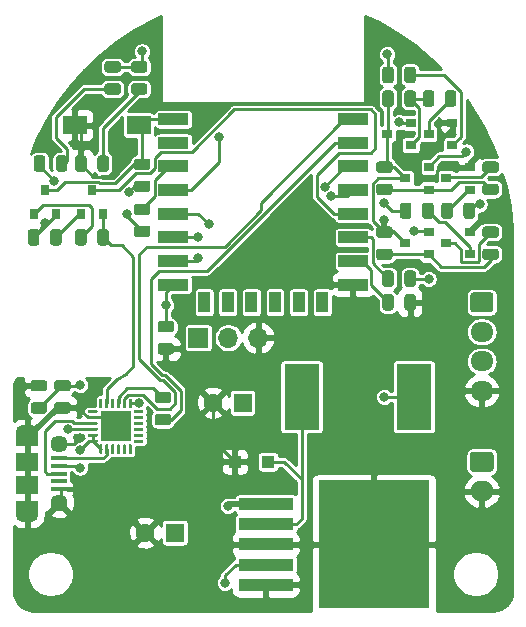
<source format=gbr>
%TF.GenerationSoftware,KiCad,Pcbnew,(5.1.6-0-10_14)*%
%TF.CreationDate,2020-07-27T20:59:48+02:00*%
%TF.ProjectId,DoorLightController,446f6f72-4c69-4676-9874-436f6e74726f,rev?*%
%TF.SameCoordinates,Original*%
%TF.FileFunction,Copper,L1,Top*%
%TF.FilePolarity,Positive*%
%FSLAX46Y46*%
G04 Gerber Fmt 4.6, Leading zero omitted, Abs format (unit mm)*
G04 Created by KiCad (PCBNEW (5.1.6-0-10_14)) date 2020-07-27 20:59:48*
%MOMM*%
%LPD*%
G01*
G04 APERTURE LIST*
%TA.AperFunction,SMDPad,CuDef*%
%ADD10R,1.900000X1.200000*%
%TD*%
%TA.AperFunction,ComponentPad*%
%ADD11O,1.900000X1.200000*%
%TD*%
%TA.AperFunction,SMDPad,CuDef*%
%ADD12R,1.900000X1.500000*%
%TD*%
%TA.AperFunction,ComponentPad*%
%ADD13C,1.450000*%
%TD*%
%TA.AperFunction,SMDPad,CuDef*%
%ADD14R,1.350000X0.400000*%
%TD*%
%TA.AperFunction,SMDPad,CuDef*%
%ADD15R,2.000000X1.600000*%
%TD*%
%TA.AperFunction,SMDPad,CuDef*%
%ADD16R,3.000000X5.600000*%
%TD*%
%TA.AperFunction,SMDPad,CuDef*%
%ADD17R,1.100000X1.100000*%
%TD*%
%TA.AperFunction,ComponentPad*%
%ADD18C,1.600000*%
%TD*%
%TA.AperFunction,ComponentPad*%
%ADD19R,1.600000X1.600000*%
%TD*%
%TA.AperFunction,SMDPad,CuDef*%
%ADD20R,2.500000X1.000000*%
%TD*%
%TA.AperFunction,SMDPad,CuDef*%
%ADD21R,1.000000X1.800000*%
%TD*%
%TA.AperFunction,ComponentPad*%
%ADD22O,2.000000X1.700000*%
%TD*%
%TA.AperFunction,ComponentPad*%
%ADD23R,1.700000X1.700000*%
%TD*%
%TA.AperFunction,ComponentPad*%
%ADD24O,1.700000X1.700000*%
%TD*%
%TA.AperFunction,ComponentPad*%
%ADD25O,1.950000X1.700000*%
%TD*%
%TA.AperFunction,SMDPad,CuDef*%
%ADD26R,0.800000X0.900000*%
%TD*%
%TA.AperFunction,SMDPad,CuDef*%
%ADD27R,0.900000X0.800000*%
%TD*%
%TA.AperFunction,SMDPad,CuDef*%
%ADD28R,4.600000X1.100000*%
%TD*%
%TA.AperFunction,SMDPad,CuDef*%
%ADD29R,9.400000X10.800000*%
%TD*%
%TA.AperFunction,SMDPad,CuDef*%
%ADD30R,2.600000X2.600000*%
%TD*%
%TA.AperFunction,ViaPad*%
%ADD31C,0.800000*%
%TD*%
%TA.AperFunction,Conductor*%
%ADD32C,0.250000*%
%TD*%
%TA.AperFunction,Conductor*%
%ADD33C,0.500000*%
%TD*%
%TA.AperFunction,Conductor*%
%ADD34C,0.254000*%
%TD*%
G04 APERTURE END LIST*
D10*
%TO.P,J3,6*%
%TO.N,GND*%
X190012500Y-91600000D03*
X190012500Y-97400000D03*
D11*
X190012500Y-98000000D03*
X190012500Y-91000000D03*
D12*
X190012500Y-93500000D03*
D13*
X192712500Y-97000000D03*
D14*
%TO.P,J3,3*%
%TO.N,Net-(J3-Pad3)*%
X192712500Y-94500000D03*
%TO.P,J3,4*%
%TO.N,Net-(J3-Pad4)*%
X192712500Y-95150000D03*
%TO.P,J3,5*%
%TO.N,GND*%
X192712500Y-95800000D03*
%TO.P,J3,1*%
%TO.N,VBUS*%
X192712500Y-93200000D03*
%TO.P,J3,2*%
%TO.N,Net-(J3-Pad2)*%
X192712500Y-93850000D03*
D13*
%TO.P,J3,6*%
%TO.N,GND*%
X192712500Y-92000000D03*
D12*
X190012500Y-95500000D03*
%TD*%
D15*
%TO.P,SW1,1*%
%TO.N,~RESET*%
X199450000Y-65000000D03*
%TO.P,SW1,2*%
%TO.N,GND*%
X194050000Y-65000000D03*
%TD*%
%TO.P,R18,2*%
%TO.N,GND*%
%TA.AperFunction,SMDPad,CuDef*%
G36*
G01*
X195050000Y-67793750D02*
X195050000Y-68706250D01*
G75*
G02*
X194806250Y-68950000I-243750J0D01*
G01*
X194318750Y-68950000D01*
G75*
G02*
X194075000Y-68706250I0J243750D01*
G01*
X194075000Y-67793750D01*
G75*
G02*
X194318750Y-67550000I243750J0D01*
G01*
X194806250Y-67550000D01*
G75*
G02*
X195050000Y-67793750I0J-243750D01*
G01*
G37*
%TD.AperFunction*%
%TO.P,R18,1*%
%TO.N,Net-(D3-Pad1)*%
%TA.AperFunction,SMDPad,CuDef*%
G36*
G01*
X196925000Y-67793750D02*
X196925000Y-68706250D01*
G75*
G02*
X196681250Y-68950000I-243750J0D01*
G01*
X196193750Y-68950000D01*
G75*
G02*
X195950000Y-68706250I0J243750D01*
G01*
X195950000Y-67793750D01*
G75*
G02*
X196193750Y-67550000I243750J0D01*
G01*
X196681250Y-67550000D01*
G75*
G02*
X196925000Y-67793750I0J-243750D01*
G01*
G37*
%TD.AperFunction*%
%TD*%
%TO.P,R17,1*%
%TO.N,Net-(D2-Pad1)*%
%TA.AperFunction,SMDPad,CuDef*%
G36*
G01*
X193425000Y-67793750D02*
X193425000Y-68706250D01*
G75*
G02*
X193181250Y-68950000I-243750J0D01*
G01*
X192693750Y-68950000D01*
G75*
G02*
X192450000Y-68706250I0J243750D01*
G01*
X192450000Y-67793750D01*
G75*
G02*
X192693750Y-67550000I243750J0D01*
G01*
X193181250Y-67550000D01*
G75*
G02*
X193425000Y-67793750I0J-243750D01*
G01*
G37*
%TD.AperFunction*%
%TO.P,R17,2*%
%TO.N,GPIO16*%
%TA.AperFunction,SMDPad,CuDef*%
G36*
G01*
X191550000Y-67793750D02*
X191550000Y-68706250D01*
G75*
G02*
X191306250Y-68950000I-243750J0D01*
G01*
X190818750Y-68950000D01*
G75*
G02*
X190575000Y-68706250I0J243750D01*
G01*
X190575000Y-67793750D01*
G75*
G02*
X190818750Y-67550000I243750J0D01*
G01*
X191306250Y-67550000D01*
G75*
G02*
X191550000Y-67793750I0J-243750D01*
G01*
G37*
%TD.AperFunction*%
%TD*%
D16*
%TO.P,L1,2*%
%TO.N,+3V3*%
X222750000Y-88000000D03*
%TO.P,L1,1*%
%TO.N,Net-(D1-Pad1)*%
X213250000Y-88000000D03*
%TD*%
%TO.P,D3,2*%
%TO.N,+3V3*%
%TA.AperFunction,SMDPad,CuDef*%
G36*
G01*
X199956250Y-60550000D02*
X199043750Y-60550000D01*
G75*
G02*
X198800000Y-60306250I0J243750D01*
G01*
X198800000Y-59818750D01*
G75*
G02*
X199043750Y-59575000I243750J0D01*
G01*
X199956250Y-59575000D01*
G75*
G02*
X200200000Y-59818750I0J-243750D01*
G01*
X200200000Y-60306250D01*
G75*
G02*
X199956250Y-60550000I-243750J0D01*
G01*
G37*
%TD.AperFunction*%
%TO.P,D3,1*%
%TO.N,Net-(D3-Pad1)*%
%TA.AperFunction,SMDPad,CuDef*%
G36*
G01*
X199956250Y-62425000D02*
X199043750Y-62425000D01*
G75*
G02*
X198800000Y-62181250I0J243750D01*
G01*
X198800000Y-61693750D01*
G75*
G02*
X199043750Y-61450000I243750J0D01*
G01*
X199956250Y-61450000D01*
G75*
G02*
X200200000Y-61693750I0J-243750D01*
G01*
X200200000Y-62181250D01*
G75*
G02*
X199956250Y-62425000I-243750J0D01*
G01*
G37*
%TD.AperFunction*%
%TD*%
%TO.P,D2,2*%
%TO.N,+3V3*%
%TA.AperFunction,SMDPad,CuDef*%
G36*
G01*
X197706250Y-60550000D02*
X196793750Y-60550000D01*
G75*
G02*
X196550000Y-60306250I0J243750D01*
G01*
X196550000Y-59818750D01*
G75*
G02*
X196793750Y-59575000I243750J0D01*
G01*
X197706250Y-59575000D01*
G75*
G02*
X197950000Y-59818750I0J-243750D01*
G01*
X197950000Y-60306250D01*
G75*
G02*
X197706250Y-60550000I-243750J0D01*
G01*
G37*
%TD.AperFunction*%
%TO.P,D2,1*%
%TO.N,Net-(D2-Pad1)*%
%TA.AperFunction,SMDPad,CuDef*%
G36*
G01*
X197706250Y-62425000D02*
X196793750Y-62425000D01*
G75*
G02*
X196550000Y-62181250I0J243750D01*
G01*
X196550000Y-61693750D01*
G75*
G02*
X196793750Y-61450000I243750J0D01*
G01*
X197706250Y-61450000D01*
G75*
G02*
X197950000Y-61693750I0J-243750D01*
G01*
X197950000Y-62181250D01*
G75*
G02*
X197706250Y-62425000I-243750J0D01*
G01*
G37*
%TD.AperFunction*%
%TD*%
D17*
%TO.P,D1,2*%
%TO.N,GND*%
X207600000Y-93500000D03*
%TO.P,D1,1*%
%TO.N,Net-(D1-Pad1)*%
X210400000Y-93500000D03*
%TD*%
D18*
%TO.P,C2,2*%
%TO.N,GND*%
X205750000Y-88500000D03*
D19*
%TO.P,C2,1*%
%TO.N,+3V3*%
X208250000Y-88500000D03*
%TD*%
D18*
%TO.P,C1,2*%
%TO.N,GND*%
X200000000Y-99500000D03*
D19*
%TO.P,C1,1*%
%TO.N,+24V*%
X202500000Y-99500000D03*
%TD*%
D20*
%TO.P,U2,1*%
%TO.N,~RESET*%
X202400000Y-64500000D03*
%TO.P,U2,2*%
%TO.N,Net-(U2-Pad2)*%
X202400000Y-66500000D03*
%TO.P,U2,3*%
%TO.N,CH_PD*%
X202400000Y-68500000D03*
%TO.P,U2,4*%
%TO.N,GPIO16*%
X202400000Y-70500000D03*
%TO.P,U2,5*%
%TO.N,GPIO14*%
X202400000Y-72500000D03*
%TO.P,U2,6*%
%TO.N,GPIO12*%
X202400000Y-74500000D03*
%TO.P,U2,7*%
%TO.N,GPIO13*%
X202400000Y-76500000D03*
%TO.P,U2,8*%
%TO.N,+3V3*%
X202400000Y-78500000D03*
D21*
%TO.P,U2,9*%
%TO.N,Net-(U2-Pad9)*%
X205000000Y-80000000D03*
%TO.P,U2,10*%
%TO.N,Net-(U2-Pad10)*%
X207000000Y-80000000D03*
%TO.P,U2,11*%
%TO.N,Net-(U2-Pad11)*%
X209000000Y-80000000D03*
%TO.P,U2,12*%
%TO.N,Net-(U2-Pad12)*%
X211000000Y-80000000D03*
%TO.P,U2,13*%
%TO.N,Net-(U2-Pad13)*%
X213000000Y-80000000D03*
%TO.P,U2,14*%
%TO.N,Net-(U2-Pad14)*%
X215000000Y-80000000D03*
D20*
%TO.P,U2,15*%
%TO.N,GND*%
X217600000Y-78500000D03*
%TO.P,U2,16*%
%TO.N,GPIO15*%
X217600000Y-76500000D03*
%TO.P,U2,17*%
%TO.N,GPIO2*%
X217600000Y-74500000D03*
%TO.P,U2,18*%
%TO.N,GPIO0*%
X217600000Y-72500000D03*
%TO.P,U2,19*%
%TO.N,GPIO4*%
X217600000Y-70500000D03*
%TO.P,U2,20*%
%TO.N,GPIO5*%
X217600000Y-68500000D03*
%TO.P,U2,21*%
%TO.N,Net-(R1-Pad1)*%
X217600000Y-66500000D03*
%TO.P,U2,22*%
%TO.N,TXD*%
X217600000Y-64500000D03*
%TD*%
%TO.P,C3,2*%
%TO.N,GND*%
%TA.AperFunction,SMDPad,CuDef*%
G36*
G01*
X201293750Y-83450000D02*
X202206250Y-83450000D01*
G75*
G02*
X202450000Y-83693750I0J-243750D01*
G01*
X202450000Y-84181250D01*
G75*
G02*
X202206250Y-84425000I-243750J0D01*
G01*
X201293750Y-84425000D01*
G75*
G02*
X201050000Y-84181250I0J243750D01*
G01*
X201050000Y-83693750D01*
G75*
G02*
X201293750Y-83450000I243750J0D01*
G01*
G37*
%TD.AperFunction*%
%TO.P,C3,1*%
%TO.N,+3V3*%
%TA.AperFunction,SMDPad,CuDef*%
G36*
G01*
X201293750Y-81575000D02*
X202206250Y-81575000D01*
G75*
G02*
X202450000Y-81818750I0J-243750D01*
G01*
X202450000Y-82306250D01*
G75*
G02*
X202206250Y-82550000I-243750J0D01*
G01*
X201293750Y-82550000D01*
G75*
G02*
X201050000Y-82306250I0J243750D01*
G01*
X201050000Y-81818750D01*
G75*
G02*
X201293750Y-81575000I243750J0D01*
G01*
G37*
%TD.AperFunction*%
%TD*%
%TO.P,C4,1*%
%TO.N,+3V3*%
%TA.AperFunction,SMDPad,CuDef*%
G36*
G01*
X191456250Y-89425000D02*
X190543750Y-89425000D01*
G75*
G02*
X190300000Y-89181250I0J243750D01*
G01*
X190300000Y-88693750D01*
G75*
G02*
X190543750Y-88450000I243750J0D01*
G01*
X191456250Y-88450000D01*
G75*
G02*
X191700000Y-88693750I0J-243750D01*
G01*
X191700000Y-89181250D01*
G75*
G02*
X191456250Y-89425000I-243750J0D01*
G01*
G37*
%TD.AperFunction*%
%TO.P,C4,2*%
%TO.N,GND*%
%TA.AperFunction,SMDPad,CuDef*%
G36*
G01*
X191456250Y-87550000D02*
X190543750Y-87550000D01*
G75*
G02*
X190300000Y-87306250I0J243750D01*
G01*
X190300000Y-86818750D01*
G75*
G02*
X190543750Y-86575000I243750J0D01*
G01*
X191456250Y-86575000D01*
G75*
G02*
X191700000Y-86818750I0J-243750D01*
G01*
X191700000Y-87306250D01*
G75*
G02*
X191456250Y-87550000I-243750J0D01*
G01*
G37*
%TD.AperFunction*%
%TD*%
%TO.P,C5,2*%
%TO.N,GND*%
%TA.AperFunction,SMDPad,CuDef*%
G36*
G01*
X192543750Y-88450000D02*
X193456250Y-88450000D01*
G75*
G02*
X193700000Y-88693750I0J-243750D01*
G01*
X193700000Y-89181250D01*
G75*
G02*
X193456250Y-89425000I-243750J0D01*
G01*
X192543750Y-89425000D01*
G75*
G02*
X192300000Y-89181250I0J243750D01*
G01*
X192300000Y-88693750D01*
G75*
G02*
X192543750Y-88450000I243750J0D01*
G01*
G37*
%TD.AperFunction*%
%TO.P,C5,1*%
%TO.N,+3V3*%
%TA.AperFunction,SMDPad,CuDef*%
G36*
G01*
X192543750Y-86575000D02*
X193456250Y-86575000D01*
G75*
G02*
X193700000Y-86818750I0J-243750D01*
G01*
X193700000Y-87306250D01*
G75*
G02*
X193456250Y-87550000I-243750J0D01*
G01*
X192543750Y-87550000D01*
G75*
G02*
X192300000Y-87306250I0J243750D01*
G01*
X192300000Y-86818750D01*
G75*
G02*
X192543750Y-86575000I243750J0D01*
G01*
G37*
%TD.AperFunction*%
%TD*%
%TO.P,J1,1*%
%TO.N,+24V*%
%TA.AperFunction,ComponentPad*%
G36*
G01*
X227750000Y-92650000D02*
X229250000Y-92650000D01*
G75*
G02*
X229500000Y-92900000I0J-250000D01*
G01*
X229500000Y-94100000D01*
G75*
G02*
X229250000Y-94350000I-250000J0D01*
G01*
X227750000Y-94350000D01*
G75*
G02*
X227500000Y-94100000I0J250000D01*
G01*
X227500000Y-92900000D01*
G75*
G02*
X227750000Y-92650000I250000J0D01*
G01*
G37*
%TD.AperFunction*%
D22*
%TO.P,J1,2*%
%TO.N,GND*%
X228500000Y-96000000D03*
%TD*%
D23*
%TO.P,J2,1*%
%TO.N,GPIO5*%
X204500000Y-83000000D03*
D24*
%TO.P,J2,2*%
%TO.N,GPIO4*%
X207040000Y-83000000D03*
%TO.P,J2,3*%
%TO.N,GND*%
X209580000Y-83000000D03*
%TD*%
%TO.P,J5,1*%
%TO.N,LED_RED*%
%TA.AperFunction,ComponentPad*%
G36*
G01*
X227775000Y-79150000D02*
X229225000Y-79150000D01*
G75*
G02*
X229475000Y-79400000I0J-250000D01*
G01*
X229475000Y-80600000D01*
G75*
G02*
X229225000Y-80850000I-250000J0D01*
G01*
X227775000Y-80850000D01*
G75*
G02*
X227525000Y-80600000I0J250000D01*
G01*
X227525000Y-79400000D01*
G75*
G02*
X227775000Y-79150000I250000J0D01*
G01*
G37*
%TD.AperFunction*%
D25*
%TO.P,J5,2*%
%TO.N,LED_GREEN*%
X228500000Y-82500000D03*
%TO.P,J5,3*%
%TO.N,LED_BLUE*%
X228500000Y-85000000D03*
%TO.P,J5,4*%
%TO.N,GND*%
X228500000Y-87500000D03*
%TD*%
D26*
%TO.P,Q1,1*%
%TO.N,Net-(Q1-Pad1)*%
X194550000Y-72500000D03*
%TO.P,Q1,2*%
%TO.N,DTR*%
X196450000Y-72500000D03*
%TO.P,Q1,3*%
%TO.N,GPIO0*%
X195500000Y-70500000D03*
%TD*%
%TO.P,Q2,1*%
%TO.N,Net-(Q2-Pad1)*%
X190550000Y-72500000D03*
%TO.P,Q2,2*%
%TO.N,RTS*%
X192450000Y-72500000D03*
%TO.P,Q2,3*%
%TO.N,~RESET*%
X191500000Y-70500000D03*
%TD*%
D27*
%TO.P,Q3,1*%
%TO.N,Net-(Q3-Pad1)*%
X224000000Y-70450000D03*
%TO.P,Q3,2*%
%TO.N,LED_RED*%
X224000000Y-68550000D03*
%TO.P,Q3,3*%
%TO.N,+24V*%
X222000000Y-69500000D03*
%TD*%
%TO.P,Q4,3*%
%TO.N,+24V*%
X220500000Y-65750000D03*
%TO.P,Q4,2*%
%TO.N,LED_GREEN*%
X222500000Y-64800000D03*
%TO.P,Q4,1*%
%TO.N,Net-(Q4-Pad1)*%
X222500000Y-66700000D03*
%TD*%
%TO.P,Q5,1*%
%TO.N,Net-(Q5-Pad1)*%
X224000000Y-75950000D03*
%TO.P,Q5,2*%
%TO.N,LED_BLUE*%
X224000000Y-74050000D03*
%TO.P,Q5,3*%
%TO.N,+24V*%
X222000000Y-75000000D03*
%TD*%
%TO.P,Q6,3*%
%TO.N,Net-(Q6-Pad3)*%
X225500000Y-69500000D03*
%TO.P,Q6,2*%
%TO.N,GND*%
X227500000Y-68550000D03*
%TO.P,Q6,1*%
%TO.N,Net-(Q6-Pad1)*%
X227500000Y-70450000D03*
%TD*%
%TO.P,Q7,3*%
%TO.N,Net-(Q7-Pad3)*%
X224000000Y-65750000D03*
%TO.P,Q7,2*%
%TO.N,GND*%
X226000000Y-64800000D03*
%TO.P,Q7,1*%
%TO.N,Net-(Q7-Pad1)*%
X226000000Y-66700000D03*
%TD*%
%TO.P,Q8,3*%
%TO.N,Net-(Q8-Pad3)*%
X225500000Y-75000000D03*
%TO.P,Q8,2*%
%TO.N,GND*%
X227500000Y-74050000D03*
%TO.P,Q8,1*%
%TO.N,Net-(Q8-Pad1)*%
X227500000Y-75950000D03*
%TD*%
%TO.P,R1,2*%
%TO.N,USB_RX*%
%TA.AperFunction,SMDPad,CuDef*%
G36*
G01*
X201956250Y-88550000D02*
X201043750Y-88550000D01*
G75*
G02*
X200800000Y-88306250I0J243750D01*
G01*
X200800000Y-87818750D01*
G75*
G02*
X201043750Y-87575000I243750J0D01*
G01*
X201956250Y-87575000D01*
G75*
G02*
X202200000Y-87818750I0J-243750D01*
G01*
X202200000Y-88306250D01*
G75*
G02*
X201956250Y-88550000I-243750J0D01*
G01*
G37*
%TD.AperFunction*%
%TO.P,R1,1*%
%TO.N,Net-(R1-Pad1)*%
%TA.AperFunction,SMDPad,CuDef*%
G36*
G01*
X201956250Y-90425000D02*
X201043750Y-90425000D01*
G75*
G02*
X200800000Y-90181250I0J243750D01*
G01*
X200800000Y-89693750D01*
G75*
G02*
X201043750Y-89450000I243750J0D01*
G01*
X201956250Y-89450000D01*
G75*
G02*
X202200000Y-89693750I0J-243750D01*
G01*
X202200000Y-90181250D01*
G75*
G02*
X201956250Y-90425000I-243750J0D01*
G01*
G37*
%TD.AperFunction*%
%TD*%
%TO.P,R2,2*%
%TO.N,Net-(Q1-Pad1)*%
%TA.AperFunction,SMDPad,CuDef*%
G36*
G01*
X191950000Y-74956250D02*
X191950000Y-74043750D01*
G75*
G02*
X192193750Y-73800000I243750J0D01*
G01*
X192681250Y-73800000D01*
G75*
G02*
X192925000Y-74043750I0J-243750D01*
G01*
X192925000Y-74956250D01*
G75*
G02*
X192681250Y-75200000I-243750J0D01*
G01*
X192193750Y-75200000D01*
G75*
G02*
X191950000Y-74956250I0J243750D01*
G01*
G37*
%TD.AperFunction*%
%TO.P,R2,1*%
%TO.N,RTS*%
%TA.AperFunction,SMDPad,CuDef*%
G36*
G01*
X190075000Y-74956250D02*
X190075000Y-74043750D01*
G75*
G02*
X190318750Y-73800000I243750J0D01*
G01*
X190806250Y-73800000D01*
G75*
G02*
X191050000Y-74043750I0J-243750D01*
G01*
X191050000Y-74956250D01*
G75*
G02*
X190806250Y-75200000I-243750J0D01*
G01*
X190318750Y-75200000D01*
G75*
G02*
X190075000Y-74956250I0J243750D01*
G01*
G37*
%TD.AperFunction*%
%TD*%
%TO.P,R3,1*%
%TO.N,CH_PD*%
%TA.AperFunction,SMDPad,CuDef*%
G36*
G01*
X199293750Y-71637500D02*
X200206250Y-71637500D01*
G75*
G02*
X200450000Y-71881250I0J-243750D01*
G01*
X200450000Y-72368750D01*
G75*
G02*
X200206250Y-72612500I-243750J0D01*
G01*
X199293750Y-72612500D01*
G75*
G02*
X199050000Y-72368750I0J243750D01*
G01*
X199050000Y-71881250D01*
G75*
G02*
X199293750Y-71637500I243750J0D01*
G01*
G37*
%TD.AperFunction*%
%TO.P,R3,2*%
%TO.N,+3V3*%
%TA.AperFunction,SMDPad,CuDef*%
G36*
G01*
X199293750Y-73512500D02*
X200206250Y-73512500D01*
G75*
G02*
X200450000Y-73756250I0J-243750D01*
G01*
X200450000Y-74243750D01*
G75*
G02*
X200206250Y-74487500I-243750J0D01*
G01*
X199293750Y-74487500D01*
G75*
G02*
X199050000Y-74243750I0J243750D01*
G01*
X199050000Y-73756250D01*
G75*
G02*
X199293750Y-73512500I243750J0D01*
G01*
G37*
%TD.AperFunction*%
%TD*%
%TO.P,R4,2*%
%TO.N,+3V3*%
%TA.AperFunction,SMDPad,CuDef*%
G36*
G01*
X221950000Y-78456250D02*
X221950000Y-77543750D01*
G75*
G02*
X222193750Y-77300000I243750J0D01*
G01*
X222681250Y-77300000D01*
G75*
G02*
X222925000Y-77543750I0J-243750D01*
G01*
X222925000Y-78456250D01*
G75*
G02*
X222681250Y-78700000I-243750J0D01*
G01*
X222193750Y-78700000D01*
G75*
G02*
X221950000Y-78456250I0J243750D01*
G01*
G37*
%TD.AperFunction*%
%TO.P,R4,1*%
%TO.N,GPIO2*%
%TA.AperFunction,SMDPad,CuDef*%
G36*
G01*
X220075000Y-78456250D02*
X220075000Y-77543750D01*
G75*
G02*
X220318750Y-77300000I243750J0D01*
G01*
X220806250Y-77300000D01*
G75*
G02*
X221050000Y-77543750I0J-243750D01*
G01*
X221050000Y-78456250D01*
G75*
G02*
X220806250Y-78700000I-243750J0D01*
G01*
X220318750Y-78700000D01*
G75*
G02*
X220075000Y-78456250I0J243750D01*
G01*
G37*
%TD.AperFunction*%
%TD*%
%TO.P,R5,1*%
%TO.N,GND*%
%TA.AperFunction,SMDPad,CuDef*%
G36*
G01*
X222925000Y-79543750D02*
X222925000Y-80456250D01*
G75*
G02*
X222681250Y-80700000I-243750J0D01*
G01*
X222193750Y-80700000D01*
G75*
G02*
X221950000Y-80456250I0J243750D01*
G01*
X221950000Y-79543750D01*
G75*
G02*
X222193750Y-79300000I243750J0D01*
G01*
X222681250Y-79300000D01*
G75*
G02*
X222925000Y-79543750I0J-243750D01*
G01*
G37*
%TD.AperFunction*%
%TO.P,R5,2*%
%TO.N,GPIO15*%
%TA.AperFunction,SMDPad,CuDef*%
G36*
G01*
X221050000Y-79543750D02*
X221050000Y-80456250D01*
G75*
G02*
X220806250Y-80700000I-243750J0D01*
G01*
X220318750Y-80700000D01*
G75*
G02*
X220075000Y-80456250I0J243750D01*
G01*
X220075000Y-79543750D01*
G75*
G02*
X220318750Y-79300000I243750J0D01*
G01*
X220806250Y-79300000D01*
G75*
G02*
X221050000Y-79543750I0J-243750D01*
G01*
G37*
%TD.AperFunction*%
%TD*%
%TO.P,R6,1*%
%TO.N,DTR*%
%TA.AperFunction,SMDPad,CuDef*%
G36*
G01*
X196925000Y-74043750D02*
X196925000Y-74956250D01*
G75*
G02*
X196681250Y-75200000I-243750J0D01*
G01*
X196193750Y-75200000D01*
G75*
G02*
X195950000Y-74956250I0J243750D01*
G01*
X195950000Y-74043750D01*
G75*
G02*
X196193750Y-73800000I243750J0D01*
G01*
X196681250Y-73800000D01*
G75*
G02*
X196925000Y-74043750I0J-243750D01*
G01*
G37*
%TD.AperFunction*%
%TO.P,R6,2*%
%TO.N,Net-(Q2-Pad1)*%
%TA.AperFunction,SMDPad,CuDef*%
G36*
G01*
X195050000Y-74043750D02*
X195050000Y-74956250D01*
G75*
G02*
X194806250Y-75200000I-243750J0D01*
G01*
X194318750Y-75200000D01*
G75*
G02*
X194075000Y-74956250I0J243750D01*
G01*
X194075000Y-74043750D01*
G75*
G02*
X194318750Y-73800000I243750J0D01*
G01*
X194806250Y-73800000D01*
G75*
G02*
X195050000Y-74043750I0J-243750D01*
G01*
G37*
%TD.AperFunction*%
%TD*%
%TO.P,R7,2*%
%TO.N,~RESET*%
%TA.AperFunction,SMDPad,CuDef*%
G36*
G01*
X200206250Y-68800000D02*
X199293750Y-68800000D01*
G75*
G02*
X199050000Y-68556250I0J243750D01*
G01*
X199050000Y-68068750D01*
G75*
G02*
X199293750Y-67825000I243750J0D01*
G01*
X200206250Y-67825000D01*
G75*
G02*
X200450000Y-68068750I0J-243750D01*
G01*
X200450000Y-68556250D01*
G75*
G02*
X200206250Y-68800000I-243750J0D01*
G01*
G37*
%TD.AperFunction*%
%TO.P,R7,1*%
%TO.N,+3V3*%
%TA.AperFunction,SMDPad,CuDef*%
G36*
G01*
X200206250Y-70675000D02*
X199293750Y-70675000D01*
G75*
G02*
X199050000Y-70431250I0J243750D01*
G01*
X199050000Y-69943750D01*
G75*
G02*
X199293750Y-69700000I243750J0D01*
G01*
X200206250Y-69700000D01*
G75*
G02*
X200450000Y-69943750I0J-243750D01*
G01*
X200450000Y-70431250D01*
G75*
G02*
X200206250Y-70675000I-243750J0D01*
G01*
G37*
%TD.AperFunction*%
%TD*%
%TO.P,R8,1*%
%TO.N,+24V*%
%TA.AperFunction,SMDPad,CuDef*%
G36*
G01*
X219793750Y-68075000D02*
X220706250Y-68075000D01*
G75*
G02*
X220950000Y-68318750I0J-243750D01*
G01*
X220950000Y-68806250D01*
G75*
G02*
X220706250Y-69050000I-243750J0D01*
G01*
X219793750Y-69050000D01*
G75*
G02*
X219550000Y-68806250I0J243750D01*
G01*
X219550000Y-68318750D01*
G75*
G02*
X219793750Y-68075000I243750J0D01*
G01*
G37*
%TD.AperFunction*%
%TO.P,R8,2*%
%TO.N,Net-(Q3-Pad1)*%
%TA.AperFunction,SMDPad,CuDef*%
G36*
G01*
X219793750Y-69950000D02*
X220706250Y-69950000D01*
G75*
G02*
X220950000Y-70193750I0J-243750D01*
G01*
X220950000Y-70681250D01*
G75*
G02*
X220706250Y-70925000I-243750J0D01*
G01*
X219793750Y-70925000D01*
G75*
G02*
X219550000Y-70681250I0J243750D01*
G01*
X219550000Y-70193750D01*
G75*
G02*
X219793750Y-69950000I243750J0D01*
G01*
G37*
%TD.AperFunction*%
%TD*%
%TO.P,R9,2*%
%TO.N,Net-(Q4-Pad1)*%
%TA.AperFunction,SMDPad,CuDef*%
G36*
G01*
X221950000Y-63206250D02*
X221950000Y-62293750D01*
G75*
G02*
X222193750Y-62050000I243750J0D01*
G01*
X222681250Y-62050000D01*
G75*
G02*
X222925000Y-62293750I0J-243750D01*
G01*
X222925000Y-63206250D01*
G75*
G02*
X222681250Y-63450000I-243750J0D01*
G01*
X222193750Y-63450000D01*
G75*
G02*
X221950000Y-63206250I0J243750D01*
G01*
G37*
%TD.AperFunction*%
%TO.P,R9,1*%
%TO.N,+24V*%
%TA.AperFunction,SMDPad,CuDef*%
G36*
G01*
X220075000Y-63206250D02*
X220075000Y-62293750D01*
G75*
G02*
X220318750Y-62050000I243750J0D01*
G01*
X220806250Y-62050000D01*
G75*
G02*
X221050000Y-62293750I0J-243750D01*
G01*
X221050000Y-63206250D01*
G75*
G02*
X220806250Y-63450000I-243750J0D01*
G01*
X220318750Y-63450000D01*
G75*
G02*
X220075000Y-63206250I0J243750D01*
G01*
G37*
%TD.AperFunction*%
%TD*%
%TO.P,R10,1*%
%TO.N,+24V*%
%TA.AperFunction,SMDPad,CuDef*%
G36*
G01*
X219793750Y-73575000D02*
X220706250Y-73575000D01*
G75*
G02*
X220950000Y-73818750I0J-243750D01*
G01*
X220950000Y-74306250D01*
G75*
G02*
X220706250Y-74550000I-243750J0D01*
G01*
X219793750Y-74550000D01*
G75*
G02*
X219550000Y-74306250I0J243750D01*
G01*
X219550000Y-73818750D01*
G75*
G02*
X219793750Y-73575000I243750J0D01*
G01*
G37*
%TD.AperFunction*%
%TO.P,R10,2*%
%TO.N,Net-(Q5-Pad1)*%
%TA.AperFunction,SMDPad,CuDef*%
G36*
G01*
X219793750Y-75450000D02*
X220706250Y-75450000D01*
G75*
G02*
X220950000Y-75693750I0J-243750D01*
G01*
X220950000Y-76181250D01*
G75*
G02*
X220706250Y-76425000I-243750J0D01*
G01*
X219793750Y-76425000D01*
G75*
G02*
X219550000Y-76181250I0J243750D01*
G01*
X219550000Y-75693750D01*
G75*
G02*
X219793750Y-75450000I243750J0D01*
G01*
G37*
%TD.AperFunction*%
%TD*%
%TO.P,R11,2*%
%TO.N,Net-(Q6-Pad3)*%
%TA.AperFunction,SMDPad,CuDef*%
G36*
G01*
X229706250Y-69050000D02*
X228793750Y-69050000D01*
G75*
G02*
X228550000Y-68806250I0J243750D01*
G01*
X228550000Y-68318750D01*
G75*
G02*
X228793750Y-68075000I243750J0D01*
G01*
X229706250Y-68075000D01*
G75*
G02*
X229950000Y-68318750I0J-243750D01*
G01*
X229950000Y-68806250D01*
G75*
G02*
X229706250Y-69050000I-243750J0D01*
G01*
G37*
%TD.AperFunction*%
%TO.P,R11,1*%
%TO.N,Net-(Q3-Pad1)*%
%TA.AperFunction,SMDPad,CuDef*%
G36*
G01*
X229706250Y-70925000D02*
X228793750Y-70925000D01*
G75*
G02*
X228550000Y-70681250I0J243750D01*
G01*
X228550000Y-70193750D01*
G75*
G02*
X228793750Y-69950000I243750J0D01*
G01*
X229706250Y-69950000D01*
G75*
G02*
X229950000Y-70193750I0J-243750D01*
G01*
X229950000Y-70681250D01*
G75*
G02*
X229706250Y-70925000I-243750J0D01*
G01*
G37*
%TD.AperFunction*%
%TD*%
%TO.P,R12,1*%
%TO.N,Net-(Q4-Pad1)*%
%TA.AperFunction,SMDPad,CuDef*%
G36*
G01*
X223512500Y-63206250D02*
X223512500Y-62293750D01*
G75*
G02*
X223756250Y-62050000I243750J0D01*
G01*
X224243750Y-62050000D01*
G75*
G02*
X224487500Y-62293750I0J-243750D01*
G01*
X224487500Y-63206250D01*
G75*
G02*
X224243750Y-63450000I-243750J0D01*
G01*
X223756250Y-63450000D01*
G75*
G02*
X223512500Y-63206250I0J243750D01*
G01*
G37*
%TD.AperFunction*%
%TO.P,R12,2*%
%TO.N,Net-(Q7-Pad3)*%
%TA.AperFunction,SMDPad,CuDef*%
G36*
G01*
X225387500Y-63206250D02*
X225387500Y-62293750D01*
G75*
G02*
X225631250Y-62050000I243750J0D01*
G01*
X226118750Y-62050000D01*
G75*
G02*
X226362500Y-62293750I0J-243750D01*
G01*
X226362500Y-63206250D01*
G75*
G02*
X226118750Y-63450000I-243750J0D01*
G01*
X225631250Y-63450000D01*
G75*
G02*
X225387500Y-63206250I0J243750D01*
G01*
G37*
%TD.AperFunction*%
%TD*%
%TO.P,R13,2*%
%TO.N,Net-(Q8-Pad3)*%
%TA.AperFunction,SMDPad,CuDef*%
G36*
G01*
X229706250Y-74550000D02*
X228793750Y-74550000D01*
G75*
G02*
X228550000Y-74306250I0J243750D01*
G01*
X228550000Y-73818750D01*
G75*
G02*
X228793750Y-73575000I243750J0D01*
G01*
X229706250Y-73575000D01*
G75*
G02*
X229950000Y-73818750I0J-243750D01*
G01*
X229950000Y-74306250D01*
G75*
G02*
X229706250Y-74550000I-243750J0D01*
G01*
G37*
%TD.AperFunction*%
%TO.P,R13,1*%
%TO.N,Net-(Q5-Pad1)*%
%TA.AperFunction,SMDPad,CuDef*%
G36*
G01*
X229706250Y-76425000D02*
X228793750Y-76425000D01*
G75*
G02*
X228550000Y-76181250I0J243750D01*
G01*
X228550000Y-75693750D01*
G75*
G02*
X228793750Y-75450000I243750J0D01*
G01*
X229706250Y-75450000D01*
G75*
G02*
X229950000Y-75693750I0J-243750D01*
G01*
X229950000Y-76181250D01*
G75*
G02*
X229706250Y-76425000I-243750J0D01*
G01*
G37*
%TD.AperFunction*%
%TD*%
%TO.P,R14,2*%
%TO.N,Net-(Q6-Pad1)*%
%TA.AperFunction,SMDPad,CuDef*%
G36*
G01*
X226050000Y-71793750D02*
X226050000Y-72706250D01*
G75*
G02*
X225806250Y-72950000I-243750J0D01*
G01*
X225318750Y-72950000D01*
G75*
G02*
X225075000Y-72706250I0J243750D01*
G01*
X225075000Y-71793750D01*
G75*
G02*
X225318750Y-71550000I243750J0D01*
G01*
X225806250Y-71550000D01*
G75*
G02*
X226050000Y-71793750I0J-243750D01*
G01*
G37*
%TD.AperFunction*%
%TO.P,R14,1*%
%TO.N,GPIO12*%
%TA.AperFunction,SMDPad,CuDef*%
G36*
G01*
X227925000Y-71793750D02*
X227925000Y-72706250D01*
G75*
G02*
X227681250Y-72950000I-243750J0D01*
G01*
X227193750Y-72950000D01*
G75*
G02*
X226950000Y-72706250I0J243750D01*
G01*
X226950000Y-71793750D01*
G75*
G02*
X227193750Y-71550000I243750J0D01*
G01*
X227681250Y-71550000D01*
G75*
G02*
X227925000Y-71793750I0J-243750D01*
G01*
G37*
%TD.AperFunction*%
%TD*%
%TO.P,R15,1*%
%TO.N,GPIO13*%
%TA.AperFunction,SMDPad,CuDef*%
G36*
G01*
X220075000Y-61206250D02*
X220075000Y-60293750D01*
G75*
G02*
X220318750Y-60050000I243750J0D01*
G01*
X220806250Y-60050000D01*
G75*
G02*
X221050000Y-60293750I0J-243750D01*
G01*
X221050000Y-61206250D01*
G75*
G02*
X220806250Y-61450000I-243750J0D01*
G01*
X220318750Y-61450000D01*
G75*
G02*
X220075000Y-61206250I0J243750D01*
G01*
G37*
%TD.AperFunction*%
%TO.P,R15,2*%
%TO.N,Net-(Q7-Pad1)*%
%TA.AperFunction,SMDPad,CuDef*%
G36*
G01*
X221950000Y-61206250D02*
X221950000Y-60293750D01*
G75*
G02*
X222193750Y-60050000I243750J0D01*
G01*
X222681250Y-60050000D01*
G75*
G02*
X222925000Y-60293750I0J-243750D01*
G01*
X222925000Y-61206250D01*
G75*
G02*
X222681250Y-61450000I-243750J0D01*
G01*
X222193750Y-61450000D01*
G75*
G02*
X221950000Y-61206250I0J243750D01*
G01*
G37*
%TD.AperFunction*%
%TD*%
%TO.P,R16,1*%
%TO.N,GPIO14*%
%TA.AperFunction,SMDPad,CuDef*%
G36*
G01*
X221575000Y-72706250D02*
X221575000Y-71793750D01*
G75*
G02*
X221818750Y-71550000I243750J0D01*
G01*
X222306250Y-71550000D01*
G75*
G02*
X222550000Y-71793750I0J-243750D01*
G01*
X222550000Y-72706250D01*
G75*
G02*
X222306250Y-72950000I-243750J0D01*
G01*
X221818750Y-72950000D01*
G75*
G02*
X221575000Y-72706250I0J243750D01*
G01*
G37*
%TD.AperFunction*%
%TO.P,R16,2*%
%TO.N,Net-(Q8-Pad1)*%
%TA.AperFunction,SMDPad,CuDef*%
G36*
G01*
X223450000Y-72706250D02*
X223450000Y-71793750D01*
G75*
G02*
X223693750Y-71550000I243750J0D01*
G01*
X224181250Y-71550000D01*
G75*
G02*
X224425000Y-71793750I0J-243750D01*
G01*
X224425000Y-72706250D01*
G75*
G02*
X224181250Y-72950000I-243750J0D01*
G01*
X223693750Y-72950000D01*
G75*
G02*
X223450000Y-72706250I0J243750D01*
G01*
G37*
%TD.AperFunction*%
%TD*%
D28*
%TO.P,U1,1*%
%TO.N,+24V*%
X210225000Y-97100000D03*
%TO.P,U1,2*%
%TO.N,Net-(D1-Pad1)*%
X210225000Y-98800000D03*
%TO.P,U1,3*%
%TO.N,GND*%
X210225000Y-100500000D03*
%TO.P,U1,4*%
%TO.N,+3V3*%
X210225000Y-102200000D03*
%TO.P,U1,5*%
%TO.N,GND*%
X210225000Y-103900000D03*
D29*
%TO.P,U1,3*%
X219375000Y-100500000D03*
%TD*%
%TO.P,U3,1*%
%TO.N,Net-(U3-Pad1)*%
%TA.AperFunction,SMDPad,CuDef*%
G36*
G01*
X195150000Y-89312500D02*
X195150000Y-89187500D01*
G75*
G02*
X195212500Y-89125000I62500J0D01*
G01*
X195912500Y-89125000D01*
G75*
G02*
X195975000Y-89187500I0J-62500D01*
G01*
X195975000Y-89312500D01*
G75*
G02*
X195912500Y-89375000I-62500J0D01*
G01*
X195212500Y-89375000D01*
G75*
G02*
X195150000Y-89312500I0J62500D01*
G01*
G37*
%TD.AperFunction*%
%TO.P,U3,2*%
%TO.N,GND*%
%TA.AperFunction,SMDPad,CuDef*%
G36*
G01*
X195150000Y-89812500D02*
X195150000Y-89687500D01*
G75*
G02*
X195212500Y-89625000I62500J0D01*
G01*
X195912500Y-89625000D01*
G75*
G02*
X195975000Y-89687500I0J-62500D01*
G01*
X195975000Y-89812500D01*
G75*
G02*
X195912500Y-89875000I-62500J0D01*
G01*
X195212500Y-89875000D01*
G75*
G02*
X195150000Y-89812500I0J62500D01*
G01*
G37*
%TD.AperFunction*%
%TO.P,U3,3*%
%TO.N,Net-(J3-Pad3)*%
%TA.AperFunction,SMDPad,CuDef*%
G36*
G01*
X195150000Y-90312500D02*
X195150000Y-90187500D01*
G75*
G02*
X195212500Y-90125000I62500J0D01*
G01*
X195912500Y-90125000D01*
G75*
G02*
X195975000Y-90187500I0J-62500D01*
G01*
X195975000Y-90312500D01*
G75*
G02*
X195912500Y-90375000I-62500J0D01*
G01*
X195212500Y-90375000D01*
G75*
G02*
X195150000Y-90312500I0J62500D01*
G01*
G37*
%TD.AperFunction*%
%TO.P,U3,4*%
%TO.N,Net-(J3-Pad2)*%
%TA.AperFunction,SMDPad,CuDef*%
G36*
G01*
X195150000Y-90812500D02*
X195150000Y-90687500D01*
G75*
G02*
X195212500Y-90625000I62500J0D01*
G01*
X195912500Y-90625000D01*
G75*
G02*
X195975000Y-90687500I0J-62500D01*
G01*
X195975000Y-90812500D01*
G75*
G02*
X195912500Y-90875000I-62500J0D01*
G01*
X195212500Y-90875000D01*
G75*
G02*
X195150000Y-90812500I0J62500D01*
G01*
G37*
%TD.AperFunction*%
%TO.P,U3,5*%
%TO.N,+3V3*%
%TA.AperFunction,SMDPad,CuDef*%
G36*
G01*
X195150000Y-91312500D02*
X195150000Y-91187500D01*
G75*
G02*
X195212500Y-91125000I62500J0D01*
G01*
X195912500Y-91125000D01*
G75*
G02*
X195975000Y-91187500I0J-62500D01*
G01*
X195975000Y-91312500D01*
G75*
G02*
X195912500Y-91375000I-62500J0D01*
G01*
X195212500Y-91375000D01*
G75*
G02*
X195150000Y-91312500I0J62500D01*
G01*
G37*
%TD.AperFunction*%
%TO.P,U3,6*%
%TA.AperFunction,SMDPad,CuDef*%
G36*
G01*
X195150000Y-91812500D02*
X195150000Y-91687500D01*
G75*
G02*
X195212500Y-91625000I62500J0D01*
G01*
X195912500Y-91625000D01*
G75*
G02*
X195975000Y-91687500I0J-62500D01*
G01*
X195975000Y-91812500D01*
G75*
G02*
X195912500Y-91875000I-62500J0D01*
G01*
X195212500Y-91875000D01*
G75*
G02*
X195150000Y-91812500I0J62500D01*
G01*
G37*
%TD.AperFunction*%
%TO.P,U3,7*%
%TA.AperFunction,SMDPad,CuDef*%
G36*
G01*
X196125000Y-92787500D02*
X196125000Y-92087500D01*
G75*
G02*
X196187500Y-92025000I62500J0D01*
G01*
X196312500Y-92025000D01*
G75*
G02*
X196375000Y-92087500I0J-62500D01*
G01*
X196375000Y-92787500D01*
G75*
G02*
X196312500Y-92850000I-62500J0D01*
G01*
X196187500Y-92850000D01*
G75*
G02*
X196125000Y-92787500I0J62500D01*
G01*
G37*
%TD.AperFunction*%
%TO.P,U3,8*%
%TO.N,VBUS*%
%TA.AperFunction,SMDPad,CuDef*%
G36*
G01*
X196625000Y-92787500D02*
X196625000Y-92087500D01*
G75*
G02*
X196687500Y-92025000I62500J0D01*
G01*
X196812500Y-92025000D01*
G75*
G02*
X196875000Y-92087500I0J-62500D01*
G01*
X196875000Y-92787500D01*
G75*
G02*
X196812500Y-92850000I-62500J0D01*
G01*
X196687500Y-92850000D01*
G75*
G02*
X196625000Y-92787500I0J62500D01*
G01*
G37*
%TD.AperFunction*%
%TO.P,U3,9*%
%TO.N,Net-(U3-Pad9)*%
%TA.AperFunction,SMDPad,CuDef*%
G36*
G01*
X197125000Y-92787500D02*
X197125000Y-92087500D01*
G75*
G02*
X197187500Y-92025000I62500J0D01*
G01*
X197312500Y-92025000D01*
G75*
G02*
X197375000Y-92087500I0J-62500D01*
G01*
X197375000Y-92787500D01*
G75*
G02*
X197312500Y-92850000I-62500J0D01*
G01*
X197187500Y-92850000D01*
G75*
G02*
X197125000Y-92787500I0J62500D01*
G01*
G37*
%TD.AperFunction*%
%TO.P,U3,10*%
%TO.N,Net-(U3-Pad10)*%
%TA.AperFunction,SMDPad,CuDef*%
G36*
G01*
X197625000Y-92787500D02*
X197625000Y-92087500D01*
G75*
G02*
X197687500Y-92025000I62500J0D01*
G01*
X197812500Y-92025000D01*
G75*
G02*
X197875000Y-92087500I0J-62500D01*
G01*
X197875000Y-92787500D01*
G75*
G02*
X197812500Y-92850000I-62500J0D01*
G01*
X197687500Y-92850000D01*
G75*
G02*
X197625000Y-92787500I0J62500D01*
G01*
G37*
%TD.AperFunction*%
%TO.P,U3,11*%
%TO.N,Net-(U3-Pad11)*%
%TA.AperFunction,SMDPad,CuDef*%
G36*
G01*
X198125000Y-92787500D02*
X198125000Y-92087500D01*
G75*
G02*
X198187500Y-92025000I62500J0D01*
G01*
X198312500Y-92025000D01*
G75*
G02*
X198375000Y-92087500I0J-62500D01*
G01*
X198375000Y-92787500D01*
G75*
G02*
X198312500Y-92850000I-62500J0D01*
G01*
X198187500Y-92850000D01*
G75*
G02*
X198125000Y-92787500I0J62500D01*
G01*
G37*
%TD.AperFunction*%
%TO.P,U3,12*%
%TO.N,Net-(U3-Pad12)*%
%TA.AperFunction,SMDPad,CuDef*%
G36*
G01*
X198625000Y-92787500D02*
X198625000Y-92087500D01*
G75*
G02*
X198687500Y-92025000I62500J0D01*
G01*
X198812500Y-92025000D01*
G75*
G02*
X198875000Y-92087500I0J-62500D01*
G01*
X198875000Y-92787500D01*
G75*
G02*
X198812500Y-92850000I-62500J0D01*
G01*
X198687500Y-92850000D01*
G75*
G02*
X198625000Y-92787500I0J62500D01*
G01*
G37*
%TD.AperFunction*%
%TO.P,U3,13*%
%TO.N,Net-(U3-Pad13)*%
%TA.AperFunction,SMDPad,CuDef*%
G36*
G01*
X199025000Y-91812500D02*
X199025000Y-91687500D01*
G75*
G02*
X199087500Y-91625000I62500J0D01*
G01*
X199787500Y-91625000D01*
G75*
G02*
X199850000Y-91687500I0J-62500D01*
G01*
X199850000Y-91812500D01*
G75*
G02*
X199787500Y-91875000I-62500J0D01*
G01*
X199087500Y-91875000D01*
G75*
G02*
X199025000Y-91812500I0J62500D01*
G01*
G37*
%TD.AperFunction*%
%TO.P,U3,14*%
%TO.N,Net-(U3-Pad14)*%
%TA.AperFunction,SMDPad,CuDef*%
G36*
G01*
X199025000Y-91312500D02*
X199025000Y-91187500D01*
G75*
G02*
X199087500Y-91125000I62500J0D01*
G01*
X199787500Y-91125000D01*
G75*
G02*
X199850000Y-91187500I0J-62500D01*
G01*
X199850000Y-91312500D01*
G75*
G02*
X199787500Y-91375000I-62500J0D01*
G01*
X199087500Y-91375000D01*
G75*
G02*
X199025000Y-91312500I0J62500D01*
G01*
G37*
%TD.AperFunction*%
%TO.P,U3,15*%
%TO.N,Net-(U3-Pad15)*%
%TA.AperFunction,SMDPad,CuDef*%
G36*
G01*
X199025000Y-90812500D02*
X199025000Y-90687500D01*
G75*
G02*
X199087500Y-90625000I62500J0D01*
G01*
X199787500Y-90625000D01*
G75*
G02*
X199850000Y-90687500I0J-62500D01*
G01*
X199850000Y-90812500D01*
G75*
G02*
X199787500Y-90875000I-62500J0D01*
G01*
X199087500Y-90875000D01*
G75*
G02*
X199025000Y-90812500I0J62500D01*
G01*
G37*
%TD.AperFunction*%
%TO.P,U3,16*%
%TO.N,Net-(U3-Pad16)*%
%TA.AperFunction,SMDPad,CuDef*%
G36*
G01*
X199025000Y-90312500D02*
X199025000Y-90187500D01*
G75*
G02*
X199087500Y-90125000I62500J0D01*
G01*
X199787500Y-90125000D01*
G75*
G02*
X199850000Y-90187500I0J-62500D01*
G01*
X199850000Y-90312500D01*
G75*
G02*
X199787500Y-90375000I-62500J0D01*
G01*
X199087500Y-90375000D01*
G75*
G02*
X199025000Y-90312500I0J62500D01*
G01*
G37*
%TD.AperFunction*%
%TO.P,U3,17*%
%TO.N,Net-(U3-Pad17)*%
%TA.AperFunction,SMDPad,CuDef*%
G36*
G01*
X199025000Y-89812500D02*
X199025000Y-89687500D01*
G75*
G02*
X199087500Y-89625000I62500J0D01*
G01*
X199787500Y-89625000D01*
G75*
G02*
X199850000Y-89687500I0J-62500D01*
G01*
X199850000Y-89812500D01*
G75*
G02*
X199787500Y-89875000I-62500J0D01*
G01*
X199087500Y-89875000D01*
G75*
G02*
X199025000Y-89812500I0J62500D01*
G01*
G37*
%TD.AperFunction*%
%TO.P,U3,18*%
%TO.N,Net-(U3-Pad18)*%
%TA.AperFunction,SMDPad,CuDef*%
G36*
G01*
X199025000Y-89312500D02*
X199025000Y-89187500D01*
G75*
G02*
X199087500Y-89125000I62500J0D01*
G01*
X199787500Y-89125000D01*
G75*
G02*
X199850000Y-89187500I0J-62500D01*
G01*
X199850000Y-89312500D01*
G75*
G02*
X199787500Y-89375000I-62500J0D01*
G01*
X199087500Y-89375000D01*
G75*
G02*
X199025000Y-89312500I0J62500D01*
G01*
G37*
%TD.AperFunction*%
%TO.P,U3,19*%
%TO.N,RTS*%
%TA.AperFunction,SMDPad,CuDef*%
G36*
G01*
X198625000Y-88912500D02*
X198625000Y-88212500D01*
G75*
G02*
X198687500Y-88150000I62500J0D01*
G01*
X198812500Y-88150000D01*
G75*
G02*
X198875000Y-88212500I0J-62500D01*
G01*
X198875000Y-88912500D01*
G75*
G02*
X198812500Y-88975000I-62500J0D01*
G01*
X198687500Y-88975000D01*
G75*
G02*
X198625000Y-88912500I0J62500D01*
G01*
G37*
%TD.AperFunction*%
%TO.P,U3,20*%
%TO.N,TXD*%
%TA.AperFunction,SMDPad,CuDef*%
G36*
G01*
X198125000Y-88912500D02*
X198125000Y-88212500D01*
G75*
G02*
X198187500Y-88150000I62500J0D01*
G01*
X198312500Y-88150000D01*
G75*
G02*
X198375000Y-88212500I0J-62500D01*
G01*
X198375000Y-88912500D01*
G75*
G02*
X198312500Y-88975000I-62500J0D01*
G01*
X198187500Y-88975000D01*
G75*
G02*
X198125000Y-88912500I0J62500D01*
G01*
G37*
%TD.AperFunction*%
%TO.P,U3,21*%
%TO.N,USB_RX*%
%TA.AperFunction,SMDPad,CuDef*%
G36*
G01*
X197625000Y-88912500D02*
X197625000Y-88212500D01*
G75*
G02*
X197687500Y-88150000I62500J0D01*
G01*
X197812500Y-88150000D01*
G75*
G02*
X197875000Y-88212500I0J-62500D01*
G01*
X197875000Y-88912500D01*
G75*
G02*
X197812500Y-88975000I-62500J0D01*
G01*
X197687500Y-88975000D01*
G75*
G02*
X197625000Y-88912500I0J62500D01*
G01*
G37*
%TD.AperFunction*%
%TO.P,U3,22*%
%TO.N,Net-(U3-Pad22)*%
%TA.AperFunction,SMDPad,CuDef*%
G36*
G01*
X197125000Y-88912500D02*
X197125000Y-88212500D01*
G75*
G02*
X197187500Y-88150000I62500J0D01*
G01*
X197312500Y-88150000D01*
G75*
G02*
X197375000Y-88212500I0J-62500D01*
G01*
X197375000Y-88912500D01*
G75*
G02*
X197312500Y-88975000I-62500J0D01*
G01*
X197187500Y-88975000D01*
G75*
G02*
X197125000Y-88912500I0J62500D01*
G01*
G37*
%TD.AperFunction*%
%TO.P,U3,23*%
%TO.N,DTR*%
%TA.AperFunction,SMDPad,CuDef*%
G36*
G01*
X196625000Y-88912500D02*
X196625000Y-88212500D01*
G75*
G02*
X196687500Y-88150000I62500J0D01*
G01*
X196812500Y-88150000D01*
G75*
G02*
X196875000Y-88212500I0J-62500D01*
G01*
X196875000Y-88912500D01*
G75*
G02*
X196812500Y-88975000I-62500J0D01*
G01*
X196687500Y-88975000D01*
G75*
G02*
X196625000Y-88912500I0J62500D01*
G01*
G37*
%TD.AperFunction*%
%TO.P,U3,24*%
%TO.N,Net-(U3-Pad24)*%
%TA.AperFunction,SMDPad,CuDef*%
G36*
G01*
X196125000Y-88912500D02*
X196125000Y-88212500D01*
G75*
G02*
X196187500Y-88150000I62500J0D01*
G01*
X196312500Y-88150000D01*
G75*
G02*
X196375000Y-88212500I0J-62500D01*
G01*
X196375000Y-88912500D01*
G75*
G02*
X196312500Y-88975000I-62500J0D01*
G01*
X196187500Y-88975000D01*
G75*
G02*
X196125000Y-88912500I0J62500D01*
G01*
G37*
%TD.AperFunction*%
D30*
%TO.P,U3,25*%
%TO.N,GND*%
X197500000Y-90500000D03*
%TD*%
D31*
%TO.N,+24V*%
X207000000Y-97250000D03*
X220242631Y-73025021D03*
%TO.N,GND*%
X228500000Y-67250000D03*
X230000000Y-72500000D03*
X197750000Y-68500000D03*
X201750000Y-85499996D03*
X194500000Y-91500000D03*
X194500000Y-89000000D03*
%TO.N,+3V3*%
X224000000Y-78000000D03*
X194500000Y-92474990D03*
X194500000Y-87000000D03*
X206750000Y-103750000D03*
X199750000Y-58750000D03*
X220250000Y-88000000D03*
X201750000Y-80250000D03*
X198635155Y-70635155D03*
X198425010Y-72500006D03*
%TO.N,GPIO5*%
X215223028Y-70209542D03*
%TO.N,GPIO4*%
X215750000Y-71000000D03*
%TO.N,Net-(J3-Pad2)*%
X193500000Y-90750000D03*
X194500000Y-94000000D03*
%TO.N,RTS*%
X199500000Y-88500000D03*
X191500000Y-73250000D03*
%TO.N,LED_RED*%
X227189406Y-67234797D03*
%TO.N,LED_GREEN*%
X221500000Y-64750000D03*
%TO.N,LED_BLUE*%
X222750000Y-74000000D03*
%TO.N,GPIO16*%
X206250000Y-66000000D03*
X192317600Y-69692058D03*
%TO.N,GPIO12*%
X204500000Y-74500000D03*
X228320229Y-71710465D03*
%TO.N,GPIO13*%
X220500000Y-59000000D03*
X204500000Y-76249984D03*
%TO.N,GPIO14*%
X220250000Y-71574986D03*
X205377305Y-73377305D03*
%TD*%
D32*
%TO.N,+24V*%
X220562500Y-65687500D02*
X220500000Y-65750000D01*
X220562500Y-62750000D02*
X220562500Y-65687500D01*
X220500000Y-68312500D02*
X220250000Y-68562500D01*
X220500000Y-65750000D02*
X220500000Y-68312500D01*
X221062500Y-68562500D02*
X222000000Y-69500000D01*
X220250000Y-68562500D02*
X221062500Y-68562500D01*
X219274990Y-69978870D02*
X219274990Y-73087490D01*
X219274990Y-73087490D02*
X220250000Y-74062500D01*
X219753860Y-69500000D02*
X219274990Y-69978870D01*
X222000000Y-69500000D02*
X219753860Y-69500000D01*
X222000000Y-75000000D02*
X221000000Y-74000000D01*
X220937500Y-74062500D02*
X220250000Y-74062500D01*
X221000000Y-74000000D02*
X220937500Y-74062500D01*
D33*
X207150000Y-97100000D02*
X207000000Y-97250000D01*
X210225000Y-97100000D02*
X207150000Y-97100000D01*
X220250000Y-74062500D02*
X220250000Y-73032390D01*
X220250000Y-73032390D02*
X220242631Y-73025021D01*
D32*
%TO.N,GND*%
X196750000Y-89750000D02*
X195562500Y-89750000D01*
X197500000Y-90500000D02*
X196750000Y-89750000D01*
D33*
X190547916Y-91000000D02*
X190262500Y-91000000D01*
X192610416Y-88937500D02*
X190547916Y-91000000D01*
X193000000Y-88937500D02*
X192610416Y-88937500D01*
X190262500Y-91600000D02*
X190262500Y-91000000D01*
X189937500Y-87062500D02*
X189500000Y-87500000D01*
X191000000Y-87062500D02*
X189937500Y-87062500D01*
D32*
X207600000Y-93500000D02*
X207750000Y-93500000D01*
X205750000Y-91650000D02*
X207600000Y-93500000D01*
X205750000Y-88500000D02*
X205750000Y-91650000D01*
X194562500Y-65512500D02*
X194050000Y-65000000D01*
X194562500Y-68500000D02*
X194562500Y-65512500D01*
X224725001Y-69170001D02*
X224395002Y-69500000D01*
X224725001Y-68774999D02*
X224725001Y-69170001D01*
X224950000Y-68550000D02*
X224725001Y-68774999D01*
X227500000Y-68550000D02*
X224950000Y-68550000D01*
X226000000Y-65204998D02*
X226000000Y-64800000D01*
X223274999Y-67929999D02*
X226000000Y-65204998D01*
X223274999Y-69170001D02*
X223274999Y-67929999D01*
X223604998Y-69500000D02*
X223274999Y-69170001D01*
X224395002Y-69500000D02*
X223604998Y-69500000D01*
D33*
X228550000Y-73000000D02*
X229000000Y-73000000D01*
X227500000Y-74050000D02*
X228550000Y-73000000D01*
X227500000Y-68250000D02*
X228500000Y-67250000D01*
X227500000Y-68550000D02*
X227500000Y-68250000D01*
D32*
X194562500Y-68250000D02*
X194562500Y-68312500D01*
X194562500Y-68312500D02*
X195624988Y-69374988D01*
X196285690Y-69374988D02*
X196410702Y-69500000D01*
X195624988Y-69374988D02*
X196285690Y-69374988D01*
X196410702Y-69500000D02*
X197250000Y-69500000D01*
X197250000Y-69500000D02*
X197750000Y-69000000D01*
X197750000Y-69000000D02*
X197750000Y-68500000D01*
X205750000Y-88500000D02*
X202749996Y-85499996D01*
X202749996Y-85499996D02*
X201750000Y-85499996D01*
X193987500Y-92012500D02*
X194500000Y-91500000D01*
X192875000Y-92012500D02*
X193987500Y-92012500D01*
X193062500Y-89000000D02*
X193000000Y-88937500D01*
X194500000Y-89000000D02*
X193062500Y-89000000D01*
X192875000Y-95885000D02*
X192960000Y-95800000D01*
X192875000Y-96987500D02*
X192875000Y-95885000D01*
X195562500Y-89750000D02*
X195150000Y-89750000D01*
X195150000Y-89750000D02*
X194337500Y-88937500D01*
X194337500Y-88937500D02*
X193000000Y-88937500D01*
%TO.N,+3V3*%
X192875000Y-87062500D02*
X193000000Y-87062500D01*
X191000000Y-88937500D02*
X192875000Y-87062500D01*
X222437500Y-78000000D02*
X224000000Y-78000000D01*
X194437500Y-87062500D02*
X194500000Y-87000000D01*
X193000000Y-87062500D02*
X194437500Y-87062500D01*
X196250000Y-92437500D02*
X195562500Y-91750000D01*
X195562500Y-91750000D02*
X195562500Y-91250000D01*
X195224990Y-91750000D02*
X194500000Y-92474990D01*
X195562500Y-91750000D02*
X195224990Y-91750000D01*
X206750000Y-103125000D02*
X206750000Y-103750000D01*
X207675000Y-102200000D02*
X206750000Y-103125000D01*
X210225000Y-102200000D02*
X207675000Y-102200000D01*
X199750000Y-60062500D02*
X197500000Y-60062500D01*
X199750000Y-60062500D02*
X199750000Y-58750000D01*
X222750000Y-88000000D02*
X220250000Y-88000000D01*
X201750000Y-79150000D02*
X202400000Y-78500000D01*
X201750000Y-82062500D02*
X201750000Y-80250000D01*
X201750000Y-80250000D02*
X201750000Y-79150000D01*
X199750000Y-70187500D02*
X199082810Y-70187500D01*
X199082810Y-70187500D02*
X198635155Y-70635155D01*
X199750000Y-74000000D02*
X198425010Y-72675010D01*
X198425010Y-72675010D02*
X198425010Y-72500006D01*
%TO.N,Net-(D1-Pad1)*%
X212775000Y-98800000D02*
X213250000Y-98325000D01*
X210225000Y-98800000D02*
X212775000Y-98800000D01*
X211750000Y-93500000D02*
X213250000Y-95000000D01*
X210400000Y-93500000D02*
X211750000Y-93500000D01*
X213250000Y-95000000D02*
X213250000Y-88000000D01*
X213250000Y-98325000D02*
X213250000Y-95000000D01*
%TO.N,GPIO5*%
X216932570Y-68500000D02*
X215223028Y-70209542D01*
X217600000Y-68500000D02*
X216932570Y-68500000D01*
%TO.N,GPIO4*%
X215750000Y-71000000D02*
X217100000Y-71000000D01*
X217100000Y-71000000D02*
X217600000Y-70500000D01*
%TO.N,Net-(J3-Pad2)*%
X195562500Y-90750000D02*
X193500000Y-90750000D01*
X194500000Y-94000000D02*
X194250000Y-94000000D01*
X194100000Y-93850000D02*
X192960000Y-93850000D01*
X194250000Y-94000000D02*
X194100000Y-93850000D01*
%TO.N,VBUS*%
X196750000Y-92898022D02*
X196750000Y-92437500D01*
X196448022Y-93200000D02*
X196750000Y-92898022D01*
X192962500Y-93200000D02*
X196448022Y-93200000D01*
%TO.N,Net-(J3-Pad3)*%
X192710000Y-94500000D02*
X192962500Y-94500000D01*
X191724999Y-94500000D02*
X192710000Y-94500000D01*
X191500000Y-94275001D02*
X191724999Y-94500000D01*
X192335358Y-90074998D02*
X191500000Y-90910356D01*
X193824002Y-90074998D02*
X192335358Y-90074998D01*
X193999004Y-90250000D02*
X193824002Y-90074998D01*
X191500000Y-90910356D02*
X191500000Y-94275001D01*
X195562500Y-90250000D02*
X193999004Y-90250000D01*
%TO.N,TXD*%
X209800000Y-71550000D02*
X216850000Y-64500000D01*
X202525010Y-87589714D02*
X201510309Y-86575013D01*
X209800000Y-72200000D02*
X209800000Y-71550000D01*
X198250000Y-88562500D02*
X198250000Y-88150000D01*
X198575001Y-87824999D02*
X199824001Y-87824999D01*
X199824001Y-87824999D02*
X200999002Y-89000000D01*
X200999002Y-89000000D02*
X202066850Y-89000000D01*
X198250000Y-88150000D02*
X198575001Y-87824999D01*
X202066850Y-89000000D02*
X202525010Y-88541840D01*
X216850000Y-64500000D02*
X217600000Y-64500000D01*
X199500000Y-84814704D02*
X199500000Y-75935002D01*
X201510309Y-86575013D02*
X201260309Y-86575013D01*
X202525010Y-88541840D02*
X202525010Y-87589714D01*
X206724999Y-75275001D02*
X209800000Y-72200000D01*
X201260309Y-86575013D02*
X199500000Y-84814704D01*
X200160001Y-75275001D02*
X206724999Y-75275001D01*
X199500000Y-75935002D02*
X200160001Y-75275001D01*
%TO.N,USB_RX*%
X197750000Y-88562500D02*
X197750000Y-88000000D01*
X197750000Y-88000000D02*
X198500000Y-87250000D01*
X198500000Y-87250000D02*
X200687500Y-87250000D01*
X200687500Y-87250000D02*
X201500000Y-88062500D01*
%TO.N,RTS*%
X192450000Y-72612500D02*
X192450000Y-72500000D01*
X190562500Y-74500000D02*
X192450000Y-72612500D01*
X198812500Y-88500000D02*
X198750000Y-88562500D01*
X199500000Y-88500000D02*
X198812500Y-88500000D01*
X190562500Y-74500000D02*
X191500000Y-73250000D01*
%TO.N,DTR*%
X196450000Y-74487500D02*
X196437500Y-74500000D01*
X196450000Y-72500000D02*
X196450000Y-74487500D01*
X196437500Y-74500000D02*
X197112502Y-75175002D01*
X198338777Y-86071801D02*
X197614730Y-86500000D01*
X196750000Y-88150000D02*
X196750000Y-88562500D01*
X197112502Y-75175002D02*
X198038591Y-75175002D01*
X199000000Y-76136411D02*
X199000000Y-85410578D01*
X196750000Y-87364730D02*
X196750000Y-88150000D01*
X197614730Y-86500000D02*
X196750000Y-87364730D01*
X198038591Y-75175002D02*
X199000000Y-76136411D01*
X199000000Y-85410578D02*
X198338777Y-86071801D01*
%TO.N,LED_RED*%
X226789407Y-67634796D02*
X227189406Y-67234797D01*
X224915204Y-67634796D02*
X226789407Y-67634796D01*
X224000000Y-68550000D02*
X224915204Y-67634796D01*
%TO.N,LED_GREEN*%
X221550000Y-64800000D02*
X221500000Y-64750000D01*
X222500000Y-64800000D02*
X221550000Y-64800000D01*
%TO.N,LED_BLUE*%
X223950000Y-74000000D02*
X224000000Y-74050000D01*
X222750000Y-74000000D02*
X223950000Y-74000000D01*
%TO.N,Net-(Q1-Pad1)*%
X194437500Y-72500000D02*
X192437500Y-74500000D01*
X194550000Y-72500000D02*
X194437500Y-72500000D01*
%TO.N,GPIO0*%
X201379997Y-67275001D02*
X200874999Y-67779999D01*
X200874999Y-68621141D02*
X200421130Y-69075010D01*
X200421130Y-69075010D02*
X199240690Y-69075010D01*
X217600000Y-72500000D02*
X216000998Y-72500000D01*
X214548027Y-69216971D02*
X216439997Y-67325001D01*
X216000998Y-72500000D02*
X214548027Y-71047029D01*
X216439997Y-67325001D02*
X219110001Y-67325001D01*
X214548027Y-71047029D02*
X214548027Y-69216971D01*
X199240690Y-69075010D02*
X197815700Y-70500000D01*
X219110001Y-67325001D02*
X219500000Y-66935002D01*
X219500000Y-66935002D02*
X219500000Y-64064998D01*
X219500000Y-64064998D02*
X219110001Y-63674999D01*
X207560003Y-63674999D02*
X203960001Y-67275001D01*
X219110001Y-63674999D02*
X207560003Y-63674999D01*
X203960001Y-67275001D02*
X201379997Y-67275001D01*
X200874999Y-67779999D02*
X200874999Y-68621141D01*
X197815700Y-70500000D02*
X195500000Y-70500000D01*
%TO.N,Net-(Q2-Pad1)*%
X194562500Y-74500000D02*
X195500000Y-73562500D01*
X191325001Y-71724999D02*
X190550000Y-72500000D01*
X195210001Y-71724999D02*
X191325001Y-71724999D01*
X195500000Y-72014998D02*
X195210001Y-71724999D01*
X195500000Y-73562500D02*
X195500000Y-72014998D01*
%TO.N,~RESET*%
X199750000Y-65300000D02*
X199450000Y-65000000D01*
X199750000Y-68312500D02*
X199750000Y-65300000D01*
X199950000Y-64500000D02*
X199450000Y-65000000D01*
X202400000Y-64500000D02*
X199950000Y-64500000D01*
X191500000Y-70500000D02*
X192508661Y-70500000D01*
X193233662Y-69774999D02*
X196049989Y-69774999D01*
X196175001Y-69900011D02*
X197462489Y-69900011D01*
X192508661Y-70500000D02*
X193233662Y-69774999D01*
X196049989Y-69774999D02*
X196175001Y-69900011D01*
X197462489Y-69900011D02*
X199050000Y-68312500D01*
X199050000Y-68312500D02*
X199750000Y-68312500D01*
%TO.N,Net-(Q3-Pad1)*%
X225895002Y-70450000D02*
X224000000Y-70450000D01*
X226570003Y-69774999D02*
X225895002Y-70450000D01*
X220262500Y-70450000D02*
X220250000Y-70437500D01*
X224000000Y-70450000D02*
X220262500Y-70450000D01*
X228587499Y-69774999D02*
X226570003Y-69774999D01*
X229250000Y-70437500D02*
X228587499Y-69774999D01*
%TO.N,Net-(Q4-Pad1)*%
X224000000Y-62750000D02*
X222437500Y-62750000D01*
X223225001Y-63537501D02*
X222437500Y-62750000D01*
X223225001Y-65974999D02*
X223225001Y-63537501D01*
X222500000Y-66700000D02*
X223225001Y-65974999D01*
%TO.N,Net-(Q5-Pad1)*%
X220262500Y-75950000D02*
X220250000Y-75937500D01*
X224000000Y-75950000D02*
X220262500Y-75950000D01*
X228649988Y-77025012D02*
X229250000Y-76425000D01*
X224000000Y-75950000D02*
X225075012Y-77025012D01*
X225075012Y-77025012D02*
X228649988Y-77025012D01*
X229250000Y-76425000D02*
X229250000Y-75937500D01*
%TO.N,Net-(Q6-Pad3)*%
X229250000Y-68562500D02*
X228437512Y-69374988D01*
X225625012Y-69374988D02*
X225500000Y-69500000D01*
X228437512Y-69374988D02*
X225625012Y-69374988D01*
%TO.N,Net-(Q6-Pad1)*%
X227437500Y-70512500D02*
X227500000Y-70450000D01*
X227362500Y-70450000D02*
X227500000Y-70450000D01*
X225562500Y-72250000D02*
X227362500Y-70450000D01*
%TO.N,Net-(Q7-Pad3)*%
X224000000Y-64625000D02*
X225875000Y-62750000D01*
X224000000Y-65750000D02*
X224000000Y-64625000D01*
%TO.N,Net-(Q7-Pad1)*%
X226725001Y-62166361D02*
X226725001Y-65974999D01*
X225308640Y-60750000D02*
X226725001Y-62166361D01*
X226725001Y-65974999D02*
X226000000Y-66700000D01*
X222437500Y-60750000D02*
X225308640Y-60750000D01*
%TO.N,Net-(Q8-Pad3)*%
X228170001Y-76625001D02*
X228274990Y-76520012D01*
X226774999Y-76570001D02*
X226829999Y-76625001D01*
X226774999Y-75574999D02*
X226774999Y-76570001D01*
X226200000Y-75000000D02*
X226774999Y-75574999D01*
X228274990Y-75037510D02*
X229250000Y-74062500D01*
X225500000Y-75000000D02*
X226200000Y-75000000D01*
X228274990Y-76520012D02*
X228274990Y-75037510D01*
X226829999Y-76625001D02*
X228170001Y-76625001D01*
%TO.N,Net-(Q8-Pad1)*%
X227500000Y-75300000D02*
X225425010Y-73225010D01*
X227500000Y-75950000D02*
X227500000Y-75300000D01*
X224912510Y-73225010D02*
X225425010Y-73225010D01*
X223937500Y-72250000D02*
X224912510Y-73225010D01*
%TO.N,Net-(R1-Pad1)*%
X216100000Y-66500000D02*
X217600000Y-66500000D01*
X200500000Y-78000000D02*
X201174999Y-77325001D01*
X210200011Y-72365689D02*
X210200011Y-72339287D01*
X201500000Y-89937500D02*
X202200000Y-89937500D01*
X216039298Y-66500000D02*
X216100000Y-66500000D01*
X201174999Y-77325001D02*
X205240699Y-77325001D01*
X203000000Y-87499004D02*
X201675998Y-86175002D01*
X201425998Y-86175002D02*
X200500000Y-85249004D01*
X201675998Y-86175002D02*
X201425998Y-86175002D01*
X200500000Y-85249004D02*
X200500000Y-78000000D01*
X202200000Y-89937500D02*
X203000000Y-89137500D01*
X210200011Y-72339287D02*
X216039298Y-66500000D01*
X205240699Y-77325001D02*
X210200011Y-72365689D01*
X203000000Y-89137500D02*
X203000000Y-87499004D01*
%TO.N,CH_PD*%
X200874999Y-71000001D02*
X200874999Y-69625001D01*
X199750000Y-72125000D02*
X200874999Y-71000001D01*
X202000000Y-68500000D02*
X202400000Y-68500000D01*
X200874999Y-69625001D02*
X202000000Y-68500000D01*
%TO.N,GPIO2*%
X219100000Y-74500000D02*
X217600000Y-74500000D01*
X219274990Y-74674990D02*
X219100000Y-74500000D01*
X219274990Y-76712490D02*
X219274990Y-74674990D01*
X220562500Y-78000000D02*
X219274990Y-76712490D01*
%TO.N,GPIO16*%
X191062500Y-68500000D02*
X192254558Y-69692058D01*
X192254558Y-69692058D02*
X192317600Y-69692058D01*
%TO.N,GPIO15*%
X219125001Y-78562501D02*
X220562500Y-80000000D01*
X219125001Y-77275001D02*
X219125001Y-78562501D01*
X218350000Y-76500000D02*
X219125001Y-77275001D01*
X217600000Y-76500000D02*
X218350000Y-76500000D01*
%TO.N,GPIO12*%
X204500000Y-74500000D02*
X202400000Y-74500000D01*
X227977035Y-71710465D02*
X228320229Y-71710465D01*
X227437500Y-72250000D02*
X227977035Y-71710465D01*
%TO.N,GPIO13*%
X220562500Y-59062500D02*
X220500000Y-59000000D01*
X220562500Y-60750000D02*
X220562500Y-59062500D01*
X202400000Y-76500000D02*
X204249984Y-76500000D01*
X204249984Y-76500000D02*
X204500000Y-76249984D01*
%TO.N,GPIO14*%
X222062500Y-72250000D02*
X220925014Y-72250000D01*
X220925014Y-72250000D02*
X220250000Y-71574986D01*
X202400000Y-72500000D02*
X204500000Y-72500000D01*
X204500000Y-72500000D02*
X205377305Y-73377305D01*
%TO.N,GPIO16*%
X206250000Y-68150000D02*
X203900000Y-70500000D01*
X203900000Y-70500000D02*
X202400000Y-70500000D01*
X206250000Y-66000000D02*
X206250000Y-68150000D01*
%TO.N,Net-(D2-Pad1)*%
X197500000Y-61937500D02*
X194817498Y-61937500D01*
X194817498Y-61937500D02*
X192451973Y-64303025D01*
X192451973Y-64303025D02*
X192451973Y-66053179D01*
X193423027Y-67024233D02*
X193423027Y-68014473D01*
X193423027Y-68014473D02*
X192937500Y-68500000D01*
X192451973Y-66053179D02*
X193423027Y-67024233D01*
%TO.N,Net-(D3-Pad1)*%
X196437500Y-65250000D02*
X199750000Y-61937500D01*
X196437500Y-68500000D02*
X196437500Y-65250000D01*
%TD*%
D34*
%TO.N,GND*%
G36*
X230523267Y-70110666D02*
G01*
X230865893Y-71881573D01*
X231056241Y-73677535D01*
X231098001Y-75006358D01*
X231098000Y-104480342D01*
X231065676Y-104810009D01*
X230975641Y-105108217D01*
X230829402Y-105383252D01*
X230632524Y-105624648D01*
X230392513Y-105823203D01*
X230118502Y-105971360D01*
X229820935Y-106063472D01*
X229492426Y-106098000D01*
X224678511Y-106098000D01*
X224700812Y-106024482D01*
X224713072Y-105900000D01*
X224711214Y-102805282D01*
X226023000Y-102805282D01*
X226023000Y-103194718D01*
X226098975Y-103576670D01*
X226248005Y-103936461D01*
X226464364Y-104260264D01*
X226739736Y-104535636D01*
X227063539Y-104751995D01*
X227423330Y-104901025D01*
X227805282Y-104977000D01*
X228194718Y-104977000D01*
X228576670Y-104901025D01*
X228936461Y-104751995D01*
X229260264Y-104535636D01*
X229535636Y-104260264D01*
X229751995Y-103936461D01*
X229901025Y-103576670D01*
X229977000Y-103194718D01*
X229977000Y-102805282D01*
X229901025Y-102423330D01*
X229751995Y-102063539D01*
X229535636Y-101739736D01*
X229260264Y-101464364D01*
X228936461Y-101248005D01*
X228576670Y-101098975D01*
X228194718Y-101023000D01*
X227805282Y-101023000D01*
X227423330Y-101098975D01*
X227063539Y-101248005D01*
X226739736Y-101464364D01*
X226464364Y-101739736D01*
X226248005Y-102063539D01*
X226098975Y-102423330D01*
X226023000Y-102805282D01*
X224711214Y-102805282D01*
X224710000Y-100785750D01*
X224551250Y-100627000D01*
X219502000Y-100627000D01*
X219502000Y-100647000D01*
X219248000Y-100647000D01*
X219248000Y-100627000D01*
X214198750Y-100627000D01*
X214040000Y-100785750D01*
X214036928Y-105900000D01*
X214049188Y-106024482D01*
X214071489Y-106098000D01*
X190519658Y-106098000D01*
X190189991Y-106065676D01*
X189891783Y-105975641D01*
X189616748Y-105829402D01*
X189375352Y-105632524D01*
X189176797Y-105392513D01*
X189028640Y-105118502D01*
X188936528Y-104820935D01*
X188902000Y-104492426D01*
X188902000Y-102805282D01*
X190023000Y-102805282D01*
X190023000Y-103194718D01*
X190098975Y-103576670D01*
X190248005Y-103936461D01*
X190464364Y-104260264D01*
X190739736Y-104535636D01*
X191063539Y-104751995D01*
X191423330Y-104901025D01*
X191805282Y-104977000D01*
X192194718Y-104977000D01*
X192576670Y-104901025D01*
X192936461Y-104751995D01*
X193260264Y-104535636D01*
X193535636Y-104260264D01*
X193751995Y-103936461D01*
X193860928Y-103673472D01*
X205973000Y-103673472D01*
X205973000Y-103826528D01*
X206002859Y-103976643D01*
X206061431Y-104118048D01*
X206146464Y-104245309D01*
X206254691Y-104353536D01*
X206381952Y-104438569D01*
X206523357Y-104497141D01*
X206673472Y-104527000D01*
X206826528Y-104527000D01*
X206976643Y-104497141D01*
X207118048Y-104438569D01*
X207245309Y-104353536D01*
X207288552Y-104310293D01*
X207286928Y-104450000D01*
X207299188Y-104574482D01*
X207335498Y-104694180D01*
X207394463Y-104804494D01*
X207473815Y-104901185D01*
X207570506Y-104980537D01*
X207680820Y-105039502D01*
X207800518Y-105075812D01*
X207925000Y-105088072D01*
X209939250Y-105085000D01*
X210098000Y-104926250D01*
X210098000Y-104027000D01*
X210352000Y-104027000D01*
X210352000Y-104926250D01*
X210510750Y-105085000D01*
X212525000Y-105088072D01*
X212649482Y-105075812D01*
X212769180Y-105039502D01*
X212879494Y-104980537D01*
X212976185Y-104901185D01*
X213055537Y-104804494D01*
X213114502Y-104694180D01*
X213150812Y-104574482D01*
X213163072Y-104450000D01*
X213160000Y-104185750D01*
X213001250Y-104027000D01*
X210352000Y-104027000D01*
X210098000Y-104027000D01*
X210078000Y-104027000D01*
X210078000Y-103773000D01*
X210098000Y-103773000D01*
X210098000Y-103753000D01*
X210352000Y-103753000D01*
X210352000Y-103773000D01*
X213001250Y-103773000D01*
X213160000Y-103614250D01*
X213163072Y-103350000D01*
X213150812Y-103225518D01*
X213114502Y-103105820D01*
X213055537Y-102995506D01*
X212976185Y-102898815D01*
X212894225Y-102831553D01*
X212896545Y-102823905D01*
X212903824Y-102750000D01*
X212903824Y-101650000D01*
X212896545Y-101576095D01*
X212894225Y-101568447D01*
X212976185Y-101501185D01*
X213055537Y-101404494D01*
X213114502Y-101294180D01*
X213150812Y-101174482D01*
X213163072Y-101050000D01*
X213160000Y-100785750D01*
X213001250Y-100627000D01*
X210352000Y-100627000D01*
X210352000Y-100647000D01*
X210098000Y-100647000D01*
X210098000Y-100627000D01*
X207448750Y-100627000D01*
X207290000Y-100785750D01*
X207286928Y-101050000D01*
X207299188Y-101174482D01*
X207335498Y-101294180D01*
X207394463Y-101404494D01*
X207473815Y-101501185D01*
X207555775Y-101568447D01*
X207553455Y-101576095D01*
X207546176Y-101650000D01*
X207546176Y-101714490D01*
X207481963Y-101733969D01*
X207394754Y-101780583D01*
X207337465Y-101827600D01*
X207337462Y-101827603D01*
X207318316Y-101843316D01*
X207302603Y-101862462D01*
X206412467Y-102752599D01*
X206393316Y-102768316D01*
X206330583Y-102844755D01*
X206283969Y-102931965D01*
X206255264Y-103026592D01*
X206248000Y-103100348D01*
X206248000Y-103100357D01*
X206245573Y-103125000D01*
X206248000Y-103149644D01*
X206248000Y-103153155D01*
X206146464Y-103254691D01*
X206061431Y-103381952D01*
X206002859Y-103523357D01*
X205973000Y-103673472D01*
X193860928Y-103673472D01*
X193901025Y-103576670D01*
X193977000Y-103194718D01*
X193977000Y-102805282D01*
X193901025Y-102423330D01*
X193751995Y-102063539D01*
X193535636Y-101739736D01*
X193260264Y-101464364D01*
X192936461Y-101248005D01*
X192576670Y-101098975D01*
X192194718Y-101023000D01*
X191805282Y-101023000D01*
X191423330Y-101098975D01*
X191063539Y-101248005D01*
X190739736Y-101464364D01*
X190464364Y-101739736D01*
X190248005Y-102063539D01*
X190098975Y-102423330D01*
X190023000Y-102805282D01*
X188902000Y-102805282D01*
X188902000Y-100492702D01*
X199186903Y-100492702D01*
X199258486Y-100736671D01*
X199513996Y-100857571D01*
X199788184Y-100926300D01*
X200070512Y-100940217D01*
X200350130Y-100898787D01*
X200616292Y-100803603D01*
X200741514Y-100736671D01*
X200813097Y-100492702D01*
X200000000Y-99679605D01*
X199186903Y-100492702D01*
X188902000Y-100492702D01*
X188902000Y-99570512D01*
X198559783Y-99570512D01*
X198601213Y-99850130D01*
X198696397Y-100116292D01*
X198763329Y-100241514D01*
X199007298Y-100313097D01*
X199820395Y-99500000D01*
X200179605Y-99500000D01*
X200992702Y-100313097D01*
X201236671Y-100241514D01*
X201321176Y-100062921D01*
X201321176Y-100300000D01*
X201328455Y-100373905D01*
X201350012Y-100444970D01*
X201385019Y-100510463D01*
X201432131Y-100567869D01*
X201489537Y-100614981D01*
X201555030Y-100649988D01*
X201626095Y-100671545D01*
X201700000Y-100678824D01*
X203300000Y-100678824D01*
X203373905Y-100671545D01*
X203444970Y-100649988D01*
X203510463Y-100614981D01*
X203567869Y-100567869D01*
X203614981Y-100510463D01*
X203649988Y-100444970D01*
X203671545Y-100373905D01*
X203678824Y-100300000D01*
X203678824Y-98700000D01*
X203671545Y-98626095D01*
X203649988Y-98555030D01*
X203614981Y-98489537D01*
X203567869Y-98432131D01*
X203510463Y-98385019D01*
X203444970Y-98350012D01*
X203373905Y-98328455D01*
X203300000Y-98321176D01*
X201700000Y-98321176D01*
X201626095Y-98328455D01*
X201555030Y-98350012D01*
X201489537Y-98385019D01*
X201432131Y-98432131D01*
X201385019Y-98489537D01*
X201350012Y-98555030D01*
X201328455Y-98626095D01*
X201321176Y-98700000D01*
X201321176Y-98932847D01*
X201303603Y-98883708D01*
X201236671Y-98758486D01*
X200992702Y-98686903D01*
X200179605Y-99500000D01*
X199820395Y-99500000D01*
X199007298Y-98686903D01*
X198763329Y-98758486D01*
X198642429Y-99013996D01*
X198573700Y-99288184D01*
X198559783Y-99570512D01*
X188902000Y-99570512D01*
X188902000Y-98977366D01*
X189072554Y-99092390D01*
X189297004Y-99186493D01*
X189535500Y-99235000D01*
X189885500Y-99235000D01*
X189885500Y-95627000D01*
X189865500Y-95627000D01*
X189865500Y-95373000D01*
X189885500Y-95373000D01*
X189885500Y-93627000D01*
X189865500Y-93627000D01*
X189865500Y-93373000D01*
X189885500Y-93373000D01*
X189885500Y-89765000D01*
X189535500Y-89765000D01*
X189297004Y-89813507D01*
X189072554Y-89907610D01*
X188902000Y-90022634D01*
X188902000Y-87019658D01*
X188915279Y-86884227D01*
X188948905Y-86772852D01*
X189003518Y-86670141D01*
X189077046Y-86579986D01*
X189166682Y-86505832D01*
X189269011Y-86450503D01*
X189380141Y-86416103D01*
X189514318Y-86402000D01*
X189688906Y-86402000D01*
X189674188Y-86450518D01*
X189661928Y-86575000D01*
X189665000Y-86776750D01*
X189823750Y-86935500D01*
X190873000Y-86935500D01*
X190873000Y-86915500D01*
X191127000Y-86915500D01*
X191127000Y-86935500D01*
X191147000Y-86935500D01*
X191147000Y-87189500D01*
X191127000Y-87189500D01*
X191127000Y-87209500D01*
X190873000Y-87209500D01*
X190873000Y-87189500D01*
X189823750Y-87189500D01*
X189665000Y-87348250D01*
X189661928Y-87550000D01*
X189674188Y-87674482D01*
X189710498Y-87794180D01*
X189769463Y-87904494D01*
X189848815Y-88001185D01*
X189945506Y-88080537D01*
X190055820Y-88139502D01*
X190175518Y-88175812D01*
X190195784Y-88177808D01*
X190103524Y-88253524D01*
X190026099Y-88347866D01*
X189968567Y-88455501D01*
X189933139Y-88572292D01*
X189921176Y-88693750D01*
X189921176Y-89181250D01*
X189933139Y-89302708D01*
X189968567Y-89419499D01*
X190026099Y-89527134D01*
X190103524Y-89621476D01*
X190197866Y-89698901D01*
X190305501Y-89756433D01*
X190333743Y-89765000D01*
X190139500Y-89765000D01*
X190139500Y-93373000D01*
X190159500Y-93373000D01*
X190159500Y-93627000D01*
X190139500Y-93627000D01*
X190139500Y-95373000D01*
X190159500Y-95373000D01*
X190159500Y-95627000D01*
X190139500Y-95627000D01*
X190139500Y-99235000D01*
X190489500Y-99235000D01*
X190727996Y-99186493D01*
X190952446Y-99092390D01*
X191154225Y-98956307D01*
X191325578Y-98783474D01*
X191459921Y-98580533D01*
X191489887Y-98507298D01*
X199186903Y-98507298D01*
X200000000Y-99320395D01*
X200813097Y-98507298D01*
X200741514Y-98263329D01*
X200486004Y-98142429D01*
X200211816Y-98073700D01*
X199929488Y-98059783D01*
X199649870Y-98101213D01*
X199383708Y-98196397D01*
X199258486Y-98263329D01*
X199186903Y-98507298D01*
X191489887Y-98507298D01*
X191552091Y-98355282D01*
X191555962Y-98317609D01*
X191532179Y-98281265D01*
X191552002Y-98244180D01*
X191587548Y-98127002D01*
X191597500Y-98127002D01*
X191597500Y-98031192D01*
X191600572Y-98000000D01*
X191599977Y-97939133D01*
X191952972Y-97939133D01*
X192015465Y-98175450D01*
X192258178Y-98288850D01*
X192518349Y-98352719D01*
X192785982Y-98364604D01*
X193050791Y-98324048D01*
X193302600Y-98232609D01*
X193409535Y-98175450D01*
X193472028Y-97939133D01*
X192712500Y-97179605D01*
X191952972Y-97939133D01*
X191599977Y-97939133D01*
X191597767Y-97713091D01*
X191773367Y-97759528D01*
X192532895Y-97000000D01*
X192518753Y-96985858D01*
X192698358Y-96806253D01*
X192712500Y-96820395D01*
X192726643Y-96806253D01*
X192906248Y-96985858D01*
X192892105Y-97000000D01*
X193651633Y-97759528D01*
X193887950Y-97697035D01*
X194001350Y-97454322D01*
X194065219Y-97194151D01*
X194066137Y-97173472D01*
X206223000Y-97173472D01*
X206223000Y-97326528D01*
X206252859Y-97476643D01*
X206311431Y-97618048D01*
X206396464Y-97745309D01*
X206504691Y-97853536D01*
X206631952Y-97938569D01*
X206773357Y-97997141D01*
X206923472Y-98027000D01*
X207076528Y-98027000D01*
X207226643Y-97997141D01*
X207368048Y-97938569D01*
X207495309Y-97853536D01*
X207570093Y-97778752D01*
X207575012Y-97794970D01*
X207610019Y-97860463D01*
X207657131Y-97917869D01*
X207696283Y-97950000D01*
X207657131Y-97982131D01*
X207610019Y-98039537D01*
X207575012Y-98105030D01*
X207553455Y-98176095D01*
X207546176Y-98250000D01*
X207546176Y-99350000D01*
X207553455Y-99423905D01*
X207555775Y-99431553D01*
X207473815Y-99498815D01*
X207394463Y-99595506D01*
X207335498Y-99705820D01*
X207299188Y-99825518D01*
X207286928Y-99950000D01*
X207290000Y-100214250D01*
X207448750Y-100373000D01*
X210098000Y-100373000D01*
X210098000Y-100353000D01*
X210352000Y-100353000D01*
X210352000Y-100373000D01*
X213001250Y-100373000D01*
X213160000Y-100214250D01*
X213163072Y-99950000D01*
X213150812Y-99825518D01*
X213114502Y-99705820D01*
X213055537Y-99595506D01*
X212976185Y-99498815D01*
X212894225Y-99431553D01*
X212896545Y-99423905D01*
X212903824Y-99350000D01*
X212903824Y-99285510D01*
X212968036Y-99266031D01*
X213055245Y-99219417D01*
X213131684Y-99156684D01*
X213147401Y-99137533D01*
X213587538Y-98697397D01*
X213606684Y-98681684D01*
X213669417Y-98605245D01*
X213716031Y-98518036D01*
X213744736Y-98423409D01*
X213752000Y-98349653D01*
X213752000Y-98349644D01*
X213754427Y-98325001D01*
X213752000Y-98300358D01*
X213752000Y-95100000D01*
X214036928Y-95100000D01*
X214040000Y-100214250D01*
X214198750Y-100373000D01*
X219248000Y-100373000D01*
X219248000Y-94623750D01*
X219502000Y-94623750D01*
X219502000Y-100373000D01*
X224551250Y-100373000D01*
X224710000Y-100214250D01*
X224712317Y-96356890D01*
X226908524Y-96356890D01*
X226910446Y-96369261D01*
X227010146Y-96643009D01*
X227161336Y-96892046D01*
X227358205Y-97106802D01*
X227593188Y-97279025D01*
X227857255Y-97402096D01*
X228140258Y-97471285D01*
X228373000Y-97327232D01*
X228373000Y-96127000D01*
X228627000Y-96127000D01*
X228627000Y-97327232D01*
X228859742Y-97471285D01*
X229142745Y-97402096D01*
X229406812Y-97279025D01*
X229641795Y-97106802D01*
X229838664Y-96892046D01*
X229989854Y-96643009D01*
X230089554Y-96369261D01*
X230091476Y-96356890D01*
X229970155Y-96127000D01*
X228627000Y-96127000D01*
X228373000Y-96127000D01*
X227029845Y-96127000D01*
X226908524Y-96356890D01*
X224712317Y-96356890D01*
X224712745Y-95643110D01*
X226908524Y-95643110D01*
X227029845Y-95873000D01*
X228373000Y-95873000D01*
X228373000Y-95853000D01*
X228627000Y-95853000D01*
X228627000Y-95873000D01*
X229970155Y-95873000D01*
X230091476Y-95643110D01*
X230089554Y-95630739D01*
X229989854Y-95356991D01*
X229838664Y-95107954D01*
X229641795Y-94893198D01*
X229406812Y-94720975D01*
X229387851Y-94712138D01*
X229490641Y-94680958D01*
X229599356Y-94622848D01*
X229694646Y-94544646D01*
X229772848Y-94449356D01*
X229830958Y-94340641D01*
X229866741Y-94222677D01*
X229878824Y-94100000D01*
X229878824Y-92900000D01*
X229866741Y-92777323D01*
X229830958Y-92659359D01*
X229772848Y-92550644D01*
X229694646Y-92455354D01*
X229599356Y-92377152D01*
X229490641Y-92319042D01*
X229372677Y-92283259D01*
X229250000Y-92271176D01*
X227750000Y-92271176D01*
X227627323Y-92283259D01*
X227509359Y-92319042D01*
X227400644Y-92377152D01*
X227305354Y-92455354D01*
X227227152Y-92550644D01*
X227169042Y-92659359D01*
X227133259Y-92777323D01*
X227121176Y-92900000D01*
X227121176Y-94100000D01*
X227133259Y-94222677D01*
X227169042Y-94340641D01*
X227227152Y-94449356D01*
X227305354Y-94544646D01*
X227400644Y-94622848D01*
X227509359Y-94680958D01*
X227612149Y-94712138D01*
X227593188Y-94720975D01*
X227358205Y-94893198D01*
X227161336Y-95107954D01*
X227010146Y-95356991D01*
X226910446Y-95630739D01*
X226908524Y-95643110D01*
X224712745Y-95643110D01*
X224713072Y-95100000D01*
X224700812Y-94975518D01*
X224664502Y-94855820D01*
X224605537Y-94745506D01*
X224526185Y-94648815D01*
X224429494Y-94569463D01*
X224319180Y-94510498D01*
X224199482Y-94474188D01*
X224075000Y-94461928D01*
X219660750Y-94465000D01*
X219502000Y-94623750D01*
X219248000Y-94623750D01*
X219089250Y-94465000D01*
X214675000Y-94461928D01*
X214550518Y-94474188D01*
X214430820Y-94510498D01*
X214320506Y-94569463D01*
X214223815Y-94648815D01*
X214144463Y-94745506D01*
X214085498Y-94855820D01*
X214049188Y-94975518D01*
X214036928Y-95100000D01*
X213752000Y-95100000D01*
X213752000Y-95024642D01*
X213754427Y-94999999D01*
X213752000Y-94975356D01*
X213752000Y-91178824D01*
X214750000Y-91178824D01*
X214823905Y-91171545D01*
X214894970Y-91149988D01*
X214960463Y-91114981D01*
X215017869Y-91067869D01*
X215064981Y-91010463D01*
X215099988Y-90944970D01*
X215121545Y-90873905D01*
X215128824Y-90800000D01*
X215128824Y-87923472D01*
X219473000Y-87923472D01*
X219473000Y-88076528D01*
X219502859Y-88226643D01*
X219561431Y-88368048D01*
X219646464Y-88495309D01*
X219754691Y-88603536D01*
X219881952Y-88688569D01*
X220023357Y-88747141D01*
X220173472Y-88777000D01*
X220326528Y-88777000D01*
X220476643Y-88747141D01*
X220618048Y-88688569D01*
X220745309Y-88603536D01*
X220846845Y-88502000D01*
X220871176Y-88502000D01*
X220871176Y-90800000D01*
X220878455Y-90873905D01*
X220900012Y-90944970D01*
X220935019Y-91010463D01*
X220982131Y-91067869D01*
X221039537Y-91114981D01*
X221105030Y-91149988D01*
X221176095Y-91171545D01*
X221250000Y-91178824D01*
X224250000Y-91178824D01*
X224323905Y-91171545D01*
X224394970Y-91149988D01*
X224460463Y-91114981D01*
X224517869Y-91067869D01*
X224564981Y-91010463D01*
X224599988Y-90944970D01*
X224621545Y-90873905D01*
X224628824Y-90800000D01*
X224628824Y-87856890D01*
X226933524Y-87856890D01*
X227025648Y-88119858D01*
X227172504Y-88371193D01*
X227365571Y-88589049D01*
X227597430Y-88765053D01*
X227859170Y-88892442D01*
X228140733Y-88966320D01*
X228373000Y-88826165D01*
X228373000Y-87627000D01*
X228627000Y-87627000D01*
X228627000Y-88826165D01*
X228859267Y-88966320D01*
X229140830Y-88892442D01*
X229402570Y-88765053D01*
X229634429Y-88589049D01*
X229827496Y-88371193D01*
X229974352Y-88119858D01*
X230066476Y-87856890D01*
X229945155Y-87627000D01*
X228627000Y-87627000D01*
X228373000Y-87627000D01*
X227054845Y-87627000D01*
X226933524Y-87856890D01*
X224628824Y-87856890D01*
X224628824Y-87143110D01*
X226933524Y-87143110D01*
X227054845Y-87373000D01*
X228373000Y-87373000D01*
X228373000Y-87353000D01*
X228627000Y-87353000D01*
X228627000Y-87373000D01*
X229945155Y-87373000D01*
X230066476Y-87143110D01*
X229974352Y-86880142D01*
X229827496Y-86628807D01*
X229634429Y-86410951D01*
X229402570Y-86234947D01*
X229148668Y-86111373D01*
X229309983Y-86025149D01*
X229496817Y-85871817D01*
X229650149Y-85684983D01*
X229764084Y-85471824D01*
X229834245Y-85240534D01*
X229857936Y-85000000D01*
X229834245Y-84759466D01*
X229764084Y-84528176D01*
X229650149Y-84315017D01*
X229496817Y-84128183D01*
X229309983Y-83974851D01*
X229096824Y-83860916D01*
X228865534Y-83790755D01*
X228685268Y-83773000D01*
X228314732Y-83773000D01*
X228134466Y-83790755D01*
X227903176Y-83860916D01*
X227690017Y-83974851D01*
X227503183Y-84128183D01*
X227349851Y-84315017D01*
X227235916Y-84528176D01*
X227165755Y-84759466D01*
X227142064Y-85000000D01*
X227165755Y-85240534D01*
X227235916Y-85471824D01*
X227349851Y-85684983D01*
X227503183Y-85871817D01*
X227690017Y-86025149D01*
X227851332Y-86111373D01*
X227597430Y-86234947D01*
X227365571Y-86410951D01*
X227172504Y-86628807D01*
X227025648Y-86880142D01*
X226933524Y-87143110D01*
X224628824Y-87143110D01*
X224628824Y-85200000D01*
X224621545Y-85126095D01*
X224599988Y-85055030D01*
X224564981Y-84989537D01*
X224517869Y-84932131D01*
X224460463Y-84885019D01*
X224394970Y-84850012D01*
X224323905Y-84828455D01*
X224250000Y-84821176D01*
X221250000Y-84821176D01*
X221176095Y-84828455D01*
X221105030Y-84850012D01*
X221039537Y-84885019D01*
X220982131Y-84932131D01*
X220935019Y-84989537D01*
X220900012Y-85055030D01*
X220878455Y-85126095D01*
X220871176Y-85200000D01*
X220871176Y-87498000D01*
X220846845Y-87498000D01*
X220745309Y-87396464D01*
X220618048Y-87311431D01*
X220476643Y-87252859D01*
X220326528Y-87223000D01*
X220173472Y-87223000D01*
X220023357Y-87252859D01*
X219881952Y-87311431D01*
X219754691Y-87396464D01*
X219646464Y-87504691D01*
X219561431Y-87631952D01*
X219502859Y-87773357D01*
X219473000Y-87923472D01*
X215128824Y-87923472D01*
X215128824Y-85200000D01*
X215121545Y-85126095D01*
X215099988Y-85055030D01*
X215064981Y-84989537D01*
X215017869Y-84932131D01*
X214960463Y-84885019D01*
X214894970Y-84850012D01*
X214823905Y-84828455D01*
X214750000Y-84821176D01*
X211750000Y-84821176D01*
X211676095Y-84828455D01*
X211605030Y-84850012D01*
X211539537Y-84885019D01*
X211482131Y-84932131D01*
X211435019Y-84989537D01*
X211400012Y-85055030D01*
X211378455Y-85126095D01*
X211371176Y-85200000D01*
X211371176Y-90800000D01*
X211378455Y-90873905D01*
X211400012Y-90944970D01*
X211435019Y-91010463D01*
X211482131Y-91067869D01*
X211539537Y-91114981D01*
X211605030Y-91149988D01*
X211676095Y-91171545D01*
X211750000Y-91178824D01*
X212748001Y-91178824D01*
X212748000Y-93788066D01*
X212122401Y-93162467D01*
X212106684Y-93143316D01*
X212030245Y-93080583D01*
X211943036Y-93033969D01*
X211848409Y-93005264D01*
X211774653Y-92998000D01*
X211774643Y-92998000D01*
X211750000Y-92995573D01*
X211725357Y-92998000D01*
X211328824Y-92998000D01*
X211328824Y-92950000D01*
X211321545Y-92876095D01*
X211299988Y-92805030D01*
X211264981Y-92739537D01*
X211217869Y-92682131D01*
X211160463Y-92635019D01*
X211094970Y-92600012D01*
X211023905Y-92578455D01*
X210950000Y-92571176D01*
X209850000Y-92571176D01*
X209776095Y-92578455D01*
X209705030Y-92600012D01*
X209639537Y-92635019D01*
X209582131Y-92682131D01*
X209535019Y-92739537D01*
X209500012Y-92805030D01*
X209478455Y-92876095D01*
X209471176Y-92950000D01*
X209471176Y-94050000D01*
X209478455Y-94123905D01*
X209500012Y-94194970D01*
X209535019Y-94260463D01*
X209582131Y-94317869D01*
X209639537Y-94364981D01*
X209705030Y-94399988D01*
X209776095Y-94421545D01*
X209850000Y-94428824D01*
X210950000Y-94428824D01*
X211023905Y-94421545D01*
X211094970Y-94399988D01*
X211160463Y-94364981D01*
X211217869Y-94317869D01*
X211264981Y-94260463D01*
X211299988Y-94194970D01*
X211321545Y-94123905D01*
X211328824Y-94050000D01*
X211328824Y-94002000D01*
X211542066Y-94002000D01*
X212748001Y-95207936D01*
X212748001Y-96245308D01*
X212735463Y-96235019D01*
X212669970Y-96200012D01*
X212598905Y-96178455D01*
X212525000Y-96171176D01*
X207925000Y-96171176D01*
X207851095Y-96178455D01*
X207780030Y-96200012D01*
X207714537Y-96235019D01*
X207657131Y-96282131D01*
X207610019Y-96339537D01*
X207575012Y-96405030D01*
X207554394Y-96473000D01*
X207180793Y-96473000D01*
X207149999Y-96469967D01*
X207090662Y-96475811D01*
X207076528Y-96473000D01*
X206923472Y-96473000D01*
X206773357Y-96502859D01*
X206631952Y-96561431D01*
X206504691Y-96646464D01*
X206396464Y-96754691D01*
X206311431Y-96881952D01*
X206252859Y-97023357D01*
X206223000Y-97173472D01*
X194066137Y-97173472D01*
X194077104Y-96926518D01*
X194036548Y-96661709D01*
X193945109Y-96409900D01*
X193916225Y-96355864D01*
X193973021Y-96253576D01*
X194011241Y-96134474D01*
X194022500Y-96031750D01*
X193863750Y-95873000D01*
X193422347Y-95873000D01*
X193409535Y-95824550D01*
X193204650Y-95728824D01*
X193387500Y-95728824D01*
X193406019Y-95727000D01*
X193863750Y-95727000D01*
X194022500Y-95568250D01*
X194011241Y-95465526D01*
X193973021Y-95346424D01*
X193912300Y-95237067D01*
X193831412Y-95141657D01*
X193766324Y-95089960D01*
X193766324Y-94950000D01*
X193759045Y-94876095D01*
X193743546Y-94825000D01*
X193759045Y-94773905D01*
X193766324Y-94700000D01*
X193766324Y-94352000D01*
X193804784Y-94352000D01*
X193811431Y-94368048D01*
X193896464Y-94495309D01*
X194004691Y-94603536D01*
X194131952Y-94688569D01*
X194273357Y-94747141D01*
X194423472Y-94777000D01*
X194576528Y-94777000D01*
X194726643Y-94747141D01*
X194868048Y-94688569D01*
X194995309Y-94603536D01*
X195103536Y-94495309D01*
X195188569Y-94368048D01*
X195247141Y-94226643D01*
X195277000Y-94076528D01*
X195277000Y-94050000D01*
X206411928Y-94050000D01*
X206424188Y-94174482D01*
X206460498Y-94294180D01*
X206519463Y-94404494D01*
X206598815Y-94501185D01*
X206695506Y-94580537D01*
X206805820Y-94639502D01*
X206925518Y-94675812D01*
X207050000Y-94688072D01*
X207314250Y-94685000D01*
X207473000Y-94526250D01*
X207473000Y-93627000D01*
X207727000Y-93627000D01*
X207727000Y-94526250D01*
X207885750Y-94685000D01*
X208150000Y-94688072D01*
X208274482Y-94675812D01*
X208394180Y-94639502D01*
X208504494Y-94580537D01*
X208601185Y-94501185D01*
X208680537Y-94404494D01*
X208739502Y-94294180D01*
X208775812Y-94174482D01*
X208788072Y-94050000D01*
X208785000Y-93785750D01*
X208626250Y-93627000D01*
X207727000Y-93627000D01*
X207473000Y-93627000D01*
X206573750Y-93627000D01*
X206415000Y-93785750D01*
X206411928Y-94050000D01*
X195277000Y-94050000D01*
X195277000Y-93923472D01*
X195247141Y-93773357D01*
X195217584Y-93702000D01*
X196423379Y-93702000D01*
X196448022Y-93704427D01*
X196472665Y-93702000D01*
X196472675Y-93702000D01*
X196546431Y-93694736D01*
X196641058Y-93666031D01*
X196728267Y-93619417D01*
X196804706Y-93556684D01*
X196820424Y-93537532D01*
X197087532Y-93270424D01*
X197106684Y-93254706D01*
X197132381Y-93223395D01*
X197187500Y-93228824D01*
X197312500Y-93228824D01*
X197398598Y-93220344D01*
X197481387Y-93195230D01*
X197500000Y-93185281D01*
X197518613Y-93195230D01*
X197601402Y-93220344D01*
X197687500Y-93228824D01*
X197812500Y-93228824D01*
X197898598Y-93220344D01*
X197981387Y-93195230D01*
X198000000Y-93185281D01*
X198018613Y-93195230D01*
X198101402Y-93220344D01*
X198187500Y-93228824D01*
X198312500Y-93228824D01*
X198398598Y-93220344D01*
X198481387Y-93195230D01*
X198500000Y-93185281D01*
X198518613Y-93195230D01*
X198601402Y-93220344D01*
X198687500Y-93228824D01*
X198812500Y-93228824D01*
X198898598Y-93220344D01*
X198981387Y-93195230D01*
X199057686Y-93154447D01*
X199124563Y-93099563D01*
X199179447Y-93032686D01*
X199220230Y-92956387D01*
X199222167Y-92950000D01*
X206411928Y-92950000D01*
X206415000Y-93214250D01*
X206573750Y-93373000D01*
X207473000Y-93373000D01*
X207473000Y-92473750D01*
X207727000Y-92473750D01*
X207727000Y-93373000D01*
X208626250Y-93373000D01*
X208785000Y-93214250D01*
X208788072Y-92950000D01*
X208775812Y-92825518D01*
X208739502Y-92705820D01*
X208680537Y-92595506D01*
X208601185Y-92498815D01*
X208504494Y-92419463D01*
X208394180Y-92360498D01*
X208274482Y-92324188D01*
X208150000Y-92311928D01*
X207885750Y-92315000D01*
X207727000Y-92473750D01*
X207473000Y-92473750D01*
X207314250Y-92315000D01*
X207050000Y-92311928D01*
X206925518Y-92324188D01*
X206805820Y-92360498D01*
X206695506Y-92419463D01*
X206598815Y-92498815D01*
X206519463Y-92595506D01*
X206460498Y-92705820D01*
X206424188Y-92825518D01*
X206411928Y-92950000D01*
X199222167Y-92950000D01*
X199245344Y-92873598D01*
X199253824Y-92787500D01*
X199253824Y-92253824D01*
X199787500Y-92253824D01*
X199873598Y-92245344D01*
X199956387Y-92220230D01*
X200032686Y-92179447D01*
X200099563Y-92124563D01*
X200154447Y-92057686D01*
X200195230Y-91981387D01*
X200220344Y-91898598D01*
X200228824Y-91812500D01*
X200228824Y-91687500D01*
X200220344Y-91601402D01*
X200195230Y-91518613D01*
X200185281Y-91500000D01*
X200195230Y-91481387D01*
X200220344Y-91398598D01*
X200228824Y-91312500D01*
X200228824Y-91187500D01*
X200220344Y-91101402D01*
X200195230Y-91018613D01*
X200185281Y-91000000D01*
X200195230Y-90981387D01*
X200220344Y-90898598D01*
X200228824Y-90812500D01*
X200228824Y-90687500D01*
X200220344Y-90601402D01*
X200195230Y-90518613D01*
X200185281Y-90500000D01*
X200195230Y-90481387D01*
X200220344Y-90398598D01*
X200228824Y-90312500D01*
X200228824Y-90187500D01*
X200220344Y-90101402D01*
X200195230Y-90018613D01*
X200185281Y-90000000D01*
X200195230Y-89981387D01*
X200220344Y-89898598D01*
X200228824Y-89812500D01*
X200228824Y-89687500D01*
X200220344Y-89601402D01*
X200195230Y-89518613D01*
X200185281Y-89500000D01*
X200195230Y-89481387D01*
X200220344Y-89398598D01*
X200228824Y-89312500D01*
X200228824Y-89187500D01*
X200220344Y-89101402D01*
X200195230Y-89018613D01*
X200154447Y-88942314D01*
X200145903Y-88931903D01*
X200175970Y-88886903D01*
X200576058Y-89286991D01*
X200526099Y-89347866D01*
X200468567Y-89455501D01*
X200433139Y-89572292D01*
X200421176Y-89693750D01*
X200421176Y-90181250D01*
X200433139Y-90302708D01*
X200468567Y-90419499D01*
X200526099Y-90527134D01*
X200603524Y-90621476D01*
X200697866Y-90698901D01*
X200805501Y-90756433D01*
X200922292Y-90791861D01*
X201043750Y-90803824D01*
X201956250Y-90803824D01*
X202077708Y-90791861D01*
X202194499Y-90756433D01*
X202302134Y-90698901D01*
X202396476Y-90621476D01*
X202473901Y-90527134D01*
X202531433Y-90419499D01*
X202566861Y-90302708D01*
X202569203Y-90278930D01*
X202572401Y-90275033D01*
X203337543Y-89509893D01*
X203356684Y-89494184D01*
X203357900Y-89492702D01*
X204936903Y-89492702D01*
X205008486Y-89736671D01*
X205263996Y-89857571D01*
X205538184Y-89926300D01*
X205820512Y-89940217D01*
X206100130Y-89898787D01*
X206366292Y-89803603D01*
X206491514Y-89736671D01*
X206563097Y-89492702D01*
X205750000Y-88679605D01*
X204936903Y-89492702D01*
X203357900Y-89492702D01*
X203372392Y-89475044D01*
X203372400Y-89475036D01*
X203413934Y-89424426D01*
X203419417Y-89417745D01*
X203466031Y-89330536D01*
X203494736Y-89235909D01*
X203502000Y-89162153D01*
X203502000Y-89162143D01*
X203504427Y-89137500D01*
X203502000Y-89112857D01*
X203502000Y-88570512D01*
X204309783Y-88570512D01*
X204351213Y-88850130D01*
X204446397Y-89116292D01*
X204513329Y-89241514D01*
X204757298Y-89313097D01*
X205570395Y-88500000D01*
X205929605Y-88500000D01*
X206742702Y-89313097D01*
X206986671Y-89241514D01*
X207071176Y-89062921D01*
X207071176Y-89300000D01*
X207078455Y-89373905D01*
X207100012Y-89444970D01*
X207135019Y-89510463D01*
X207182131Y-89567869D01*
X207239537Y-89614981D01*
X207305030Y-89649988D01*
X207376095Y-89671545D01*
X207450000Y-89678824D01*
X209050000Y-89678824D01*
X209123905Y-89671545D01*
X209194970Y-89649988D01*
X209260463Y-89614981D01*
X209317869Y-89567869D01*
X209364981Y-89510463D01*
X209399988Y-89444970D01*
X209421545Y-89373905D01*
X209428824Y-89300000D01*
X209428824Y-87700000D01*
X209421545Y-87626095D01*
X209399988Y-87555030D01*
X209364981Y-87489537D01*
X209317869Y-87432131D01*
X209260463Y-87385019D01*
X209194970Y-87350012D01*
X209123905Y-87328455D01*
X209050000Y-87321176D01*
X207450000Y-87321176D01*
X207376095Y-87328455D01*
X207305030Y-87350012D01*
X207239537Y-87385019D01*
X207182131Y-87432131D01*
X207135019Y-87489537D01*
X207100012Y-87555030D01*
X207078455Y-87626095D01*
X207071176Y-87700000D01*
X207071176Y-87932847D01*
X207053603Y-87883708D01*
X206986671Y-87758486D01*
X206742702Y-87686903D01*
X205929605Y-88500000D01*
X205570395Y-88500000D01*
X204757298Y-87686903D01*
X204513329Y-87758486D01*
X204392429Y-88013996D01*
X204323700Y-88288184D01*
X204309783Y-88570512D01*
X203502000Y-88570512D01*
X203502000Y-87523649D01*
X203503610Y-87507298D01*
X204936903Y-87507298D01*
X205750000Y-88320395D01*
X206563097Y-87507298D01*
X206491514Y-87263329D01*
X206236004Y-87142429D01*
X205961816Y-87073700D01*
X205679488Y-87059783D01*
X205399870Y-87101213D01*
X205133708Y-87196397D01*
X205008486Y-87263329D01*
X204936903Y-87507298D01*
X203503610Y-87507298D01*
X203504427Y-87499004D01*
X203502000Y-87474358D01*
X203502000Y-87474351D01*
X203494736Y-87400595D01*
X203494660Y-87400345D01*
X203466031Y-87305967D01*
X203419417Y-87218758D01*
X203372400Y-87161468D01*
X203372392Y-87161460D01*
X203356684Y-87142320D01*
X203337543Y-87126611D01*
X202048399Y-85837469D01*
X202032682Y-85818318D01*
X201956243Y-85755585D01*
X201869034Y-85708971D01*
X201774407Y-85680266D01*
X201700651Y-85673002D01*
X201700641Y-85673002D01*
X201675998Y-85670575D01*
X201651355Y-85673002D01*
X201633933Y-85673002D01*
X201021162Y-85060232D01*
X201050000Y-85063072D01*
X201464250Y-85060000D01*
X201623000Y-84901250D01*
X201623000Y-84064500D01*
X201877000Y-84064500D01*
X201877000Y-84901250D01*
X202035750Y-85060000D01*
X202450000Y-85063072D01*
X202574482Y-85050812D01*
X202694180Y-85014502D01*
X202804494Y-84955537D01*
X202901185Y-84876185D01*
X202980537Y-84779494D01*
X203039502Y-84669180D01*
X203075812Y-84549482D01*
X203088072Y-84425000D01*
X203085000Y-84223250D01*
X202926250Y-84064500D01*
X201877000Y-84064500D01*
X201623000Y-84064500D01*
X201603000Y-84064500D01*
X201603000Y-83810500D01*
X201623000Y-83810500D01*
X201623000Y-83790500D01*
X201877000Y-83790500D01*
X201877000Y-83810500D01*
X202926250Y-83810500D01*
X203085000Y-83651750D01*
X203088072Y-83450000D01*
X203075812Y-83325518D01*
X203039502Y-83205820D01*
X202980537Y-83095506D01*
X202901185Y-82998815D01*
X202804494Y-82919463D01*
X202694180Y-82860498D01*
X202574482Y-82824188D01*
X202554216Y-82822192D01*
X202646476Y-82746476D01*
X202723901Y-82652134D01*
X202781433Y-82544499D01*
X202816861Y-82427708D01*
X202828824Y-82306250D01*
X202828824Y-82150000D01*
X203271176Y-82150000D01*
X203271176Y-83850000D01*
X203278455Y-83923905D01*
X203300012Y-83994970D01*
X203335019Y-84060463D01*
X203382131Y-84117869D01*
X203439537Y-84164981D01*
X203505030Y-84199988D01*
X203576095Y-84221545D01*
X203650000Y-84228824D01*
X205350000Y-84228824D01*
X205423905Y-84221545D01*
X205494970Y-84199988D01*
X205560463Y-84164981D01*
X205617869Y-84117869D01*
X205664981Y-84060463D01*
X205699988Y-83994970D01*
X205721545Y-83923905D01*
X205728824Y-83850000D01*
X205728824Y-82879151D01*
X205813000Y-82879151D01*
X205813000Y-83120849D01*
X205860153Y-83357903D01*
X205952647Y-83581202D01*
X206086927Y-83782167D01*
X206257833Y-83953073D01*
X206458798Y-84087353D01*
X206682097Y-84179847D01*
X206919151Y-84227000D01*
X207160849Y-84227000D01*
X207397903Y-84179847D01*
X207621202Y-84087353D01*
X207822167Y-83953073D01*
X207993073Y-83782167D01*
X208127353Y-83581202D01*
X208176231Y-83463202D01*
X208235843Y-83631252D01*
X208384822Y-83881355D01*
X208579731Y-84097588D01*
X208813080Y-84271641D01*
X209075901Y-84396825D01*
X209223110Y-84441476D01*
X209453000Y-84320155D01*
X209453000Y-83127000D01*
X209707000Y-83127000D01*
X209707000Y-84320155D01*
X209936890Y-84441476D01*
X210084099Y-84396825D01*
X210346920Y-84271641D01*
X210580269Y-84097588D01*
X210775178Y-83881355D01*
X210924157Y-83631252D01*
X211021481Y-83356891D01*
X210900814Y-83127000D01*
X209707000Y-83127000D01*
X209453000Y-83127000D01*
X209433000Y-83127000D01*
X209433000Y-82873000D01*
X209453000Y-82873000D01*
X209453000Y-81679845D01*
X209707000Y-81679845D01*
X209707000Y-82873000D01*
X210900814Y-82873000D01*
X211021481Y-82643109D01*
X210970716Y-82500000D01*
X227142064Y-82500000D01*
X227165755Y-82740534D01*
X227235916Y-82971824D01*
X227349851Y-83184983D01*
X227503183Y-83371817D01*
X227690017Y-83525149D01*
X227903176Y-83639084D01*
X228134466Y-83709245D01*
X228314732Y-83727000D01*
X228685268Y-83727000D01*
X228865534Y-83709245D01*
X229096824Y-83639084D01*
X229309983Y-83525149D01*
X229496817Y-83371817D01*
X229650149Y-83184983D01*
X229764084Y-82971824D01*
X229834245Y-82740534D01*
X229857936Y-82500000D01*
X229834245Y-82259466D01*
X229764084Y-82028176D01*
X229650149Y-81815017D01*
X229496817Y-81628183D01*
X229309983Y-81474851D01*
X229096824Y-81360916D01*
X228865534Y-81290755D01*
X228685268Y-81273000D01*
X228314732Y-81273000D01*
X228134466Y-81290755D01*
X227903176Y-81360916D01*
X227690017Y-81474851D01*
X227503183Y-81628183D01*
X227349851Y-81815017D01*
X227235916Y-82028176D01*
X227165755Y-82259466D01*
X227142064Y-82500000D01*
X210970716Y-82500000D01*
X210924157Y-82368748D01*
X210775178Y-82118645D01*
X210580269Y-81902412D01*
X210346920Y-81728359D01*
X210084099Y-81603175D01*
X209936890Y-81558524D01*
X209707000Y-81679845D01*
X209453000Y-81679845D01*
X209223110Y-81558524D01*
X209075901Y-81603175D01*
X208813080Y-81728359D01*
X208579731Y-81902412D01*
X208384822Y-82118645D01*
X208235843Y-82368748D01*
X208176231Y-82536798D01*
X208127353Y-82418798D01*
X207993073Y-82217833D01*
X207822167Y-82046927D01*
X207621202Y-81912647D01*
X207397903Y-81820153D01*
X207160849Y-81773000D01*
X206919151Y-81773000D01*
X206682097Y-81820153D01*
X206458798Y-81912647D01*
X206257833Y-82046927D01*
X206086927Y-82217833D01*
X205952647Y-82418798D01*
X205860153Y-82642097D01*
X205813000Y-82879151D01*
X205728824Y-82879151D01*
X205728824Y-82150000D01*
X205721545Y-82076095D01*
X205699988Y-82005030D01*
X205664981Y-81939537D01*
X205617869Y-81882131D01*
X205560463Y-81835019D01*
X205494970Y-81800012D01*
X205423905Y-81778455D01*
X205350000Y-81771176D01*
X203650000Y-81771176D01*
X203576095Y-81778455D01*
X203505030Y-81800012D01*
X203439537Y-81835019D01*
X203382131Y-81882131D01*
X203335019Y-81939537D01*
X203300012Y-82005030D01*
X203278455Y-82076095D01*
X203271176Y-82150000D01*
X202828824Y-82150000D01*
X202828824Y-81818750D01*
X202816861Y-81697292D01*
X202781433Y-81580501D01*
X202723901Y-81472866D01*
X202646476Y-81378524D01*
X202552134Y-81301099D01*
X202444499Y-81243567D01*
X202327708Y-81208139D01*
X202252000Y-81200682D01*
X202252000Y-80846845D01*
X202353536Y-80745309D01*
X202438569Y-80618048D01*
X202497141Y-80476643D01*
X202527000Y-80326528D01*
X202527000Y-80173472D01*
X202497141Y-80023357D01*
X202438569Y-79881952D01*
X202353536Y-79754691D01*
X202252000Y-79653155D01*
X202252000Y-79378824D01*
X203650000Y-79378824D01*
X203723905Y-79371545D01*
X203794970Y-79349988D01*
X203860463Y-79314981D01*
X203917869Y-79267869D01*
X203964981Y-79210463D01*
X203999988Y-79144970D01*
X204013629Y-79100000D01*
X204121176Y-79100000D01*
X204121176Y-80900000D01*
X204128455Y-80973905D01*
X204150012Y-81044970D01*
X204185019Y-81110463D01*
X204232131Y-81167869D01*
X204289537Y-81214981D01*
X204355030Y-81249988D01*
X204426095Y-81271545D01*
X204500000Y-81278824D01*
X205500000Y-81278824D01*
X205573905Y-81271545D01*
X205644970Y-81249988D01*
X205710463Y-81214981D01*
X205767869Y-81167869D01*
X205814981Y-81110463D01*
X205849988Y-81044970D01*
X205871545Y-80973905D01*
X205878824Y-80900000D01*
X205878824Y-79100000D01*
X206121176Y-79100000D01*
X206121176Y-80900000D01*
X206128455Y-80973905D01*
X206150012Y-81044970D01*
X206185019Y-81110463D01*
X206232131Y-81167869D01*
X206289537Y-81214981D01*
X206355030Y-81249988D01*
X206426095Y-81271545D01*
X206500000Y-81278824D01*
X207500000Y-81278824D01*
X207573905Y-81271545D01*
X207644970Y-81249988D01*
X207710463Y-81214981D01*
X207767869Y-81167869D01*
X207814981Y-81110463D01*
X207849988Y-81044970D01*
X207871545Y-80973905D01*
X207878824Y-80900000D01*
X207878824Y-79100000D01*
X208121176Y-79100000D01*
X208121176Y-80900000D01*
X208128455Y-80973905D01*
X208150012Y-81044970D01*
X208185019Y-81110463D01*
X208232131Y-81167869D01*
X208289537Y-81214981D01*
X208355030Y-81249988D01*
X208426095Y-81271545D01*
X208500000Y-81278824D01*
X209500000Y-81278824D01*
X209573905Y-81271545D01*
X209644970Y-81249988D01*
X209710463Y-81214981D01*
X209767869Y-81167869D01*
X209814981Y-81110463D01*
X209849988Y-81044970D01*
X209871545Y-80973905D01*
X209878824Y-80900000D01*
X209878824Y-79100000D01*
X210121176Y-79100000D01*
X210121176Y-80900000D01*
X210128455Y-80973905D01*
X210150012Y-81044970D01*
X210185019Y-81110463D01*
X210232131Y-81167869D01*
X210289537Y-81214981D01*
X210355030Y-81249988D01*
X210426095Y-81271545D01*
X210500000Y-81278824D01*
X211500000Y-81278824D01*
X211573905Y-81271545D01*
X211644970Y-81249988D01*
X211710463Y-81214981D01*
X211767869Y-81167869D01*
X211814981Y-81110463D01*
X211849988Y-81044970D01*
X211871545Y-80973905D01*
X211878824Y-80900000D01*
X211878824Y-79100000D01*
X212121176Y-79100000D01*
X212121176Y-80900000D01*
X212128455Y-80973905D01*
X212150012Y-81044970D01*
X212185019Y-81110463D01*
X212232131Y-81167869D01*
X212289537Y-81214981D01*
X212355030Y-81249988D01*
X212426095Y-81271545D01*
X212500000Y-81278824D01*
X213500000Y-81278824D01*
X213573905Y-81271545D01*
X213644970Y-81249988D01*
X213710463Y-81214981D01*
X213767869Y-81167869D01*
X213814981Y-81110463D01*
X213849988Y-81044970D01*
X213871545Y-80973905D01*
X213878824Y-80900000D01*
X213878824Y-79100000D01*
X214121176Y-79100000D01*
X214121176Y-80900000D01*
X214128455Y-80973905D01*
X214150012Y-81044970D01*
X214185019Y-81110463D01*
X214232131Y-81167869D01*
X214289537Y-81214981D01*
X214355030Y-81249988D01*
X214426095Y-81271545D01*
X214500000Y-81278824D01*
X215500000Y-81278824D01*
X215573905Y-81271545D01*
X215644970Y-81249988D01*
X215710463Y-81214981D01*
X215767869Y-81167869D01*
X215814981Y-81110463D01*
X215849988Y-81044970D01*
X215871545Y-80973905D01*
X215878824Y-80900000D01*
X215878824Y-79426826D01*
X215898815Y-79451185D01*
X215995506Y-79530537D01*
X216105820Y-79589502D01*
X216225518Y-79625812D01*
X216350000Y-79638072D01*
X217314250Y-79635000D01*
X217473000Y-79476250D01*
X217473000Y-78627000D01*
X215873750Y-78627000D01*
X215715000Y-78785750D01*
X215714958Y-78788708D01*
X215710463Y-78785019D01*
X215644970Y-78750012D01*
X215573905Y-78728455D01*
X215500000Y-78721176D01*
X214500000Y-78721176D01*
X214426095Y-78728455D01*
X214355030Y-78750012D01*
X214289537Y-78785019D01*
X214232131Y-78832131D01*
X214185019Y-78889537D01*
X214150012Y-78955030D01*
X214128455Y-79026095D01*
X214121176Y-79100000D01*
X213878824Y-79100000D01*
X213871545Y-79026095D01*
X213849988Y-78955030D01*
X213814981Y-78889537D01*
X213767869Y-78832131D01*
X213710463Y-78785019D01*
X213644970Y-78750012D01*
X213573905Y-78728455D01*
X213500000Y-78721176D01*
X212500000Y-78721176D01*
X212426095Y-78728455D01*
X212355030Y-78750012D01*
X212289537Y-78785019D01*
X212232131Y-78832131D01*
X212185019Y-78889537D01*
X212150012Y-78955030D01*
X212128455Y-79026095D01*
X212121176Y-79100000D01*
X211878824Y-79100000D01*
X211871545Y-79026095D01*
X211849988Y-78955030D01*
X211814981Y-78889537D01*
X211767869Y-78832131D01*
X211710463Y-78785019D01*
X211644970Y-78750012D01*
X211573905Y-78728455D01*
X211500000Y-78721176D01*
X210500000Y-78721176D01*
X210426095Y-78728455D01*
X210355030Y-78750012D01*
X210289537Y-78785019D01*
X210232131Y-78832131D01*
X210185019Y-78889537D01*
X210150012Y-78955030D01*
X210128455Y-79026095D01*
X210121176Y-79100000D01*
X209878824Y-79100000D01*
X209871545Y-79026095D01*
X209849988Y-78955030D01*
X209814981Y-78889537D01*
X209767869Y-78832131D01*
X209710463Y-78785019D01*
X209644970Y-78750012D01*
X209573905Y-78728455D01*
X209500000Y-78721176D01*
X208500000Y-78721176D01*
X208426095Y-78728455D01*
X208355030Y-78750012D01*
X208289537Y-78785019D01*
X208232131Y-78832131D01*
X208185019Y-78889537D01*
X208150012Y-78955030D01*
X208128455Y-79026095D01*
X208121176Y-79100000D01*
X207878824Y-79100000D01*
X207871545Y-79026095D01*
X207849988Y-78955030D01*
X207814981Y-78889537D01*
X207767869Y-78832131D01*
X207710463Y-78785019D01*
X207644970Y-78750012D01*
X207573905Y-78728455D01*
X207500000Y-78721176D01*
X206500000Y-78721176D01*
X206426095Y-78728455D01*
X206355030Y-78750012D01*
X206289537Y-78785019D01*
X206232131Y-78832131D01*
X206185019Y-78889537D01*
X206150012Y-78955030D01*
X206128455Y-79026095D01*
X206121176Y-79100000D01*
X205878824Y-79100000D01*
X205871545Y-79026095D01*
X205849988Y-78955030D01*
X205814981Y-78889537D01*
X205767869Y-78832131D01*
X205710463Y-78785019D01*
X205644970Y-78750012D01*
X205573905Y-78728455D01*
X205500000Y-78721176D01*
X204500000Y-78721176D01*
X204426095Y-78728455D01*
X204355030Y-78750012D01*
X204289537Y-78785019D01*
X204232131Y-78832131D01*
X204185019Y-78889537D01*
X204150012Y-78955030D01*
X204128455Y-79026095D01*
X204121176Y-79100000D01*
X204013629Y-79100000D01*
X204021545Y-79073905D01*
X204028824Y-79000000D01*
X204028824Y-78000000D01*
X204021545Y-77926095D01*
X203999988Y-77855030D01*
X203985006Y-77827001D01*
X205216056Y-77827001D01*
X205240699Y-77829428D01*
X205265342Y-77827001D01*
X205265352Y-77827001D01*
X205339108Y-77819737D01*
X205433735Y-77791032D01*
X205520944Y-77744418D01*
X205597383Y-77681685D01*
X205613101Y-77662533D01*
X210537549Y-72738086D01*
X210556695Y-72722373D01*
X210600157Y-72669416D01*
X210619427Y-72645935D01*
X210619428Y-72645934D01*
X210637950Y-72611282D01*
X214044839Y-69204394D01*
X214043600Y-69216971D01*
X214046028Y-69241624D01*
X214046027Y-71022386D01*
X214043600Y-71047029D01*
X214046027Y-71071672D01*
X214046027Y-71071681D01*
X214053291Y-71145437D01*
X214081996Y-71240064D01*
X214128610Y-71327274D01*
X214191343Y-71403713D01*
X214210494Y-71419430D01*
X215628599Y-72837536D01*
X215644314Y-72856684D01*
X215663460Y-72872397D01*
X215663462Y-72872399D01*
X215701065Y-72903259D01*
X215720753Y-72919417D01*
X215807962Y-72966031D01*
X215902589Y-72994736D01*
X215971324Y-73001506D01*
X215978455Y-73073905D01*
X216000012Y-73144970D01*
X216035019Y-73210463D01*
X216082131Y-73267869D01*
X216139537Y-73314981D01*
X216205030Y-73349988D01*
X216276095Y-73371545D01*
X216350000Y-73378824D01*
X218850000Y-73378824D01*
X218863577Y-73377487D01*
X218902591Y-73425025D01*
X218902594Y-73425028D01*
X218918307Y-73444174D01*
X218937453Y-73459887D01*
X219182396Y-73704831D01*
X219172642Y-73803869D01*
X219164981Y-73789537D01*
X219117869Y-73732131D01*
X219060463Y-73685019D01*
X218994970Y-73650012D01*
X218923905Y-73628455D01*
X218850000Y-73621176D01*
X216350000Y-73621176D01*
X216276095Y-73628455D01*
X216205030Y-73650012D01*
X216139537Y-73685019D01*
X216082131Y-73732131D01*
X216035019Y-73789537D01*
X216000012Y-73855030D01*
X215978455Y-73926095D01*
X215971176Y-74000000D01*
X215971176Y-75000000D01*
X215978455Y-75073905D01*
X216000012Y-75144970D01*
X216035019Y-75210463D01*
X216082131Y-75267869D01*
X216139537Y-75314981D01*
X216205030Y-75349988D01*
X216276095Y-75371545D01*
X216350000Y-75378824D01*
X218772991Y-75378824D01*
X218772991Y-75621176D01*
X216350000Y-75621176D01*
X216276095Y-75628455D01*
X216205030Y-75650012D01*
X216139537Y-75685019D01*
X216082131Y-75732131D01*
X216035019Y-75789537D01*
X216000012Y-75855030D01*
X215978455Y-75926095D01*
X215971176Y-76000000D01*
X215971176Y-77000000D01*
X215978455Y-77073905D01*
X216000012Y-77144970D01*
X216035019Y-77210463D01*
X216082131Y-77267869D01*
X216139537Y-77314981D01*
X216205030Y-77349988D01*
X216270276Y-77369780D01*
X216225518Y-77374188D01*
X216105820Y-77410498D01*
X215995506Y-77469463D01*
X215898815Y-77548815D01*
X215819463Y-77645506D01*
X215760498Y-77755820D01*
X215724188Y-77875518D01*
X215711928Y-78000000D01*
X215715000Y-78214250D01*
X215873750Y-78373000D01*
X217473000Y-78373000D01*
X217473000Y-78353000D01*
X217727000Y-78353000D01*
X217727000Y-78373000D01*
X217747000Y-78373000D01*
X217747000Y-78627000D01*
X217727000Y-78627000D01*
X217727000Y-79476250D01*
X217885750Y-79635000D01*
X218850000Y-79638072D01*
X218974482Y-79625812D01*
X219094180Y-79589502D01*
X219204494Y-79530537D01*
X219301185Y-79451185D01*
X219302341Y-79449776D01*
X219696176Y-79843611D01*
X219696176Y-80456250D01*
X219708139Y-80577708D01*
X219743567Y-80694499D01*
X219801099Y-80802134D01*
X219878524Y-80896476D01*
X219972866Y-80973901D01*
X220080501Y-81031433D01*
X220197292Y-81066861D01*
X220318750Y-81078824D01*
X220806250Y-81078824D01*
X220927708Y-81066861D01*
X221044499Y-81031433D01*
X221152134Y-80973901D01*
X221246476Y-80896476D01*
X221322192Y-80804216D01*
X221324188Y-80824482D01*
X221360498Y-80944180D01*
X221419463Y-81054494D01*
X221498815Y-81151185D01*
X221595506Y-81230537D01*
X221705820Y-81289502D01*
X221825518Y-81325812D01*
X221950000Y-81338072D01*
X222151750Y-81335000D01*
X222310500Y-81176250D01*
X222310500Y-80127000D01*
X222564500Y-80127000D01*
X222564500Y-81176250D01*
X222723250Y-81335000D01*
X222925000Y-81338072D01*
X223049482Y-81325812D01*
X223169180Y-81289502D01*
X223279494Y-81230537D01*
X223376185Y-81151185D01*
X223455537Y-81054494D01*
X223514502Y-80944180D01*
X223550812Y-80824482D01*
X223563072Y-80700000D01*
X223560000Y-80285750D01*
X223401250Y-80127000D01*
X222564500Y-80127000D01*
X222310500Y-80127000D01*
X222290500Y-80127000D01*
X222290500Y-79873000D01*
X222310500Y-79873000D01*
X222310500Y-79853000D01*
X222564500Y-79853000D01*
X222564500Y-79873000D01*
X223401250Y-79873000D01*
X223560000Y-79714250D01*
X223562330Y-79400000D01*
X227146176Y-79400000D01*
X227146176Y-80600000D01*
X227158259Y-80722677D01*
X227194042Y-80840641D01*
X227252152Y-80949356D01*
X227330354Y-81044646D01*
X227425644Y-81122848D01*
X227534359Y-81180958D01*
X227652323Y-81216741D01*
X227775000Y-81228824D01*
X229225000Y-81228824D01*
X229347677Y-81216741D01*
X229465641Y-81180958D01*
X229574356Y-81122848D01*
X229669646Y-81044646D01*
X229747848Y-80949356D01*
X229805958Y-80840641D01*
X229841741Y-80722677D01*
X229853824Y-80600000D01*
X229853824Y-79400000D01*
X229841741Y-79277323D01*
X229805958Y-79159359D01*
X229747848Y-79050644D01*
X229669646Y-78955354D01*
X229574356Y-78877152D01*
X229465641Y-78819042D01*
X229347677Y-78783259D01*
X229225000Y-78771176D01*
X227775000Y-78771176D01*
X227652323Y-78783259D01*
X227534359Y-78819042D01*
X227425644Y-78877152D01*
X227330354Y-78955354D01*
X227252152Y-79050644D01*
X227194042Y-79159359D01*
X227158259Y-79277323D01*
X227146176Y-79400000D01*
X223562330Y-79400000D01*
X223563072Y-79300000D01*
X223550812Y-79175518D01*
X223514502Y-79055820D01*
X223455537Y-78945506D01*
X223376185Y-78848815D01*
X223279494Y-78769463D01*
X223230393Y-78743217D01*
X223256433Y-78694499D01*
X223291861Y-78577708D01*
X223299318Y-78502000D01*
X223403155Y-78502000D01*
X223504691Y-78603536D01*
X223631952Y-78688569D01*
X223773357Y-78747141D01*
X223923472Y-78777000D01*
X224076528Y-78777000D01*
X224226643Y-78747141D01*
X224368048Y-78688569D01*
X224495309Y-78603536D01*
X224603536Y-78495309D01*
X224688569Y-78368048D01*
X224747141Y-78226643D01*
X224777000Y-78076528D01*
X224777000Y-77923472D01*
X224747141Y-77773357D01*
X224688569Y-77631952D01*
X224603536Y-77504691D01*
X224495309Y-77396464D01*
X224368048Y-77311431D01*
X224226643Y-77252859D01*
X224076528Y-77223000D01*
X223923472Y-77223000D01*
X223773357Y-77252859D01*
X223631952Y-77311431D01*
X223504691Y-77396464D01*
X223403155Y-77498000D01*
X223299318Y-77498000D01*
X223291861Y-77422292D01*
X223256433Y-77305501D01*
X223198901Y-77197866D01*
X223121476Y-77103524D01*
X223027134Y-77026099D01*
X222919499Y-76968567D01*
X222802708Y-76933139D01*
X222681250Y-76921176D01*
X222193750Y-76921176D01*
X222072292Y-76933139D01*
X221955501Y-76968567D01*
X221847866Y-77026099D01*
X221753524Y-77103524D01*
X221676099Y-77197866D01*
X221618567Y-77305501D01*
X221583139Y-77422292D01*
X221571176Y-77543750D01*
X221571176Y-78456250D01*
X221583139Y-78577708D01*
X221618567Y-78694499D01*
X221644607Y-78743217D01*
X221595506Y-78769463D01*
X221498815Y-78848815D01*
X221419463Y-78945506D01*
X221360498Y-79055820D01*
X221324188Y-79175518D01*
X221322192Y-79195784D01*
X221246476Y-79103524D01*
X221152134Y-79026099D01*
X221103306Y-79000000D01*
X221152134Y-78973901D01*
X221246476Y-78896476D01*
X221323901Y-78802134D01*
X221381433Y-78694499D01*
X221416861Y-78577708D01*
X221428824Y-78456250D01*
X221428824Y-77543750D01*
X221416861Y-77422292D01*
X221381433Y-77305501D01*
X221323901Y-77197866D01*
X221246476Y-77103524D01*
X221152134Y-77026099D01*
X221044499Y-76968567D01*
X220927708Y-76933139D01*
X220806250Y-76921176D01*
X220318750Y-76921176D01*
X220204831Y-76932396D01*
X220076258Y-76803824D01*
X220706250Y-76803824D01*
X220827708Y-76791861D01*
X220944499Y-76756433D01*
X221052134Y-76698901D01*
X221146476Y-76621476D01*
X221223901Y-76527134D01*
X221264061Y-76452000D01*
X223186977Y-76452000D01*
X223200012Y-76494970D01*
X223235019Y-76560463D01*
X223282131Y-76617869D01*
X223339537Y-76664981D01*
X223405030Y-76699988D01*
X223476095Y-76721545D01*
X223550000Y-76728824D01*
X224068890Y-76728824D01*
X224702615Y-77362550D01*
X224718328Y-77381696D01*
X224737474Y-77397409D01*
X224737477Y-77397412D01*
X224794766Y-77444429D01*
X224881975Y-77491043D01*
X224976602Y-77519748D01*
X224985444Y-77520619D01*
X225050359Y-77527012D01*
X225050366Y-77527012D01*
X225075012Y-77529439D01*
X225099657Y-77527012D01*
X228625345Y-77527012D01*
X228649988Y-77529439D01*
X228674631Y-77527012D01*
X228674641Y-77527012D01*
X228748397Y-77519748D01*
X228843024Y-77491043D01*
X228930233Y-77444429D01*
X229006672Y-77381696D01*
X229022389Y-77362545D01*
X229581111Y-76803824D01*
X229706250Y-76803824D01*
X229827708Y-76791861D01*
X229944499Y-76756433D01*
X230052134Y-76698901D01*
X230146476Y-76621476D01*
X230223901Y-76527134D01*
X230281433Y-76419499D01*
X230316861Y-76302708D01*
X230328824Y-76181250D01*
X230328824Y-75693750D01*
X230316861Y-75572292D01*
X230281433Y-75455501D01*
X230223901Y-75347866D01*
X230146476Y-75253524D01*
X230052134Y-75176099D01*
X229944499Y-75118567D01*
X229827708Y-75083139D01*
X229706250Y-75071176D01*
X228951258Y-75071176D01*
X229093610Y-74928824D01*
X229706250Y-74928824D01*
X229827708Y-74916861D01*
X229944499Y-74881433D01*
X230052134Y-74823901D01*
X230146476Y-74746476D01*
X230223901Y-74652134D01*
X230281433Y-74544499D01*
X230316861Y-74427708D01*
X230328824Y-74306250D01*
X230328824Y-73818750D01*
X230316861Y-73697292D01*
X230281433Y-73580501D01*
X230223901Y-73472866D01*
X230146476Y-73378524D01*
X230052134Y-73301099D01*
X229944499Y-73243567D01*
X229827708Y-73208139D01*
X229706250Y-73196176D01*
X228793750Y-73196176D01*
X228672292Y-73208139D01*
X228555501Y-73243567D01*
X228473766Y-73287255D01*
X228401185Y-73198815D01*
X228304494Y-73119463D01*
X228194180Y-73060498D01*
X228192464Y-73059977D01*
X228198901Y-73052134D01*
X228256433Y-72944499D01*
X228291861Y-72827708D01*
X228303824Y-72706250D01*
X228303824Y-72487465D01*
X228396757Y-72487465D01*
X228546872Y-72457606D01*
X228688277Y-72399034D01*
X228815538Y-72314001D01*
X228923765Y-72205774D01*
X229008798Y-72078513D01*
X229067370Y-71937108D01*
X229097229Y-71786993D01*
X229097229Y-71633937D01*
X229067370Y-71483822D01*
X229008798Y-71342417D01*
X228983011Y-71303824D01*
X229706250Y-71303824D01*
X229827708Y-71291861D01*
X229944499Y-71256433D01*
X230052134Y-71198901D01*
X230146476Y-71121476D01*
X230223901Y-71027134D01*
X230281433Y-70919499D01*
X230316861Y-70802708D01*
X230328824Y-70681250D01*
X230328824Y-70193750D01*
X230316861Y-70072292D01*
X230281433Y-69955501D01*
X230223901Y-69847866D01*
X230146476Y-69753524D01*
X230052134Y-69676099D01*
X229944499Y-69618567D01*
X229827708Y-69583139D01*
X229706250Y-69571176D01*
X229093610Y-69571176D01*
X229022434Y-69500000D01*
X229093610Y-69428824D01*
X229706250Y-69428824D01*
X229827708Y-69416861D01*
X229944499Y-69381433D01*
X230052134Y-69323901D01*
X230146476Y-69246476D01*
X230223901Y-69152134D01*
X230241682Y-69118869D01*
X230523267Y-70110666D01*
G37*
X230523267Y-70110666D02*
X230865893Y-71881573D01*
X231056241Y-73677535D01*
X231098001Y-75006358D01*
X231098000Y-104480342D01*
X231065676Y-104810009D01*
X230975641Y-105108217D01*
X230829402Y-105383252D01*
X230632524Y-105624648D01*
X230392513Y-105823203D01*
X230118502Y-105971360D01*
X229820935Y-106063472D01*
X229492426Y-106098000D01*
X224678511Y-106098000D01*
X224700812Y-106024482D01*
X224713072Y-105900000D01*
X224711214Y-102805282D01*
X226023000Y-102805282D01*
X226023000Y-103194718D01*
X226098975Y-103576670D01*
X226248005Y-103936461D01*
X226464364Y-104260264D01*
X226739736Y-104535636D01*
X227063539Y-104751995D01*
X227423330Y-104901025D01*
X227805282Y-104977000D01*
X228194718Y-104977000D01*
X228576670Y-104901025D01*
X228936461Y-104751995D01*
X229260264Y-104535636D01*
X229535636Y-104260264D01*
X229751995Y-103936461D01*
X229901025Y-103576670D01*
X229977000Y-103194718D01*
X229977000Y-102805282D01*
X229901025Y-102423330D01*
X229751995Y-102063539D01*
X229535636Y-101739736D01*
X229260264Y-101464364D01*
X228936461Y-101248005D01*
X228576670Y-101098975D01*
X228194718Y-101023000D01*
X227805282Y-101023000D01*
X227423330Y-101098975D01*
X227063539Y-101248005D01*
X226739736Y-101464364D01*
X226464364Y-101739736D01*
X226248005Y-102063539D01*
X226098975Y-102423330D01*
X226023000Y-102805282D01*
X224711214Y-102805282D01*
X224710000Y-100785750D01*
X224551250Y-100627000D01*
X219502000Y-100627000D01*
X219502000Y-100647000D01*
X219248000Y-100647000D01*
X219248000Y-100627000D01*
X214198750Y-100627000D01*
X214040000Y-100785750D01*
X214036928Y-105900000D01*
X214049188Y-106024482D01*
X214071489Y-106098000D01*
X190519658Y-106098000D01*
X190189991Y-106065676D01*
X189891783Y-105975641D01*
X189616748Y-105829402D01*
X189375352Y-105632524D01*
X189176797Y-105392513D01*
X189028640Y-105118502D01*
X188936528Y-104820935D01*
X188902000Y-104492426D01*
X188902000Y-102805282D01*
X190023000Y-102805282D01*
X190023000Y-103194718D01*
X190098975Y-103576670D01*
X190248005Y-103936461D01*
X190464364Y-104260264D01*
X190739736Y-104535636D01*
X191063539Y-104751995D01*
X191423330Y-104901025D01*
X191805282Y-104977000D01*
X192194718Y-104977000D01*
X192576670Y-104901025D01*
X192936461Y-104751995D01*
X193260264Y-104535636D01*
X193535636Y-104260264D01*
X193751995Y-103936461D01*
X193860928Y-103673472D01*
X205973000Y-103673472D01*
X205973000Y-103826528D01*
X206002859Y-103976643D01*
X206061431Y-104118048D01*
X206146464Y-104245309D01*
X206254691Y-104353536D01*
X206381952Y-104438569D01*
X206523357Y-104497141D01*
X206673472Y-104527000D01*
X206826528Y-104527000D01*
X206976643Y-104497141D01*
X207118048Y-104438569D01*
X207245309Y-104353536D01*
X207288552Y-104310293D01*
X207286928Y-104450000D01*
X207299188Y-104574482D01*
X207335498Y-104694180D01*
X207394463Y-104804494D01*
X207473815Y-104901185D01*
X207570506Y-104980537D01*
X207680820Y-105039502D01*
X207800518Y-105075812D01*
X207925000Y-105088072D01*
X209939250Y-105085000D01*
X210098000Y-104926250D01*
X210098000Y-104027000D01*
X210352000Y-104027000D01*
X210352000Y-104926250D01*
X210510750Y-105085000D01*
X212525000Y-105088072D01*
X212649482Y-105075812D01*
X212769180Y-105039502D01*
X212879494Y-104980537D01*
X212976185Y-104901185D01*
X213055537Y-104804494D01*
X213114502Y-104694180D01*
X213150812Y-104574482D01*
X213163072Y-104450000D01*
X213160000Y-104185750D01*
X213001250Y-104027000D01*
X210352000Y-104027000D01*
X210098000Y-104027000D01*
X210078000Y-104027000D01*
X210078000Y-103773000D01*
X210098000Y-103773000D01*
X210098000Y-103753000D01*
X210352000Y-103753000D01*
X210352000Y-103773000D01*
X213001250Y-103773000D01*
X213160000Y-103614250D01*
X213163072Y-103350000D01*
X213150812Y-103225518D01*
X213114502Y-103105820D01*
X213055537Y-102995506D01*
X212976185Y-102898815D01*
X212894225Y-102831553D01*
X212896545Y-102823905D01*
X212903824Y-102750000D01*
X212903824Y-101650000D01*
X212896545Y-101576095D01*
X212894225Y-101568447D01*
X212976185Y-101501185D01*
X213055537Y-101404494D01*
X213114502Y-101294180D01*
X213150812Y-101174482D01*
X213163072Y-101050000D01*
X213160000Y-100785750D01*
X213001250Y-100627000D01*
X210352000Y-100627000D01*
X210352000Y-100647000D01*
X210098000Y-100647000D01*
X210098000Y-100627000D01*
X207448750Y-100627000D01*
X207290000Y-100785750D01*
X207286928Y-101050000D01*
X207299188Y-101174482D01*
X207335498Y-101294180D01*
X207394463Y-101404494D01*
X207473815Y-101501185D01*
X207555775Y-101568447D01*
X207553455Y-101576095D01*
X207546176Y-101650000D01*
X207546176Y-101714490D01*
X207481963Y-101733969D01*
X207394754Y-101780583D01*
X207337465Y-101827600D01*
X207337462Y-101827603D01*
X207318316Y-101843316D01*
X207302603Y-101862462D01*
X206412467Y-102752599D01*
X206393316Y-102768316D01*
X206330583Y-102844755D01*
X206283969Y-102931965D01*
X206255264Y-103026592D01*
X206248000Y-103100348D01*
X206248000Y-103100357D01*
X206245573Y-103125000D01*
X206248000Y-103149644D01*
X206248000Y-103153155D01*
X206146464Y-103254691D01*
X206061431Y-103381952D01*
X206002859Y-103523357D01*
X205973000Y-103673472D01*
X193860928Y-103673472D01*
X193901025Y-103576670D01*
X193977000Y-103194718D01*
X193977000Y-102805282D01*
X193901025Y-102423330D01*
X193751995Y-102063539D01*
X193535636Y-101739736D01*
X193260264Y-101464364D01*
X192936461Y-101248005D01*
X192576670Y-101098975D01*
X192194718Y-101023000D01*
X191805282Y-101023000D01*
X191423330Y-101098975D01*
X191063539Y-101248005D01*
X190739736Y-101464364D01*
X190464364Y-101739736D01*
X190248005Y-102063539D01*
X190098975Y-102423330D01*
X190023000Y-102805282D01*
X188902000Y-102805282D01*
X188902000Y-100492702D01*
X199186903Y-100492702D01*
X199258486Y-100736671D01*
X199513996Y-100857571D01*
X199788184Y-100926300D01*
X200070512Y-100940217D01*
X200350130Y-100898787D01*
X200616292Y-100803603D01*
X200741514Y-100736671D01*
X200813097Y-100492702D01*
X200000000Y-99679605D01*
X199186903Y-100492702D01*
X188902000Y-100492702D01*
X188902000Y-99570512D01*
X198559783Y-99570512D01*
X198601213Y-99850130D01*
X198696397Y-100116292D01*
X198763329Y-100241514D01*
X199007298Y-100313097D01*
X199820395Y-99500000D01*
X200179605Y-99500000D01*
X200992702Y-100313097D01*
X201236671Y-100241514D01*
X201321176Y-100062921D01*
X201321176Y-100300000D01*
X201328455Y-100373905D01*
X201350012Y-100444970D01*
X201385019Y-100510463D01*
X201432131Y-100567869D01*
X201489537Y-100614981D01*
X201555030Y-100649988D01*
X201626095Y-100671545D01*
X201700000Y-100678824D01*
X203300000Y-100678824D01*
X203373905Y-100671545D01*
X203444970Y-100649988D01*
X203510463Y-100614981D01*
X203567869Y-100567869D01*
X203614981Y-100510463D01*
X203649988Y-100444970D01*
X203671545Y-100373905D01*
X203678824Y-100300000D01*
X203678824Y-98700000D01*
X203671545Y-98626095D01*
X203649988Y-98555030D01*
X203614981Y-98489537D01*
X203567869Y-98432131D01*
X203510463Y-98385019D01*
X203444970Y-98350012D01*
X203373905Y-98328455D01*
X203300000Y-98321176D01*
X201700000Y-98321176D01*
X201626095Y-98328455D01*
X201555030Y-98350012D01*
X201489537Y-98385019D01*
X201432131Y-98432131D01*
X201385019Y-98489537D01*
X201350012Y-98555030D01*
X201328455Y-98626095D01*
X201321176Y-98700000D01*
X201321176Y-98932847D01*
X201303603Y-98883708D01*
X201236671Y-98758486D01*
X200992702Y-98686903D01*
X200179605Y-99500000D01*
X199820395Y-99500000D01*
X199007298Y-98686903D01*
X198763329Y-98758486D01*
X198642429Y-99013996D01*
X198573700Y-99288184D01*
X198559783Y-99570512D01*
X188902000Y-99570512D01*
X188902000Y-98977366D01*
X189072554Y-99092390D01*
X189297004Y-99186493D01*
X189535500Y-99235000D01*
X189885500Y-99235000D01*
X189885500Y-95627000D01*
X189865500Y-95627000D01*
X189865500Y-95373000D01*
X189885500Y-95373000D01*
X189885500Y-93627000D01*
X189865500Y-93627000D01*
X189865500Y-93373000D01*
X189885500Y-93373000D01*
X189885500Y-89765000D01*
X189535500Y-89765000D01*
X189297004Y-89813507D01*
X189072554Y-89907610D01*
X188902000Y-90022634D01*
X188902000Y-87019658D01*
X188915279Y-86884227D01*
X188948905Y-86772852D01*
X189003518Y-86670141D01*
X189077046Y-86579986D01*
X189166682Y-86505832D01*
X189269011Y-86450503D01*
X189380141Y-86416103D01*
X189514318Y-86402000D01*
X189688906Y-86402000D01*
X189674188Y-86450518D01*
X189661928Y-86575000D01*
X189665000Y-86776750D01*
X189823750Y-86935500D01*
X190873000Y-86935500D01*
X190873000Y-86915500D01*
X191127000Y-86915500D01*
X191127000Y-86935500D01*
X191147000Y-86935500D01*
X191147000Y-87189500D01*
X191127000Y-87189500D01*
X191127000Y-87209500D01*
X190873000Y-87209500D01*
X190873000Y-87189500D01*
X189823750Y-87189500D01*
X189665000Y-87348250D01*
X189661928Y-87550000D01*
X189674188Y-87674482D01*
X189710498Y-87794180D01*
X189769463Y-87904494D01*
X189848815Y-88001185D01*
X189945506Y-88080537D01*
X190055820Y-88139502D01*
X190175518Y-88175812D01*
X190195784Y-88177808D01*
X190103524Y-88253524D01*
X190026099Y-88347866D01*
X189968567Y-88455501D01*
X189933139Y-88572292D01*
X189921176Y-88693750D01*
X189921176Y-89181250D01*
X189933139Y-89302708D01*
X189968567Y-89419499D01*
X190026099Y-89527134D01*
X190103524Y-89621476D01*
X190197866Y-89698901D01*
X190305501Y-89756433D01*
X190333743Y-89765000D01*
X190139500Y-89765000D01*
X190139500Y-93373000D01*
X190159500Y-93373000D01*
X190159500Y-93627000D01*
X190139500Y-93627000D01*
X190139500Y-95373000D01*
X190159500Y-95373000D01*
X190159500Y-95627000D01*
X190139500Y-95627000D01*
X190139500Y-99235000D01*
X190489500Y-99235000D01*
X190727996Y-99186493D01*
X190952446Y-99092390D01*
X191154225Y-98956307D01*
X191325578Y-98783474D01*
X191459921Y-98580533D01*
X191489887Y-98507298D01*
X199186903Y-98507298D01*
X200000000Y-99320395D01*
X200813097Y-98507298D01*
X200741514Y-98263329D01*
X200486004Y-98142429D01*
X200211816Y-98073700D01*
X199929488Y-98059783D01*
X199649870Y-98101213D01*
X199383708Y-98196397D01*
X199258486Y-98263329D01*
X199186903Y-98507298D01*
X191489887Y-98507298D01*
X191552091Y-98355282D01*
X191555962Y-98317609D01*
X191532179Y-98281265D01*
X191552002Y-98244180D01*
X191587548Y-98127002D01*
X191597500Y-98127002D01*
X191597500Y-98031192D01*
X191600572Y-98000000D01*
X191599977Y-97939133D01*
X191952972Y-97939133D01*
X192015465Y-98175450D01*
X192258178Y-98288850D01*
X192518349Y-98352719D01*
X192785982Y-98364604D01*
X193050791Y-98324048D01*
X193302600Y-98232609D01*
X193409535Y-98175450D01*
X193472028Y-97939133D01*
X192712500Y-97179605D01*
X191952972Y-97939133D01*
X191599977Y-97939133D01*
X191597767Y-97713091D01*
X191773367Y-97759528D01*
X192532895Y-97000000D01*
X192518753Y-96985858D01*
X192698358Y-96806253D01*
X192712500Y-96820395D01*
X192726643Y-96806253D01*
X192906248Y-96985858D01*
X192892105Y-97000000D01*
X193651633Y-97759528D01*
X193887950Y-97697035D01*
X194001350Y-97454322D01*
X194065219Y-97194151D01*
X194066137Y-97173472D01*
X206223000Y-97173472D01*
X206223000Y-97326528D01*
X206252859Y-97476643D01*
X206311431Y-97618048D01*
X206396464Y-97745309D01*
X206504691Y-97853536D01*
X206631952Y-97938569D01*
X206773357Y-97997141D01*
X206923472Y-98027000D01*
X207076528Y-98027000D01*
X207226643Y-97997141D01*
X207368048Y-97938569D01*
X207495309Y-97853536D01*
X207570093Y-97778752D01*
X207575012Y-97794970D01*
X207610019Y-97860463D01*
X207657131Y-97917869D01*
X207696283Y-97950000D01*
X207657131Y-97982131D01*
X207610019Y-98039537D01*
X207575012Y-98105030D01*
X207553455Y-98176095D01*
X207546176Y-98250000D01*
X207546176Y-99350000D01*
X207553455Y-99423905D01*
X207555775Y-99431553D01*
X207473815Y-99498815D01*
X207394463Y-99595506D01*
X207335498Y-99705820D01*
X207299188Y-99825518D01*
X207286928Y-99950000D01*
X207290000Y-100214250D01*
X207448750Y-100373000D01*
X210098000Y-100373000D01*
X210098000Y-100353000D01*
X210352000Y-100353000D01*
X210352000Y-100373000D01*
X213001250Y-100373000D01*
X213160000Y-100214250D01*
X213163072Y-99950000D01*
X213150812Y-99825518D01*
X213114502Y-99705820D01*
X213055537Y-99595506D01*
X212976185Y-99498815D01*
X212894225Y-99431553D01*
X212896545Y-99423905D01*
X212903824Y-99350000D01*
X212903824Y-99285510D01*
X212968036Y-99266031D01*
X213055245Y-99219417D01*
X213131684Y-99156684D01*
X213147401Y-99137533D01*
X213587538Y-98697397D01*
X213606684Y-98681684D01*
X213669417Y-98605245D01*
X213716031Y-98518036D01*
X213744736Y-98423409D01*
X213752000Y-98349653D01*
X213752000Y-98349644D01*
X213754427Y-98325001D01*
X213752000Y-98300358D01*
X213752000Y-95100000D01*
X214036928Y-95100000D01*
X214040000Y-100214250D01*
X214198750Y-100373000D01*
X219248000Y-100373000D01*
X219248000Y-94623750D01*
X219502000Y-94623750D01*
X219502000Y-100373000D01*
X224551250Y-100373000D01*
X224710000Y-100214250D01*
X224712317Y-96356890D01*
X226908524Y-96356890D01*
X226910446Y-96369261D01*
X227010146Y-96643009D01*
X227161336Y-96892046D01*
X227358205Y-97106802D01*
X227593188Y-97279025D01*
X227857255Y-97402096D01*
X228140258Y-97471285D01*
X228373000Y-97327232D01*
X228373000Y-96127000D01*
X228627000Y-96127000D01*
X228627000Y-97327232D01*
X228859742Y-97471285D01*
X229142745Y-97402096D01*
X229406812Y-97279025D01*
X229641795Y-97106802D01*
X229838664Y-96892046D01*
X229989854Y-96643009D01*
X230089554Y-96369261D01*
X230091476Y-96356890D01*
X229970155Y-96127000D01*
X228627000Y-96127000D01*
X228373000Y-96127000D01*
X227029845Y-96127000D01*
X226908524Y-96356890D01*
X224712317Y-96356890D01*
X224712745Y-95643110D01*
X226908524Y-95643110D01*
X227029845Y-95873000D01*
X228373000Y-95873000D01*
X228373000Y-95853000D01*
X228627000Y-95853000D01*
X228627000Y-95873000D01*
X229970155Y-95873000D01*
X230091476Y-95643110D01*
X230089554Y-95630739D01*
X229989854Y-95356991D01*
X229838664Y-95107954D01*
X229641795Y-94893198D01*
X229406812Y-94720975D01*
X229387851Y-94712138D01*
X229490641Y-94680958D01*
X229599356Y-94622848D01*
X229694646Y-94544646D01*
X229772848Y-94449356D01*
X229830958Y-94340641D01*
X229866741Y-94222677D01*
X229878824Y-94100000D01*
X229878824Y-92900000D01*
X229866741Y-92777323D01*
X229830958Y-92659359D01*
X229772848Y-92550644D01*
X229694646Y-92455354D01*
X229599356Y-92377152D01*
X229490641Y-92319042D01*
X229372677Y-92283259D01*
X229250000Y-92271176D01*
X227750000Y-92271176D01*
X227627323Y-92283259D01*
X227509359Y-92319042D01*
X227400644Y-92377152D01*
X227305354Y-92455354D01*
X227227152Y-92550644D01*
X227169042Y-92659359D01*
X227133259Y-92777323D01*
X227121176Y-92900000D01*
X227121176Y-94100000D01*
X227133259Y-94222677D01*
X227169042Y-94340641D01*
X227227152Y-94449356D01*
X227305354Y-94544646D01*
X227400644Y-94622848D01*
X227509359Y-94680958D01*
X227612149Y-94712138D01*
X227593188Y-94720975D01*
X227358205Y-94893198D01*
X227161336Y-95107954D01*
X227010146Y-95356991D01*
X226910446Y-95630739D01*
X226908524Y-95643110D01*
X224712745Y-95643110D01*
X224713072Y-95100000D01*
X224700812Y-94975518D01*
X224664502Y-94855820D01*
X224605537Y-94745506D01*
X224526185Y-94648815D01*
X224429494Y-94569463D01*
X224319180Y-94510498D01*
X224199482Y-94474188D01*
X224075000Y-94461928D01*
X219660750Y-94465000D01*
X219502000Y-94623750D01*
X219248000Y-94623750D01*
X219089250Y-94465000D01*
X214675000Y-94461928D01*
X214550518Y-94474188D01*
X214430820Y-94510498D01*
X214320506Y-94569463D01*
X214223815Y-94648815D01*
X214144463Y-94745506D01*
X214085498Y-94855820D01*
X214049188Y-94975518D01*
X214036928Y-95100000D01*
X213752000Y-95100000D01*
X213752000Y-95024642D01*
X213754427Y-94999999D01*
X213752000Y-94975356D01*
X213752000Y-91178824D01*
X214750000Y-91178824D01*
X214823905Y-91171545D01*
X214894970Y-91149988D01*
X214960463Y-91114981D01*
X215017869Y-91067869D01*
X215064981Y-91010463D01*
X215099988Y-90944970D01*
X215121545Y-90873905D01*
X215128824Y-90800000D01*
X215128824Y-87923472D01*
X219473000Y-87923472D01*
X219473000Y-88076528D01*
X219502859Y-88226643D01*
X219561431Y-88368048D01*
X219646464Y-88495309D01*
X219754691Y-88603536D01*
X219881952Y-88688569D01*
X220023357Y-88747141D01*
X220173472Y-88777000D01*
X220326528Y-88777000D01*
X220476643Y-88747141D01*
X220618048Y-88688569D01*
X220745309Y-88603536D01*
X220846845Y-88502000D01*
X220871176Y-88502000D01*
X220871176Y-90800000D01*
X220878455Y-90873905D01*
X220900012Y-90944970D01*
X220935019Y-91010463D01*
X220982131Y-91067869D01*
X221039537Y-91114981D01*
X221105030Y-91149988D01*
X221176095Y-91171545D01*
X221250000Y-91178824D01*
X224250000Y-91178824D01*
X224323905Y-91171545D01*
X224394970Y-91149988D01*
X224460463Y-91114981D01*
X224517869Y-91067869D01*
X224564981Y-91010463D01*
X224599988Y-90944970D01*
X224621545Y-90873905D01*
X224628824Y-90800000D01*
X224628824Y-87856890D01*
X226933524Y-87856890D01*
X227025648Y-88119858D01*
X227172504Y-88371193D01*
X227365571Y-88589049D01*
X227597430Y-88765053D01*
X227859170Y-88892442D01*
X228140733Y-88966320D01*
X228373000Y-88826165D01*
X228373000Y-87627000D01*
X228627000Y-87627000D01*
X228627000Y-88826165D01*
X228859267Y-88966320D01*
X229140830Y-88892442D01*
X229402570Y-88765053D01*
X229634429Y-88589049D01*
X229827496Y-88371193D01*
X229974352Y-88119858D01*
X230066476Y-87856890D01*
X229945155Y-87627000D01*
X228627000Y-87627000D01*
X228373000Y-87627000D01*
X227054845Y-87627000D01*
X226933524Y-87856890D01*
X224628824Y-87856890D01*
X224628824Y-87143110D01*
X226933524Y-87143110D01*
X227054845Y-87373000D01*
X228373000Y-87373000D01*
X228373000Y-87353000D01*
X228627000Y-87353000D01*
X228627000Y-87373000D01*
X229945155Y-87373000D01*
X230066476Y-87143110D01*
X229974352Y-86880142D01*
X229827496Y-86628807D01*
X229634429Y-86410951D01*
X229402570Y-86234947D01*
X229148668Y-86111373D01*
X229309983Y-86025149D01*
X229496817Y-85871817D01*
X229650149Y-85684983D01*
X229764084Y-85471824D01*
X229834245Y-85240534D01*
X229857936Y-85000000D01*
X229834245Y-84759466D01*
X229764084Y-84528176D01*
X229650149Y-84315017D01*
X229496817Y-84128183D01*
X229309983Y-83974851D01*
X229096824Y-83860916D01*
X228865534Y-83790755D01*
X228685268Y-83773000D01*
X228314732Y-83773000D01*
X228134466Y-83790755D01*
X227903176Y-83860916D01*
X227690017Y-83974851D01*
X227503183Y-84128183D01*
X227349851Y-84315017D01*
X227235916Y-84528176D01*
X227165755Y-84759466D01*
X227142064Y-85000000D01*
X227165755Y-85240534D01*
X227235916Y-85471824D01*
X227349851Y-85684983D01*
X227503183Y-85871817D01*
X227690017Y-86025149D01*
X227851332Y-86111373D01*
X227597430Y-86234947D01*
X227365571Y-86410951D01*
X227172504Y-86628807D01*
X227025648Y-86880142D01*
X226933524Y-87143110D01*
X224628824Y-87143110D01*
X224628824Y-85200000D01*
X224621545Y-85126095D01*
X224599988Y-85055030D01*
X224564981Y-84989537D01*
X224517869Y-84932131D01*
X224460463Y-84885019D01*
X224394970Y-84850012D01*
X224323905Y-84828455D01*
X224250000Y-84821176D01*
X221250000Y-84821176D01*
X221176095Y-84828455D01*
X221105030Y-84850012D01*
X221039537Y-84885019D01*
X220982131Y-84932131D01*
X220935019Y-84989537D01*
X220900012Y-85055030D01*
X220878455Y-85126095D01*
X220871176Y-85200000D01*
X220871176Y-87498000D01*
X220846845Y-87498000D01*
X220745309Y-87396464D01*
X220618048Y-87311431D01*
X220476643Y-87252859D01*
X220326528Y-87223000D01*
X220173472Y-87223000D01*
X220023357Y-87252859D01*
X219881952Y-87311431D01*
X219754691Y-87396464D01*
X219646464Y-87504691D01*
X219561431Y-87631952D01*
X219502859Y-87773357D01*
X219473000Y-87923472D01*
X215128824Y-87923472D01*
X215128824Y-85200000D01*
X215121545Y-85126095D01*
X215099988Y-85055030D01*
X215064981Y-84989537D01*
X215017869Y-84932131D01*
X214960463Y-84885019D01*
X214894970Y-84850012D01*
X214823905Y-84828455D01*
X214750000Y-84821176D01*
X211750000Y-84821176D01*
X211676095Y-84828455D01*
X211605030Y-84850012D01*
X211539537Y-84885019D01*
X211482131Y-84932131D01*
X211435019Y-84989537D01*
X211400012Y-85055030D01*
X211378455Y-85126095D01*
X211371176Y-85200000D01*
X211371176Y-90800000D01*
X211378455Y-90873905D01*
X211400012Y-90944970D01*
X211435019Y-91010463D01*
X211482131Y-91067869D01*
X211539537Y-91114981D01*
X211605030Y-91149988D01*
X211676095Y-91171545D01*
X211750000Y-91178824D01*
X212748001Y-91178824D01*
X212748000Y-93788066D01*
X212122401Y-93162467D01*
X212106684Y-93143316D01*
X212030245Y-93080583D01*
X211943036Y-93033969D01*
X211848409Y-93005264D01*
X211774653Y-92998000D01*
X211774643Y-92998000D01*
X211750000Y-92995573D01*
X211725357Y-92998000D01*
X211328824Y-92998000D01*
X211328824Y-92950000D01*
X211321545Y-92876095D01*
X211299988Y-92805030D01*
X211264981Y-92739537D01*
X211217869Y-92682131D01*
X211160463Y-92635019D01*
X211094970Y-92600012D01*
X211023905Y-92578455D01*
X210950000Y-92571176D01*
X209850000Y-92571176D01*
X209776095Y-92578455D01*
X209705030Y-92600012D01*
X209639537Y-92635019D01*
X209582131Y-92682131D01*
X209535019Y-92739537D01*
X209500012Y-92805030D01*
X209478455Y-92876095D01*
X209471176Y-92950000D01*
X209471176Y-94050000D01*
X209478455Y-94123905D01*
X209500012Y-94194970D01*
X209535019Y-94260463D01*
X209582131Y-94317869D01*
X209639537Y-94364981D01*
X209705030Y-94399988D01*
X209776095Y-94421545D01*
X209850000Y-94428824D01*
X210950000Y-94428824D01*
X211023905Y-94421545D01*
X211094970Y-94399988D01*
X211160463Y-94364981D01*
X211217869Y-94317869D01*
X211264981Y-94260463D01*
X211299988Y-94194970D01*
X211321545Y-94123905D01*
X211328824Y-94050000D01*
X211328824Y-94002000D01*
X211542066Y-94002000D01*
X212748001Y-95207936D01*
X212748001Y-96245308D01*
X212735463Y-96235019D01*
X212669970Y-96200012D01*
X212598905Y-96178455D01*
X212525000Y-96171176D01*
X207925000Y-96171176D01*
X207851095Y-96178455D01*
X207780030Y-96200012D01*
X207714537Y-96235019D01*
X207657131Y-96282131D01*
X207610019Y-96339537D01*
X207575012Y-96405030D01*
X207554394Y-96473000D01*
X207180793Y-96473000D01*
X207149999Y-96469967D01*
X207090662Y-96475811D01*
X207076528Y-96473000D01*
X206923472Y-96473000D01*
X206773357Y-96502859D01*
X206631952Y-96561431D01*
X206504691Y-96646464D01*
X206396464Y-96754691D01*
X206311431Y-96881952D01*
X206252859Y-97023357D01*
X206223000Y-97173472D01*
X194066137Y-97173472D01*
X194077104Y-96926518D01*
X194036548Y-96661709D01*
X193945109Y-96409900D01*
X193916225Y-96355864D01*
X193973021Y-96253576D01*
X194011241Y-96134474D01*
X194022500Y-96031750D01*
X193863750Y-95873000D01*
X193422347Y-95873000D01*
X193409535Y-95824550D01*
X193204650Y-95728824D01*
X193387500Y-95728824D01*
X193406019Y-95727000D01*
X193863750Y-95727000D01*
X194022500Y-95568250D01*
X194011241Y-95465526D01*
X193973021Y-95346424D01*
X193912300Y-95237067D01*
X193831412Y-95141657D01*
X193766324Y-95089960D01*
X193766324Y-94950000D01*
X193759045Y-94876095D01*
X193743546Y-94825000D01*
X193759045Y-94773905D01*
X193766324Y-94700000D01*
X193766324Y-94352000D01*
X193804784Y-94352000D01*
X193811431Y-94368048D01*
X193896464Y-94495309D01*
X194004691Y-94603536D01*
X194131952Y-94688569D01*
X194273357Y-94747141D01*
X194423472Y-94777000D01*
X194576528Y-94777000D01*
X194726643Y-94747141D01*
X194868048Y-94688569D01*
X194995309Y-94603536D01*
X195103536Y-94495309D01*
X195188569Y-94368048D01*
X195247141Y-94226643D01*
X195277000Y-94076528D01*
X195277000Y-94050000D01*
X206411928Y-94050000D01*
X206424188Y-94174482D01*
X206460498Y-94294180D01*
X206519463Y-94404494D01*
X206598815Y-94501185D01*
X206695506Y-94580537D01*
X206805820Y-94639502D01*
X206925518Y-94675812D01*
X207050000Y-94688072D01*
X207314250Y-94685000D01*
X207473000Y-94526250D01*
X207473000Y-93627000D01*
X207727000Y-93627000D01*
X207727000Y-94526250D01*
X207885750Y-94685000D01*
X208150000Y-94688072D01*
X208274482Y-94675812D01*
X208394180Y-94639502D01*
X208504494Y-94580537D01*
X208601185Y-94501185D01*
X208680537Y-94404494D01*
X208739502Y-94294180D01*
X208775812Y-94174482D01*
X208788072Y-94050000D01*
X208785000Y-93785750D01*
X208626250Y-93627000D01*
X207727000Y-93627000D01*
X207473000Y-93627000D01*
X206573750Y-93627000D01*
X206415000Y-93785750D01*
X206411928Y-94050000D01*
X195277000Y-94050000D01*
X195277000Y-93923472D01*
X195247141Y-93773357D01*
X195217584Y-93702000D01*
X196423379Y-93702000D01*
X196448022Y-93704427D01*
X196472665Y-93702000D01*
X196472675Y-93702000D01*
X196546431Y-93694736D01*
X196641058Y-93666031D01*
X196728267Y-93619417D01*
X196804706Y-93556684D01*
X196820424Y-93537532D01*
X197087532Y-93270424D01*
X197106684Y-93254706D01*
X197132381Y-93223395D01*
X197187500Y-93228824D01*
X197312500Y-93228824D01*
X197398598Y-93220344D01*
X197481387Y-93195230D01*
X197500000Y-93185281D01*
X197518613Y-93195230D01*
X197601402Y-93220344D01*
X197687500Y-93228824D01*
X197812500Y-93228824D01*
X197898598Y-93220344D01*
X197981387Y-93195230D01*
X198000000Y-93185281D01*
X198018613Y-93195230D01*
X198101402Y-93220344D01*
X198187500Y-93228824D01*
X198312500Y-93228824D01*
X198398598Y-93220344D01*
X198481387Y-93195230D01*
X198500000Y-93185281D01*
X198518613Y-93195230D01*
X198601402Y-93220344D01*
X198687500Y-93228824D01*
X198812500Y-93228824D01*
X198898598Y-93220344D01*
X198981387Y-93195230D01*
X199057686Y-93154447D01*
X199124563Y-93099563D01*
X199179447Y-93032686D01*
X199220230Y-92956387D01*
X199222167Y-92950000D01*
X206411928Y-92950000D01*
X206415000Y-93214250D01*
X206573750Y-93373000D01*
X207473000Y-93373000D01*
X207473000Y-92473750D01*
X207727000Y-92473750D01*
X207727000Y-93373000D01*
X208626250Y-93373000D01*
X208785000Y-93214250D01*
X208788072Y-92950000D01*
X208775812Y-92825518D01*
X208739502Y-92705820D01*
X208680537Y-92595506D01*
X208601185Y-92498815D01*
X208504494Y-92419463D01*
X208394180Y-92360498D01*
X208274482Y-92324188D01*
X208150000Y-92311928D01*
X207885750Y-92315000D01*
X207727000Y-92473750D01*
X207473000Y-92473750D01*
X207314250Y-92315000D01*
X207050000Y-92311928D01*
X206925518Y-92324188D01*
X206805820Y-92360498D01*
X206695506Y-92419463D01*
X206598815Y-92498815D01*
X206519463Y-92595506D01*
X206460498Y-92705820D01*
X206424188Y-92825518D01*
X206411928Y-92950000D01*
X199222167Y-92950000D01*
X199245344Y-92873598D01*
X199253824Y-92787500D01*
X199253824Y-92253824D01*
X199787500Y-92253824D01*
X199873598Y-92245344D01*
X199956387Y-92220230D01*
X200032686Y-92179447D01*
X200099563Y-92124563D01*
X200154447Y-92057686D01*
X200195230Y-91981387D01*
X200220344Y-91898598D01*
X200228824Y-91812500D01*
X200228824Y-91687500D01*
X200220344Y-91601402D01*
X200195230Y-91518613D01*
X200185281Y-91500000D01*
X200195230Y-91481387D01*
X200220344Y-91398598D01*
X200228824Y-91312500D01*
X200228824Y-91187500D01*
X200220344Y-91101402D01*
X200195230Y-91018613D01*
X200185281Y-91000000D01*
X200195230Y-90981387D01*
X200220344Y-90898598D01*
X200228824Y-90812500D01*
X200228824Y-90687500D01*
X200220344Y-90601402D01*
X200195230Y-90518613D01*
X200185281Y-90500000D01*
X200195230Y-90481387D01*
X200220344Y-90398598D01*
X200228824Y-90312500D01*
X200228824Y-90187500D01*
X200220344Y-90101402D01*
X200195230Y-90018613D01*
X200185281Y-90000000D01*
X200195230Y-89981387D01*
X200220344Y-89898598D01*
X200228824Y-89812500D01*
X200228824Y-89687500D01*
X200220344Y-89601402D01*
X200195230Y-89518613D01*
X200185281Y-89500000D01*
X200195230Y-89481387D01*
X200220344Y-89398598D01*
X200228824Y-89312500D01*
X200228824Y-89187500D01*
X200220344Y-89101402D01*
X200195230Y-89018613D01*
X200154447Y-88942314D01*
X200145903Y-88931903D01*
X200175970Y-88886903D01*
X200576058Y-89286991D01*
X200526099Y-89347866D01*
X200468567Y-89455501D01*
X200433139Y-89572292D01*
X200421176Y-89693750D01*
X200421176Y-90181250D01*
X200433139Y-90302708D01*
X200468567Y-90419499D01*
X200526099Y-90527134D01*
X200603524Y-90621476D01*
X200697866Y-90698901D01*
X200805501Y-90756433D01*
X200922292Y-90791861D01*
X201043750Y-90803824D01*
X201956250Y-90803824D01*
X202077708Y-90791861D01*
X202194499Y-90756433D01*
X202302134Y-90698901D01*
X202396476Y-90621476D01*
X202473901Y-90527134D01*
X202531433Y-90419499D01*
X202566861Y-90302708D01*
X202569203Y-90278930D01*
X202572401Y-90275033D01*
X203337543Y-89509893D01*
X203356684Y-89494184D01*
X203357900Y-89492702D01*
X204936903Y-89492702D01*
X205008486Y-89736671D01*
X205263996Y-89857571D01*
X205538184Y-89926300D01*
X205820512Y-89940217D01*
X206100130Y-89898787D01*
X206366292Y-89803603D01*
X206491514Y-89736671D01*
X206563097Y-89492702D01*
X205750000Y-88679605D01*
X204936903Y-89492702D01*
X203357900Y-89492702D01*
X203372392Y-89475044D01*
X203372400Y-89475036D01*
X203413934Y-89424426D01*
X203419417Y-89417745D01*
X203466031Y-89330536D01*
X203494736Y-89235909D01*
X203502000Y-89162153D01*
X203502000Y-89162143D01*
X203504427Y-89137500D01*
X203502000Y-89112857D01*
X203502000Y-88570512D01*
X204309783Y-88570512D01*
X204351213Y-88850130D01*
X204446397Y-89116292D01*
X204513329Y-89241514D01*
X204757298Y-89313097D01*
X205570395Y-88500000D01*
X205929605Y-88500000D01*
X206742702Y-89313097D01*
X206986671Y-89241514D01*
X207071176Y-89062921D01*
X207071176Y-89300000D01*
X207078455Y-89373905D01*
X207100012Y-89444970D01*
X207135019Y-89510463D01*
X207182131Y-89567869D01*
X207239537Y-89614981D01*
X207305030Y-89649988D01*
X207376095Y-89671545D01*
X207450000Y-89678824D01*
X209050000Y-89678824D01*
X209123905Y-89671545D01*
X209194970Y-89649988D01*
X209260463Y-89614981D01*
X209317869Y-89567869D01*
X209364981Y-89510463D01*
X209399988Y-89444970D01*
X209421545Y-89373905D01*
X209428824Y-89300000D01*
X209428824Y-87700000D01*
X209421545Y-87626095D01*
X209399988Y-87555030D01*
X209364981Y-87489537D01*
X209317869Y-87432131D01*
X209260463Y-87385019D01*
X209194970Y-87350012D01*
X209123905Y-87328455D01*
X209050000Y-87321176D01*
X207450000Y-87321176D01*
X207376095Y-87328455D01*
X207305030Y-87350012D01*
X207239537Y-87385019D01*
X207182131Y-87432131D01*
X207135019Y-87489537D01*
X207100012Y-87555030D01*
X207078455Y-87626095D01*
X207071176Y-87700000D01*
X207071176Y-87932847D01*
X207053603Y-87883708D01*
X206986671Y-87758486D01*
X206742702Y-87686903D01*
X205929605Y-88500000D01*
X205570395Y-88500000D01*
X204757298Y-87686903D01*
X204513329Y-87758486D01*
X204392429Y-88013996D01*
X204323700Y-88288184D01*
X204309783Y-88570512D01*
X203502000Y-88570512D01*
X203502000Y-87523649D01*
X203503610Y-87507298D01*
X204936903Y-87507298D01*
X205750000Y-88320395D01*
X206563097Y-87507298D01*
X206491514Y-87263329D01*
X206236004Y-87142429D01*
X205961816Y-87073700D01*
X205679488Y-87059783D01*
X205399870Y-87101213D01*
X205133708Y-87196397D01*
X205008486Y-87263329D01*
X204936903Y-87507298D01*
X203503610Y-87507298D01*
X203504427Y-87499004D01*
X203502000Y-87474358D01*
X203502000Y-87474351D01*
X203494736Y-87400595D01*
X203494660Y-87400345D01*
X203466031Y-87305967D01*
X203419417Y-87218758D01*
X203372400Y-87161468D01*
X203372392Y-87161460D01*
X203356684Y-87142320D01*
X203337543Y-87126611D01*
X202048399Y-85837469D01*
X202032682Y-85818318D01*
X201956243Y-85755585D01*
X201869034Y-85708971D01*
X201774407Y-85680266D01*
X201700651Y-85673002D01*
X201700641Y-85673002D01*
X201675998Y-85670575D01*
X201651355Y-85673002D01*
X201633933Y-85673002D01*
X201021162Y-85060232D01*
X201050000Y-85063072D01*
X201464250Y-85060000D01*
X201623000Y-84901250D01*
X201623000Y-84064500D01*
X201877000Y-84064500D01*
X201877000Y-84901250D01*
X202035750Y-85060000D01*
X202450000Y-85063072D01*
X202574482Y-85050812D01*
X202694180Y-85014502D01*
X202804494Y-84955537D01*
X202901185Y-84876185D01*
X202980537Y-84779494D01*
X203039502Y-84669180D01*
X203075812Y-84549482D01*
X203088072Y-84425000D01*
X203085000Y-84223250D01*
X202926250Y-84064500D01*
X201877000Y-84064500D01*
X201623000Y-84064500D01*
X201603000Y-84064500D01*
X201603000Y-83810500D01*
X201623000Y-83810500D01*
X201623000Y-83790500D01*
X201877000Y-83790500D01*
X201877000Y-83810500D01*
X202926250Y-83810500D01*
X203085000Y-83651750D01*
X203088072Y-83450000D01*
X203075812Y-83325518D01*
X203039502Y-83205820D01*
X202980537Y-83095506D01*
X202901185Y-82998815D01*
X202804494Y-82919463D01*
X202694180Y-82860498D01*
X202574482Y-82824188D01*
X202554216Y-82822192D01*
X202646476Y-82746476D01*
X202723901Y-82652134D01*
X202781433Y-82544499D01*
X202816861Y-82427708D01*
X202828824Y-82306250D01*
X202828824Y-82150000D01*
X203271176Y-82150000D01*
X203271176Y-83850000D01*
X203278455Y-83923905D01*
X203300012Y-83994970D01*
X203335019Y-84060463D01*
X203382131Y-84117869D01*
X203439537Y-84164981D01*
X203505030Y-84199988D01*
X203576095Y-84221545D01*
X203650000Y-84228824D01*
X205350000Y-84228824D01*
X205423905Y-84221545D01*
X205494970Y-84199988D01*
X205560463Y-84164981D01*
X205617869Y-84117869D01*
X205664981Y-84060463D01*
X205699988Y-83994970D01*
X205721545Y-83923905D01*
X205728824Y-83850000D01*
X205728824Y-82879151D01*
X205813000Y-82879151D01*
X205813000Y-83120849D01*
X205860153Y-83357903D01*
X205952647Y-83581202D01*
X206086927Y-83782167D01*
X206257833Y-83953073D01*
X206458798Y-84087353D01*
X206682097Y-84179847D01*
X206919151Y-84227000D01*
X207160849Y-84227000D01*
X207397903Y-84179847D01*
X207621202Y-84087353D01*
X207822167Y-83953073D01*
X207993073Y-83782167D01*
X208127353Y-83581202D01*
X208176231Y-83463202D01*
X208235843Y-83631252D01*
X208384822Y-83881355D01*
X208579731Y-84097588D01*
X208813080Y-84271641D01*
X209075901Y-84396825D01*
X209223110Y-84441476D01*
X209453000Y-84320155D01*
X209453000Y-83127000D01*
X209707000Y-83127000D01*
X209707000Y-84320155D01*
X209936890Y-84441476D01*
X210084099Y-84396825D01*
X210346920Y-84271641D01*
X210580269Y-84097588D01*
X210775178Y-83881355D01*
X210924157Y-83631252D01*
X211021481Y-83356891D01*
X210900814Y-83127000D01*
X209707000Y-83127000D01*
X209453000Y-83127000D01*
X209433000Y-83127000D01*
X209433000Y-82873000D01*
X209453000Y-82873000D01*
X209453000Y-81679845D01*
X209707000Y-81679845D01*
X209707000Y-82873000D01*
X210900814Y-82873000D01*
X211021481Y-82643109D01*
X210970716Y-82500000D01*
X227142064Y-82500000D01*
X227165755Y-82740534D01*
X227235916Y-82971824D01*
X227349851Y-83184983D01*
X227503183Y-83371817D01*
X227690017Y-83525149D01*
X227903176Y-83639084D01*
X228134466Y-83709245D01*
X228314732Y-83727000D01*
X228685268Y-83727000D01*
X228865534Y-83709245D01*
X229096824Y-83639084D01*
X229309983Y-83525149D01*
X229496817Y-83371817D01*
X229650149Y-83184983D01*
X229764084Y-82971824D01*
X229834245Y-82740534D01*
X229857936Y-82500000D01*
X229834245Y-82259466D01*
X229764084Y-82028176D01*
X229650149Y-81815017D01*
X229496817Y-81628183D01*
X229309983Y-81474851D01*
X229096824Y-81360916D01*
X228865534Y-81290755D01*
X228685268Y-81273000D01*
X228314732Y-81273000D01*
X228134466Y-81290755D01*
X227903176Y-81360916D01*
X227690017Y-81474851D01*
X227503183Y-81628183D01*
X227349851Y-81815017D01*
X227235916Y-82028176D01*
X227165755Y-82259466D01*
X227142064Y-82500000D01*
X210970716Y-82500000D01*
X210924157Y-82368748D01*
X210775178Y-82118645D01*
X210580269Y-81902412D01*
X210346920Y-81728359D01*
X210084099Y-81603175D01*
X209936890Y-81558524D01*
X209707000Y-81679845D01*
X209453000Y-81679845D01*
X209223110Y-81558524D01*
X209075901Y-81603175D01*
X208813080Y-81728359D01*
X208579731Y-81902412D01*
X208384822Y-82118645D01*
X208235843Y-82368748D01*
X208176231Y-82536798D01*
X208127353Y-82418798D01*
X207993073Y-82217833D01*
X207822167Y-82046927D01*
X207621202Y-81912647D01*
X207397903Y-81820153D01*
X207160849Y-81773000D01*
X206919151Y-81773000D01*
X206682097Y-81820153D01*
X206458798Y-81912647D01*
X206257833Y-82046927D01*
X206086927Y-82217833D01*
X205952647Y-82418798D01*
X205860153Y-82642097D01*
X205813000Y-82879151D01*
X205728824Y-82879151D01*
X205728824Y-82150000D01*
X205721545Y-82076095D01*
X205699988Y-82005030D01*
X205664981Y-81939537D01*
X205617869Y-81882131D01*
X205560463Y-81835019D01*
X205494970Y-81800012D01*
X205423905Y-81778455D01*
X205350000Y-81771176D01*
X203650000Y-81771176D01*
X203576095Y-81778455D01*
X203505030Y-81800012D01*
X203439537Y-81835019D01*
X203382131Y-81882131D01*
X203335019Y-81939537D01*
X203300012Y-82005030D01*
X203278455Y-82076095D01*
X203271176Y-82150000D01*
X202828824Y-82150000D01*
X202828824Y-81818750D01*
X202816861Y-81697292D01*
X202781433Y-81580501D01*
X202723901Y-81472866D01*
X202646476Y-81378524D01*
X202552134Y-81301099D01*
X202444499Y-81243567D01*
X202327708Y-81208139D01*
X202252000Y-81200682D01*
X202252000Y-80846845D01*
X202353536Y-80745309D01*
X202438569Y-80618048D01*
X202497141Y-80476643D01*
X202527000Y-80326528D01*
X202527000Y-80173472D01*
X202497141Y-80023357D01*
X202438569Y-79881952D01*
X202353536Y-79754691D01*
X202252000Y-79653155D01*
X202252000Y-79378824D01*
X203650000Y-79378824D01*
X203723905Y-79371545D01*
X203794970Y-79349988D01*
X203860463Y-79314981D01*
X203917869Y-79267869D01*
X203964981Y-79210463D01*
X203999988Y-79144970D01*
X204013629Y-79100000D01*
X204121176Y-79100000D01*
X204121176Y-80900000D01*
X204128455Y-80973905D01*
X204150012Y-81044970D01*
X204185019Y-81110463D01*
X204232131Y-81167869D01*
X204289537Y-81214981D01*
X204355030Y-81249988D01*
X204426095Y-81271545D01*
X204500000Y-81278824D01*
X205500000Y-81278824D01*
X205573905Y-81271545D01*
X205644970Y-81249988D01*
X205710463Y-81214981D01*
X205767869Y-81167869D01*
X205814981Y-81110463D01*
X205849988Y-81044970D01*
X205871545Y-80973905D01*
X205878824Y-80900000D01*
X205878824Y-79100000D01*
X206121176Y-79100000D01*
X206121176Y-80900000D01*
X206128455Y-80973905D01*
X206150012Y-81044970D01*
X206185019Y-81110463D01*
X206232131Y-81167869D01*
X206289537Y-81214981D01*
X206355030Y-81249988D01*
X206426095Y-81271545D01*
X206500000Y-81278824D01*
X207500000Y-81278824D01*
X207573905Y-81271545D01*
X207644970Y-81249988D01*
X207710463Y-81214981D01*
X207767869Y-81167869D01*
X207814981Y-81110463D01*
X207849988Y-81044970D01*
X207871545Y-80973905D01*
X207878824Y-80900000D01*
X207878824Y-79100000D01*
X208121176Y-79100000D01*
X208121176Y-80900000D01*
X208128455Y-80973905D01*
X208150012Y-81044970D01*
X208185019Y-81110463D01*
X208232131Y-81167869D01*
X208289537Y-81214981D01*
X208355030Y-81249988D01*
X208426095Y-81271545D01*
X208500000Y-81278824D01*
X209500000Y-81278824D01*
X209573905Y-81271545D01*
X209644970Y-81249988D01*
X209710463Y-81214981D01*
X209767869Y-81167869D01*
X209814981Y-81110463D01*
X209849988Y-81044970D01*
X209871545Y-80973905D01*
X209878824Y-80900000D01*
X209878824Y-79100000D01*
X210121176Y-79100000D01*
X210121176Y-80900000D01*
X210128455Y-80973905D01*
X210150012Y-81044970D01*
X210185019Y-81110463D01*
X210232131Y-81167869D01*
X210289537Y-81214981D01*
X210355030Y-81249988D01*
X210426095Y-81271545D01*
X210500000Y-81278824D01*
X211500000Y-81278824D01*
X211573905Y-81271545D01*
X211644970Y-81249988D01*
X211710463Y-81214981D01*
X211767869Y-81167869D01*
X211814981Y-81110463D01*
X211849988Y-81044970D01*
X211871545Y-80973905D01*
X211878824Y-80900000D01*
X211878824Y-79100000D01*
X212121176Y-79100000D01*
X212121176Y-80900000D01*
X212128455Y-80973905D01*
X212150012Y-81044970D01*
X212185019Y-81110463D01*
X212232131Y-81167869D01*
X212289537Y-81214981D01*
X212355030Y-81249988D01*
X212426095Y-81271545D01*
X212500000Y-81278824D01*
X213500000Y-81278824D01*
X213573905Y-81271545D01*
X213644970Y-81249988D01*
X213710463Y-81214981D01*
X213767869Y-81167869D01*
X213814981Y-81110463D01*
X213849988Y-81044970D01*
X213871545Y-80973905D01*
X213878824Y-80900000D01*
X213878824Y-79100000D01*
X214121176Y-79100000D01*
X214121176Y-80900000D01*
X214128455Y-80973905D01*
X214150012Y-81044970D01*
X214185019Y-81110463D01*
X214232131Y-81167869D01*
X214289537Y-81214981D01*
X214355030Y-81249988D01*
X214426095Y-81271545D01*
X214500000Y-81278824D01*
X215500000Y-81278824D01*
X215573905Y-81271545D01*
X215644970Y-81249988D01*
X215710463Y-81214981D01*
X215767869Y-81167869D01*
X215814981Y-81110463D01*
X215849988Y-81044970D01*
X215871545Y-80973905D01*
X215878824Y-80900000D01*
X215878824Y-79426826D01*
X215898815Y-79451185D01*
X215995506Y-79530537D01*
X216105820Y-79589502D01*
X216225518Y-79625812D01*
X216350000Y-79638072D01*
X217314250Y-79635000D01*
X217473000Y-79476250D01*
X217473000Y-78627000D01*
X215873750Y-78627000D01*
X215715000Y-78785750D01*
X215714958Y-78788708D01*
X215710463Y-78785019D01*
X215644970Y-78750012D01*
X215573905Y-78728455D01*
X215500000Y-78721176D01*
X214500000Y-78721176D01*
X214426095Y-78728455D01*
X214355030Y-78750012D01*
X214289537Y-78785019D01*
X214232131Y-78832131D01*
X214185019Y-78889537D01*
X214150012Y-78955030D01*
X214128455Y-79026095D01*
X214121176Y-79100000D01*
X213878824Y-79100000D01*
X213871545Y-79026095D01*
X213849988Y-78955030D01*
X213814981Y-78889537D01*
X213767869Y-78832131D01*
X213710463Y-78785019D01*
X213644970Y-78750012D01*
X213573905Y-78728455D01*
X213500000Y-78721176D01*
X212500000Y-78721176D01*
X212426095Y-78728455D01*
X212355030Y-78750012D01*
X212289537Y-78785019D01*
X212232131Y-78832131D01*
X212185019Y-78889537D01*
X212150012Y-78955030D01*
X212128455Y-79026095D01*
X212121176Y-79100000D01*
X211878824Y-79100000D01*
X211871545Y-79026095D01*
X211849988Y-78955030D01*
X211814981Y-78889537D01*
X211767869Y-78832131D01*
X211710463Y-78785019D01*
X211644970Y-78750012D01*
X211573905Y-78728455D01*
X211500000Y-78721176D01*
X210500000Y-78721176D01*
X210426095Y-78728455D01*
X210355030Y-78750012D01*
X210289537Y-78785019D01*
X210232131Y-78832131D01*
X210185019Y-78889537D01*
X210150012Y-78955030D01*
X210128455Y-79026095D01*
X210121176Y-79100000D01*
X209878824Y-79100000D01*
X209871545Y-79026095D01*
X209849988Y-78955030D01*
X209814981Y-78889537D01*
X209767869Y-78832131D01*
X209710463Y-78785019D01*
X209644970Y-78750012D01*
X209573905Y-78728455D01*
X209500000Y-78721176D01*
X208500000Y-78721176D01*
X208426095Y-78728455D01*
X208355030Y-78750012D01*
X208289537Y-78785019D01*
X208232131Y-78832131D01*
X208185019Y-78889537D01*
X208150012Y-78955030D01*
X208128455Y-79026095D01*
X208121176Y-79100000D01*
X207878824Y-79100000D01*
X207871545Y-79026095D01*
X207849988Y-78955030D01*
X207814981Y-78889537D01*
X207767869Y-78832131D01*
X207710463Y-78785019D01*
X207644970Y-78750012D01*
X207573905Y-78728455D01*
X207500000Y-78721176D01*
X206500000Y-78721176D01*
X206426095Y-78728455D01*
X206355030Y-78750012D01*
X206289537Y-78785019D01*
X206232131Y-78832131D01*
X206185019Y-78889537D01*
X206150012Y-78955030D01*
X206128455Y-79026095D01*
X206121176Y-79100000D01*
X205878824Y-79100000D01*
X205871545Y-79026095D01*
X205849988Y-78955030D01*
X205814981Y-78889537D01*
X205767869Y-78832131D01*
X205710463Y-78785019D01*
X205644970Y-78750012D01*
X205573905Y-78728455D01*
X205500000Y-78721176D01*
X204500000Y-78721176D01*
X204426095Y-78728455D01*
X204355030Y-78750012D01*
X204289537Y-78785019D01*
X204232131Y-78832131D01*
X204185019Y-78889537D01*
X204150012Y-78955030D01*
X204128455Y-79026095D01*
X204121176Y-79100000D01*
X204013629Y-79100000D01*
X204021545Y-79073905D01*
X204028824Y-79000000D01*
X204028824Y-78000000D01*
X204021545Y-77926095D01*
X203999988Y-77855030D01*
X203985006Y-77827001D01*
X205216056Y-77827001D01*
X205240699Y-77829428D01*
X205265342Y-77827001D01*
X205265352Y-77827001D01*
X205339108Y-77819737D01*
X205433735Y-77791032D01*
X205520944Y-77744418D01*
X205597383Y-77681685D01*
X205613101Y-77662533D01*
X210537549Y-72738086D01*
X210556695Y-72722373D01*
X210600157Y-72669416D01*
X210619427Y-72645935D01*
X210619428Y-72645934D01*
X210637950Y-72611282D01*
X214044839Y-69204394D01*
X214043600Y-69216971D01*
X214046028Y-69241624D01*
X214046027Y-71022386D01*
X214043600Y-71047029D01*
X214046027Y-71071672D01*
X214046027Y-71071681D01*
X214053291Y-71145437D01*
X214081996Y-71240064D01*
X214128610Y-71327274D01*
X214191343Y-71403713D01*
X214210494Y-71419430D01*
X215628599Y-72837536D01*
X215644314Y-72856684D01*
X215663460Y-72872397D01*
X215663462Y-72872399D01*
X215701065Y-72903259D01*
X215720753Y-72919417D01*
X215807962Y-72966031D01*
X215902589Y-72994736D01*
X215971324Y-73001506D01*
X215978455Y-73073905D01*
X216000012Y-73144970D01*
X216035019Y-73210463D01*
X216082131Y-73267869D01*
X216139537Y-73314981D01*
X216205030Y-73349988D01*
X216276095Y-73371545D01*
X216350000Y-73378824D01*
X218850000Y-73378824D01*
X218863577Y-73377487D01*
X218902591Y-73425025D01*
X218902594Y-73425028D01*
X218918307Y-73444174D01*
X218937453Y-73459887D01*
X219182396Y-73704831D01*
X219172642Y-73803869D01*
X219164981Y-73789537D01*
X219117869Y-73732131D01*
X219060463Y-73685019D01*
X218994970Y-73650012D01*
X218923905Y-73628455D01*
X218850000Y-73621176D01*
X216350000Y-73621176D01*
X216276095Y-73628455D01*
X216205030Y-73650012D01*
X216139537Y-73685019D01*
X216082131Y-73732131D01*
X216035019Y-73789537D01*
X216000012Y-73855030D01*
X215978455Y-73926095D01*
X215971176Y-74000000D01*
X215971176Y-75000000D01*
X215978455Y-75073905D01*
X216000012Y-75144970D01*
X216035019Y-75210463D01*
X216082131Y-75267869D01*
X216139537Y-75314981D01*
X216205030Y-75349988D01*
X216276095Y-75371545D01*
X216350000Y-75378824D01*
X218772991Y-75378824D01*
X218772991Y-75621176D01*
X216350000Y-75621176D01*
X216276095Y-75628455D01*
X216205030Y-75650012D01*
X216139537Y-75685019D01*
X216082131Y-75732131D01*
X216035019Y-75789537D01*
X216000012Y-75855030D01*
X215978455Y-75926095D01*
X215971176Y-76000000D01*
X215971176Y-77000000D01*
X215978455Y-77073905D01*
X216000012Y-77144970D01*
X216035019Y-77210463D01*
X216082131Y-77267869D01*
X216139537Y-77314981D01*
X216205030Y-77349988D01*
X216270276Y-77369780D01*
X216225518Y-77374188D01*
X216105820Y-77410498D01*
X215995506Y-77469463D01*
X215898815Y-77548815D01*
X215819463Y-77645506D01*
X215760498Y-77755820D01*
X215724188Y-77875518D01*
X215711928Y-78000000D01*
X215715000Y-78214250D01*
X215873750Y-78373000D01*
X217473000Y-78373000D01*
X217473000Y-78353000D01*
X217727000Y-78353000D01*
X217727000Y-78373000D01*
X217747000Y-78373000D01*
X217747000Y-78627000D01*
X217727000Y-78627000D01*
X217727000Y-79476250D01*
X217885750Y-79635000D01*
X218850000Y-79638072D01*
X218974482Y-79625812D01*
X219094180Y-79589502D01*
X219204494Y-79530537D01*
X219301185Y-79451185D01*
X219302341Y-79449776D01*
X219696176Y-79843611D01*
X219696176Y-80456250D01*
X219708139Y-80577708D01*
X219743567Y-80694499D01*
X219801099Y-80802134D01*
X219878524Y-80896476D01*
X219972866Y-80973901D01*
X220080501Y-81031433D01*
X220197292Y-81066861D01*
X220318750Y-81078824D01*
X220806250Y-81078824D01*
X220927708Y-81066861D01*
X221044499Y-81031433D01*
X221152134Y-80973901D01*
X221246476Y-80896476D01*
X221322192Y-80804216D01*
X221324188Y-80824482D01*
X221360498Y-80944180D01*
X221419463Y-81054494D01*
X221498815Y-81151185D01*
X221595506Y-81230537D01*
X221705820Y-81289502D01*
X221825518Y-81325812D01*
X221950000Y-81338072D01*
X222151750Y-81335000D01*
X222310500Y-81176250D01*
X222310500Y-80127000D01*
X222564500Y-80127000D01*
X222564500Y-81176250D01*
X222723250Y-81335000D01*
X222925000Y-81338072D01*
X223049482Y-81325812D01*
X223169180Y-81289502D01*
X223279494Y-81230537D01*
X223376185Y-81151185D01*
X223455537Y-81054494D01*
X223514502Y-80944180D01*
X223550812Y-80824482D01*
X223563072Y-80700000D01*
X223560000Y-80285750D01*
X223401250Y-80127000D01*
X222564500Y-80127000D01*
X222310500Y-80127000D01*
X222290500Y-80127000D01*
X222290500Y-79873000D01*
X222310500Y-79873000D01*
X222310500Y-79853000D01*
X222564500Y-79853000D01*
X222564500Y-79873000D01*
X223401250Y-79873000D01*
X223560000Y-79714250D01*
X223562330Y-79400000D01*
X227146176Y-79400000D01*
X227146176Y-80600000D01*
X227158259Y-80722677D01*
X227194042Y-80840641D01*
X227252152Y-80949356D01*
X227330354Y-81044646D01*
X227425644Y-81122848D01*
X227534359Y-81180958D01*
X227652323Y-81216741D01*
X227775000Y-81228824D01*
X229225000Y-81228824D01*
X229347677Y-81216741D01*
X229465641Y-81180958D01*
X229574356Y-81122848D01*
X229669646Y-81044646D01*
X229747848Y-80949356D01*
X229805958Y-80840641D01*
X229841741Y-80722677D01*
X229853824Y-80600000D01*
X229853824Y-79400000D01*
X229841741Y-79277323D01*
X229805958Y-79159359D01*
X229747848Y-79050644D01*
X229669646Y-78955354D01*
X229574356Y-78877152D01*
X229465641Y-78819042D01*
X229347677Y-78783259D01*
X229225000Y-78771176D01*
X227775000Y-78771176D01*
X227652323Y-78783259D01*
X227534359Y-78819042D01*
X227425644Y-78877152D01*
X227330354Y-78955354D01*
X227252152Y-79050644D01*
X227194042Y-79159359D01*
X227158259Y-79277323D01*
X227146176Y-79400000D01*
X223562330Y-79400000D01*
X223563072Y-79300000D01*
X223550812Y-79175518D01*
X223514502Y-79055820D01*
X223455537Y-78945506D01*
X223376185Y-78848815D01*
X223279494Y-78769463D01*
X223230393Y-78743217D01*
X223256433Y-78694499D01*
X223291861Y-78577708D01*
X223299318Y-78502000D01*
X223403155Y-78502000D01*
X223504691Y-78603536D01*
X223631952Y-78688569D01*
X223773357Y-78747141D01*
X223923472Y-78777000D01*
X224076528Y-78777000D01*
X224226643Y-78747141D01*
X224368048Y-78688569D01*
X224495309Y-78603536D01*
X224603536Y-78495309D01*
X224688569Y-78368048D01*
X224747141Y-78226643D01*
X224777000Y-78076528D01*
X224777000Y-77923472D01*
X224747141Y-77773357D01*
X224688569Y-77631952D01*
X224603536Y-77504691D01*
X224495309Y-77396464D01*
X224368048Y-77311431D01*
X224226643Y-77252859D01*
X224076528Y-77223000D01*
X223923472Y-77223000D01*
X223773357Y-77252859D01*
X223631952Y-77311431D01*
X223504691Y-77396464D01*
X223403155Y-77498000D01*
X223299318Y-77498000D01*
X223291861Y-77422292D01*
X223256433Y-77305501D01*
X223198901Y-77197866D01*
X223121476Y-77103524D01*
X223027134Y-77026099D01*
X222919499Y-76968567D01*
X222802708Y-76933139D01*
X222681250Y-76921176D01*
X222193750Y-76921176D01*
X222072292Y-76933139D01*
X221955501Y-76968567D01*
X221847866Y-77026099D01*
X221753524Y-77103524D01*
X221676099Y-77197866D01*
X221618567Y-77305501D01*
X221583139Y-77422292D01*
X221571176Y-77543750D01*
X221571176Y-78456250D01*
X221583139Y-78577708D01*
X221618567Y-78694499D01*
X221644607Y-78743217D01*
X221595506Y-78769463D01*
X221498815Y-78848815D01*
X221419463Y-78945506D01*
X221360498Y-79055820D01*
X221324188Y-79175518D01*
X221322192Y-79195784D01*
X221246476Y-79103524D01*
X221152134Y-79026099D01*
X221103306Y-79000000D01*
X221152134Y-78973901D01*
X221246476Y-78896476D01*
X221323901Y-78802134D01*
X221381433Y-78694499D01*
X221416861Y-78577708D01*
X221428824Y-78456250D01*
X221428824Y-77543750D01*
X221416861Y-77422292D01*
X221381433Y-77305501D01*
X221323901Y-77197866D01*
X221246476Y-77103524D01*
X221152134Y-77026099D01*
X221044499Y-76968567D01*
X220927708Y-76933139D01*
X220806250Y-76921176D01*
X220318750Y-76921176D01*
X220204831Y-76932396D01*
X220076258Y-76803824D01*
X220706250Y-76803824D01*
X220827708Y-76791861D01*
X220944499Y-76756433D01*
X221052134Y-76698901D01*
X221146476Y-76621476D01*
X221223901Y-76527134D01*
X221264061Y-76452000D01*
X223186977Y-76452000D01*
X223200012Y-76494970D01*
X223235019Y-76560463D01*
X223282131Y-76617869D01*
X223339537Y-76664981D01*
X223405030Y-76699988D01*
X223476095Y-76721545D01*
X223550000Y-76728824D01*
X224068890Y-76728824D01*
X224702615Y-77362550D01*
X224718328Y-77381696D01*
X224737474Y-77397409D01*
X224737477Y-77397412D01*
X224794766Y-77444429D01*
X224881975Y-77491043D01*
X224976602Y-77519748D01*
X224985444Y-77520619D01*
X225050359Y-77527012D01*
X225050366Y-77527012D01*
X225075012Y-77529439D01*
X225099657Y-77527012D01*
X228625345Y-77527012D01*
X228649988Y-77529439D01*
X228674631Y-77527012D01*
X228674641Y-77527012D01*
X228748397Y-77519748D01*
X228843024Y-77491043D01*
X228930233Y-77444429D01*
X229006672Y-77381696D01*
X229022389Y-77362545D01*
X229581111Y-76803824D01*
X229706250Y-76803824D01*
X229827708Y-76791861D01*
X229944499Y-76756433D01*
X230052134Y-76698901D01*
X230146476Y-76621476D01*
X230223901Y-76527134D01*
X230281433Y-76419499D01*
X230316861Y-76302708D01*
X230328824Y-76181250D01*
X230328824Y-75693750D01*
X230316861Y-75572292D01*
X230281433Y-75455501D01*
X230223901Y-75347866D01*
X230146476Y-75253524D01*
X230052134Y-75176099D01*
X229944499Y-75118567D01*
X229827708Y-75083139D01*
X229706250Y-75071176D01*
X228951258Y-75071176D01*
X229093610Y-74928824D01*
X229706250Y-74928824D01*
X229827708Y-74916861D01*
X229944499Y-74881433D01*
X230052134Y-74823901D01*
X230146476Y-74746476D01*
X230223901Y-74652134D01*
X230281433Y-74544499D01*
X230316861Y-74427708D01*
X230328824Y-74306250D01*
X230328824Y-73818750D01*
X230316861Y-73697292D01*
X230281433Y-73580501D01*
X230223901Y-73472866D01*
X230146476Y-73378524D01*
X230052134Y-73301099D01*
X229944499Y-73243567D01*
X229827708Y-73208139D01*
X229706250Y-73196176D01*
X228793750Y-73196176D01*
X228672292Y-73208139D01*
X228555501Y-73243567D01*
X228473766Y-73287255D01*
X228401185Y-73198815D01*
X228304494Y-73119463D01*
X228194180Y-73060498D01*
X228192464Y-73059977D01*
X228198901Y-73052134D01*
X228256433Y-72944499D01*
X228291861Y-72827708D01*
X228303824Y-72706250D01*
X228303824Y-72487465D01*
X228396757Y-72487465D01*
X228546872Y-72457606D01*
X228688277Y-72399034D01*
X228815538Y-72314001D01*
X228923765Y-72205774D01*
X229008798Y-72078513D01*
X229067370Y-71937108D01*
X229097229Y-71786993D01*
X229097229Y-71633937D01*
X229067370Y-71483822D01*
X229008798Y-71342417D01*
X228983011Y-71303824D01*
X229706250Y-71303824D01*
X229827708Y-71291861D01*
X229944499Y-71256433D01*
X230052134Y-71198901D01*
X230146476Y-71121476D01*
X230223901Y-71027134D01*
X230281433Y-70919499D01*
X230316861Y-70802708D01*
X230328824Y-70681250D01*
X230328824Y-70193750D01*
X230316861Y-70072292D01*
X230281433Y-69955501D01*
X230223901Y-69847866D01*
X230146476Y-69753524D01*
X230052134Y-69676099D01*
X229944499Y-69618567D01*
X229827708Y-69583139D01*
X229706250Y-69571176D01*
X229093610Y-69571176D01*
X229022434Y-69500000D01*
X229093610Y-69428824D01*
X229706250Y-69428824D01*
X229827708Y-69416861D01*
X229944499Y-69381433D01*
X230052134Y-69323901D01*
X230146476Y-69246476D01*
X230223901Y-69152134D01*
X230241682Y-69118869D01*
X230523267Y-70110666D01*
G36*
X192906248Y-91985858D02*
G01*
X192892105Y-92000000D01*
X192906248Y-92014143D01*
X192726643Y-92193748D01*
X192712500Y-92179605D01*
X192698358Y-92193748D01*
X192518753Y-92014143D01*
X192532895Y-92000000D01*
X192518753Y-91985858D01*
X192698358Y-91806253D01*
X192712500Y-91820395D01*
X192726643Y-91806253D01*
X192906248Y-91985858D01*
G37*
X192906248Y-91985858D02*
X192892105Y-92000000D01*
X192906248Y-92014143D01*
X192726643Y-92193748D01*
X192712500Y-92179605D01*
X192698358Y-92193748D01*
X192518753Y-92014143D01*
X192532895Y-92000000D01*
X192518753Y-91985858D01*
X192698358Y-91806253D01*
X192712500Y-91820395D01*
X192726643Y-91806253D01*
X192906248Y-91985858D01*
G36*
X194771176Y-91312500D02*
G01*
X194779656Y-91398598D01*
X194799858Y-91465196D01*
X194567065Y-91697990D01*
X194423472Y-91697990D01*
X194273357Y-91727849D01*
X194131952Y-91786421D01*
X194062731Y-91832673D01*
X194036548Y-91661709D01*
X193945109Y-91409900D01*
X193936121Y-91393084D01*
X193995309Y-91353536D01*
X194096845Y-91252000D01*
X194771176Y-91252000D01*
X194771176Y-91312500D01*
G37*
X194771176Y-91312500D02*
X194779656Y-91398598D01*
X194799858Y-91465196D01*
X194567065Y-91697990D01*
X194423472Y-91697990D01*
X194273357Y-91727849D01*
X194131952Y-91786421D01*
X194062731Y-91832673D01*
X194036548Y-91661709D01*
X193945109Y-91409900D01*
X193936121Y-91393084D01*
X193995309Y-91353536D01*
X194096845Y-91252000D01*
X194771176Y-91252000D01*
X194771176Y-91312500D01*
G36*
X197627000Y-90373000D02*
G01*
X197647000Y-90373000D01*
X197647000Y-90627000D01*
X197627000Y-90627000D01*
X197627000Y-90647000D01*
X197373000Y-90647000D01*
X197373000Y-90627000D01*
X197353000Y-90627000D01*
X197353000Y-90373000D01*
X197373000Y-90373000D01*
X197373000Y-90353000D01*
X197627000Y-90353000D01*
X197627000Y-90373000D01*
G37*
X197627000Y-90373000D02*
X197647000Y-90373000D01*
X197647000Y-90627000D01*
X197627000Y-90627000D01*
X197627000Y-90647000D01*
X197373000Y-90647000D01*
X197373000Y-90627000D01*
X197353000Y-90627000D01*
X197353000Y-90373000D01*
X197373000Y-90373000D01*
X197373000Y-90353000D01*
X197627000Y-90353000D01*
X197627000Y-90373000D01*
G36*
X196412467Y-86992329D02*
G01*
X196393316Y-87008046D01*
X196330583Y-87084485D01*
X196283969Y-87171695D01*
X196255264Y-87266322D01*
X196248000Y-87340078D01*
X196248000Y-87340087D01*
X196245573Y-87364730D01*
X196248000Y-87389373D01*
X196248001Y-87771176D01*
X196187500Y-87771176D01*
X196101402Y-87779656D01*
X196018613Y-87804770D01*
X195942314Y-87845553D01*
X195875437Y-87900437D01*
X195820553Y-87967314D01*
X195779770Y-88043613D01*
X195754656Y-88126402D01*
X195746176Y-88212500D01*
X195746176Y-88746176D01*
X195212500Y-88746176D01*
X195126402Y-88754656D01*
X195043613Y-88779770D01*
X194967314Y-88820553D01*
X194900437Y-88875437D01*
X194845553Y-88942314D01*
X194804770Y-89018613D01*
X194779656Y-89101402D01*
X194778900Y-89109081D01*
X194709362Y-89163508D01*
X194627797Y-89258340D01*
X194566299Y-89367262D01*
X194527232Y-89486089D01*
X194515000Y-89591250D01*
X194546748Y-89622998D01*
X194515000Y-89622998D01*
X194515000Y-89748000D01*
X194247371Y-89748000D01*
X194289502Y-89669180D01*
X194325812Y-89549482D01*
X194338072Y-89425000D01*
X194335000Y-89223250D01*
X194176250Y-89064500D01*
X193127000Y-89064500D01*
X193127000Y-89084500D01*
X192873000Y-89084500D01*
X192873000Y-89064500D01*
X192853000Y-89064500D01*
X192853000Y-88810500D01*
X192873000Y-88810500D01*
X192873000Y-88790500D01*
X193127000Y-88790500D01*
X193127000Y-88810500D01*
X194176250Y-88810500D01*
X194335000Y-88651750D01*
X194338072Y-88450000D01*
X194325812Y-88325518D01*
X194289502Y-88205820D01*
X194230537Y-88095506D01*
X194151185Y-87998815D01*
X194054494Y-87919463D01*
X193944180Y-87860498D01*
X193824482Y-87824188D01*
X193804216Y-87822192D01*
X193896476Y-87746476D01*
X193973901Y-87652134D01*
X194001554Y-87600399D01*
X194004691Y-87603536D01*
X194131952Y-87688569D01*
X194273357Y-87747141D01*
X194423472Y-87777000D01*
X194576528Y-87777000D01*
X194726643Y-87747141D01*
X194868048Y-87688569D01*
X194995309Y-87603536D01*
X195103536Y-87495309D01*
X195188569Y-87368048D01*
X195247141Y-87226643D01*
X195277000Y-87076528D01*
X195277000Y-86923472D01*
X195247141Y-86773357D01*
X195188569Y-86631952D01*
X195103536Y-86504691D01*
X195000845Y-86402000D01*
X197002795Y-86402000D01*
X196412467Y-86992329D01*
G37*
X196412467Y-86992329D02*
X196393316Y-87008046D01*
X196330583Y-87084485D01*
X196283969Y-87171695D01*
X196255264Y-87266322D01*
X196248000Y-87340078D01*
X196248000Y-87340087D01*
X196245573Y-87364730D01*
X196248000Y-87389373D01*
X196248001Y-87771176D01*
X196187500Y-87771176D01*
X196101402Y-87779656D01*
X196018613Y-87804770D01*
X195942314Y-87845553D01*
X195875437Y-87900437D01*
X195820553Y-87967314D01*
X195779770Y-88043613D01*
X195754656Y-88126402D01*
X195746176Y-88212500D01*
X195746176Y-88746176D01*
X195212500Y-88746176D01*
X195126402Y-88754656D01*
X195043613Y-88779770D01*
X194967314Y-88820553D01*
X194900437Y-88875437D01*
X194845553Y-88942314D01*
X194804770Y-89018613D01*
X194779656Y-89101402D01*
X194778900Y-89109081D01*
X194709362Y-89163508D01*
X194627797Y-89258340D01*
X194566299Y-89367262D01*
X194527232Y-89486089D01*
X194515000Y-89591250D01*
X194546748Y-89622998D01*
X194515000Y-89622998D01*
X194515000Y-89748000D01*
X194247371Y-89748000D01*
X194289502Y-89669180D01*
X194325812Y-89549482D01*
X194338072Y-89425000D01*
X194335000Y-89223250D01*
X194176250Y-89064500D01*
X193127000Y-89064500D01*
X193127000Y-89084500D01*
X192873000Y-89084500D01*
X192873000Y-89064500D01*
X192853000Y-89064500D01*
X192853000Y-88810500D01*
X192873000Y-88810500D01*
X192873000Y-88790500D01*
X193127000Y-88790500D01*
X193127000Y-88810500D01*
X194176250Y-88810500D01*
X194335000Y-88651750D01*
X194338072Y-88450000D01*
X194325812Y-88325518D01*
X194289502Y-88205820D01*
X194230537Y-88095506D01*
X194151185Y-87998815D01*
X194054494Y-87919463D01*
X193944180Y-87860498D01*
X193824482Y-87824188D01*
X193804216Y-87822192D01*
X193896476Y-87746476D01*
X193973901Y-87652134D01*
X194001554Y-87600399D01*
X194004691Y-87603536D01*
X194131952Y-87688569D01*
X194273357Y-87747141D01*
X194423472Y-87777000D01*
X194576528Y-87777000D01*
X194726643Y-87747141D01*
X194868048Y-87688569D01*
X194995309Y-87603536D01*
X195103536Y-87495309D01*
X195188569Y-87368048D01*
X195247141Y-87226643D01*
X195277000Y-87076528D01*
X195277000Y-86923472D01*
X195247141Y-86773357D01*
X195188569Y-86631952D01*
X195103536Y-86504691D01*
X195000845Y-86402000D01*
X197002795Y-86402000D01*
X196412467Y-86992329D01*
G36*
X227627000Y-73923000D02*
G01*
X227647000Y-73923000D01*
X227647000Y-74177000D01*
X227627000Y-74177000D01*
X227627000Y-74197000D01*
X227373000Y-74197000D01*
X227373000Y-74177000D01*
X227353000Y-74177000D01*
X227353000Y-73923000D01*
X227373000Y-73923000D01*
X227373000Y-73903000D01*
X227627000Y-73903000D01*
X227627000Y-73923000D01*
G37*
X227627000Y-73923000D02*
X227647000Y-73923000D01*
X227647000Y-74177000D01*
X227627000Y-74177000D01*
X227627000Y-74197000D01*
X227373000Y-74197000D01*
X227373000Y-74177000D01*
X227353000Y-74177000D01*
X227353000Y-73923000D01*
X227373000Y-73923000D01*
X227373000Y-73903000D01*
X227627000Y-73903000D01*
X227627000Y-73923000D01*
G36*
X224915000Y-64514250D02*
G01*
X225073750Y-64673000D01*
X225873000Y-64673000D01*
X225873000Y-64653000D01*
X226127000Y-64653000D01*
X226127000Y-64673000D01*
X226147000Y-64673000D01*
X226147000Y-64927000D01*
X226127000Y-64927000D01*
X226127000Y-65676250D01*
X226220408Y-65769658D01*
X226068889Y-65921176D01*
X225550000Y-65921176D01*
X225476095Y-65928455D01*
X225405030Y-65950012D01*
X225339537Y-65985019D01*
X225282131Y-66032131D01*
X225235019Y-66089537D01*
X225200012Y-66155030D01*
X225178455Y-66226095D01*
X225171176Y-66300000D01*
X225171176Y-67100000D01*
X225174406Y-67132796D01*
X224939847Y-67132796D01*
X224915204Y-67130369D01*
X224890561Y-67132796D01*
X224890551Y-67132796D01*
X224816795Y-67140060D01*
X224722168Y-67168765D01*
X224634959Y-67215379D01*
X224558520Y-67278112D01*
X224542807Y-67297258D01*
X224068890Y-67771176D01*
X223550000Y-67771176D01*
X223476095Y-67778455D01*
X223405030Y-67800012D01*
X223339537Y-67835019D01*
X223282131Y-67882131D01*
X223235019Y-67939537D01*
X223200012Y-68005030D01*
X223178455Y-68076095D01*
X223171176Y-68150000D01*
X223171176Y-68950000D01*
X223178455Y-69023905D01*
X223200012Y-69094970D01*
X223235019Y-69160463D01*
X223282131Y-69217869D01*
X223339537Y-69264981D01*
X223405030Y-69299988D01*
X223476095Y-69321545D01*
X223550000Y-69328824D01*
X224450000Y-69328824D01*
X224523905Y-69321545D01*
X224594970Y-69299988D01*
X224660463Y-69264981D01*
X224671176Y-69256189D01*
X224671176Y-69743811D01*
X224660463Y-69735019D01*
X224594970Y-69700012D01*
X224523905Y-69678455D01*
X224450000Y-69671176D01*
X223550000Y-69671176D01*
X223476095Y-69678455D01*
X223405030Y-69700012D01*
X223339537Y-69735019D01*
X223282131Y-69782131D01*
X223235019Y-69839537D01*
X223200012Y-69905030D01*
X223186977Y-69948000D01*
X222824096Y-69948000D01*
X222828824Y-69900000D01*
X222828824Y-69100000D01*
X222821545Y-69026095D01*
X222799988Y-68955030D01*
X222764981Y-68889537D01*
X222717869Y-68832131D01*
X222660463Y-68785019D01*
X222594970Y-68750012D01*
X222523905Y-68728455D01*
X222450000Y-68721176D01*
X221931111Y-68721176D01*
X221434899Y-68224965D01*
X221419184Y-68205816D01*
X221342745Y-68143083D01*
X221292226Y-68116080D01*
X221281433Y-68080501D01*
X221223901Y-67972866D01*
X221146476Y-67878524D01*
X221052134Y-67801099D01*
X221002000Y-67774302D01*
X221002000Y-66523702D01*
X221023905Y-66521545D01*
X221094970Y-66499988D01*
X221160463Y-66464981D01*
X221217869Y-66417869D01*
X221264981Y-66360463D01*
X221299988Y-66294970D01*
X221321545Y-66223905D01*
X221328824Y-66150000D01*
X221328824Y-65508174D01*
X221423472Y-65527000D01*
X221576528Y-65527000D01*
X221726643Y-65497141D01*
X221787223Y-65472048D01*
X221839537Y-65514981D01*
X221905030Y-65549988D01*
X221976095Y-65571545D01*
X222050000Y-65578824D01*
X222723001Y-65578824D01*
X222723001Y-65767064D01*
X222568889Y-65921176D01*
X222050000Y-65921176D01*
X221976095Y-65928455D01*
X221905030Y-65950012D01*
X221839537Y-65985019D01*
X221782131Y-66032131D01*
X221735019Y-66089537D01*
X221700012Y-66155030D01*
X221678455Y-66226095D01*
X221671176Y-66300000D01*
X221671176Y-67100000D01*
X221678455Y-67173905D01*
X221700012Y-67244970D01*
X221735019Y-67310463D01*
X221782131Y-67367869D01*
X221839537Y-67414981D01*
X221905030Y-67449988D01*
X221976095Y-67471545D01*
X222050000Y-67478824D01*
X222950000Y-67478824D01*
X223023905Y-67471545D01*
X223094970Y-67449988D01*
X223160463Y-67414981D01*
X223217869Y-67367869D01*
X223264981Y-67310463D01*
X223299988Y-67244970D01*
X223321545Y-67173905D01*
X223328824Y-67100000D01*
X223328824Y-66581111D01*
X223408802Y-66501132D01*
X223476095Y-66521545D01*
X223550000Y-66528824D01*
X224450000Y-66528824D01*
X224523905Y-66521545D01*
X224594970Y-66499988D01*
X224660463Y-66464981D01*
X224717869Y-66417869D01*
X224764981Y-66360463D01*
X224799988Y-66294970D01*
X224821545Y-66223905D01*
X224828824Y-66150000D01*
X224828824Y-65350000D01*
X224821545Y-65276095D01*
X224799988Y-65205030D01*
X224797300Y-65200000D01*
X224911928Y-65200000D01*
X224924188Y-65324482D01*
X224960498Y-65444180D01*
X225019463Y-65554494D01*
X225098815Y-65651185D01*
X225195506Y-65730537D01*
X225305820Y-65789502D01*
X225425518Y-65825812D01*
X225550000Y-65838072D01*
X225714250Y-65835000D01*
X225873000Y-65676250D01*
X225873000Y-64927000D01*
X225073750Y-64927000D01*
X224915000Y-65085750D01*
X224911928Y-65200000D01*
X224797300Y-65200000D01*
X224764981Y-65139537D01*
X224717869Y-65082131D01*
X224660463Y-65035019D01*
X224594970Y-65000012D01*
X224523905Y-64978455D01*
X224502000Y-64976298D01*
X224502000Y-64832934D01*
X224912530Y-64422404D01*
X224915000Y-64514250D01*
G37*
X224915000Y-64514250D02*
X225073750Y-64673000D01*
X225873000Y-64673000D01*
X225873000Y-64653000D01*
X226127000Y-64653000D01*
X226127000Y-64673000D01*
X226147000Y-64673000D01*
X226147000Y-64927000D01*
X226127000Y-64927000D01*
X226127000Y-65676250D01*
X226220408Y-65769658D01*
X226068889Y-65921176D01*
X225550000Y-65921176D01*
X225476095Y-65928455D01*
X225405030Y-65950012D01*
X225339537Y-65985019D01*
X225282131Y-66032131D01*
X225235019Y-66089537D01*
X225200012Y-66155030D01*
X225178455Y-66226095D01*
X225171176Y-66300000D01*
X225171176Y-67100000D01*
X225174406Y-67132796D01*
X224939847Y-67132796D01*
X224915204Y-67130369D01*
X224890561Y-67132796D01*
X224890551Y-67132796D01*
X224816795Y-67140060D01*
X224722168Y-67168765D01*
X224634959Y-67215379D01*
X224558520Y-67278112D01*
X224542807Y-67297258D01*
X224068890Y-67771176D01*
X223550000Y-67771176D01*
X223476095Y-67778455D01*
X223405030Y-67800012D01*
X223339537Y-67835019D01*
X223282131Y-67882131D01*
X223235019Y-67939537D01*
X223200012Y-68005030D01*
X223178455Y-68076095D01*
X223171176Y-68150000D01*
X223171176Y-68950000D01*
X223178455Y-69023905D01*
X223200012Y-69094970D01*
X223235019Y-69160463D01*
X223282131Y-69217869D01*
X223339537Y-69264981D01*
X223405030Y-69299988D01*
X223476095Y-69321545D01*
X223550000Y-69328824D01*
X224450000Y-69328824D01*
X224523905Y-69321545D01*
X224594970Y-69299988D01*
X224660463Y-69264981D01*
X224671176Y-69256189D01*
X224671176Y-69743811D01*
X224660463Y-69735019D01*
X224594970Y-69700012D01*
X224523905Y-69678455D01*
X224450000Y-69671176D01*
X223550000Y-69671176D01*
X223476095Y-69678455D01*
X223405030Y-69700012D01*
X223339537Y-69735019D01*
X223282131Y-69782131D01*
X223235019Y-69839537D01*
X223200012Y-69905030D01*
X223186977Y-69948000D01*
X222824096Y-69948000D01*
X222828824Y-69900000D01*
X222828824Y-69100000D01*
X222821545Y-69026095D01*
X222799988Y-68955030D01*
X222764981Y-68889537D01*
X222717869Y-68832131D01*
X222660463Y-68785019D01*
X222594970Y-68750012D01*
X222523905Y-68728455D01*
X222450000Y-68721176D01*
X221931111Y-68721176D01*
X221434899Y-68224965D01*
X221419184Y-68205816D01*
X221342745Y-68143083D01*
X221292226Y-68116080D01*
X221281433Y-68080501D01*
X221223901Y-67972866D01*
X221146476Y-67878524D01*
X221052134Y-67801099D01*
X221002000Y-67774302D01*
X221002000Y-66523702D01*
X221023905Y-66521545D01*
X221094970Y-66499988D01*
X221160463Y-66464981D01*
X221217869Y-66417869D01*
X221264981Y-66360463D01*
X221299988Y-66294970D01*
X221321545Y-66223905D01*
X221328824Y-66150000D01*
X221328824Y-65508174D01*
X221423472Y-65527000D01*
X221576528Y-65527000D01*
X221726643Y-65497141D01*
X221787223Y-65472048D01*
X221839537Y-65514981D01*
X221905030Y-65549988D01*
X221976095Y-65571545D01*
X222050000Y-65578824D01*
X222723001Y-65578824D01*
X222723001Y-65767064D01*
X222568889Y-65921176D01*
X222050000Y-65921176D01*
X221976095Y-65928455D01*
X221905030Y-65950012D01*
X221839537Y-65985019D01*
X221782131Y-66032131D01*
X221735019Y-66089537D01*
X221700012Y-66155030D01*
X221678455Y-66226095D01*
X221671176Y-66300000D01*
X221671176Y-67100000D01*
X221678455Y-67173905D01*
X221700012Y-67244970D01*
X221735019Y-67310463D01*
X221782131Y-67367869D01*
X221839537Y-67414981D01*
X221905030Y-67449988D01*
X221976095Y-67471545D01*
X222050000Y-67478824D01*
X222950000Y-67478824D01*
X223023905Y-67471545D01*
X223094970Y-67449988D01*
X223160463Y-67414981D01*
X223217869Y-67367869D01*
X223264981Y-67310463D01*
X223299988Y-67244970D01*
X223321545Y-67173905D01*
X223328824Y-67100000D01*
X223328824Y-66581111D01*
X223408802Y-66501132D01*
X223476095Y-66521545D01*
X223550000Y-66528824D01*
X224450000Y-66528824D01*
X224523905Y-66521545D01*
X224594970Y-66499988D01*
X224660463Y-66464981D01*
X224717869Y-66417869D01*
X224764981Y-66360463D01*
X224799988Y-66294970D01*
X224821545Y-66223905D01*
X224828824Y-66150000D01*
X224828824Y-65350000D01*
X224821545Y-65276095D01*
X224799988Y-65205030D01*
X224797300Y-65200000D01*
X224911928Y-65200000D01*
X224924188Y-65324482D01*
X224960498Y-65444180D01*
X225019463Y-65554494D01*
X225098815Y-65651185D01*
X225195506Y-65730537D01*
X225305820Y-65789502D01*
X225425518Y-65825812D01*
X225550000Y-65838072D01*
X225714250Y-65835000D01*
X225873000Y-65676250D01*
X225873000Y-64927000D01*
X225073750Y-64927000D01*
X224915000Y-65085750D01*
X224911928Y-65200000D01*
X224797300Y-65200000D01*
X224764981Y-65139537D01*
X224717869Y-65082131D01*
X224660463Y-65035019D01*
X224594970Y-65000012D01*
X224523905Y-64978455D01*
X224502000Y-64976298D01*
X224502000Y-64832934D01*
X224912530Y-64422404D01*
X224915000Y-64514250D01*
G36*
X198071176Y-65800000D02*
G01*
X198078455Y-65873905D01*
X198100012Y-65944970D01*
X198135019Y-66010463D01*
X198182131Y-66067869D01*
X198239537Y-66114981D01*
X198305030Y-66149988D01*
X198376095Y-66171545D01*
X198450000Y-66178824D01*
X199248001Y-66178824D01*
X199248000Y-67450682D01*
X199172292Y-67458139D01*
X199055501Y-67493567D01*
X198947866Y-67551099D01*
X198853524Y-67628524D01*
X198776099Y-67722866D01*
X198718567Y-67830501D01*
X198683139Y-67947292D01*
X198680797Y-67971070D01*
X198677607Y-67974957D01*
X197254555Y-69398011D01*
X196381933Y-69398011D01*
X196330234Y-69355582D01*
X196280173Y-69328824D01*
X196681250Y-69328824D01*
X196802708Y-69316861D01*
X196919499Y-69281433D01*
X197027134Y-69223901D01*
X197121476Y-69146476D01*
X197198901Y-69052134D01*
X197256433Y-68944499D01*
X197291861Y-68827708D01*
X197303824Y-68706250D01*
X197303824Y-67793750D01*
X197291861Y-67672292D01*
X197256433Y-67555501D01*
X197198901Y-67447866D01*
X197121476Y-67353524D01*
X197027134Y-67276099D01*
X196939500Y-67229258D01*
X196939500Y-65457934D01*
X198071176Y-64326258D01*
X198071176Y-65800000D01*
G37*
X198071176Y-65800000D02*
X198078455Y-65873905D01*
X198100012Y-65944970D01*
X198135019Y-66010463D01*
X198182131Y-66067869D01*
X198239537Y-66114981D01*
X198305030Y-66149988D01*
X198376095Y-66171545D01*
X198450000Y-66178824D01*
X199248001Y-66178824D01*
X199248000Y-67450682D01*
X199172292Y-67458139D01*
X199055501Y-67493567D01*
X198947866Y-67551099D01*
X198853524Y-67628524D01*
X198776099Y-67722866D01*
X198718567Y-67830501D01*
X198683139Y-67947292D01*
X198680797Y-67971070D01*
X198677607Y-67974957D01*
X197254555Y-69398011D01*
X196381933Y-69398011D01*
X196330234Y-69355582D01*
X196280173Y-69328824D01*
X196681250Y-69328824D01*
X196802708Y-69316861D01*
X196919499Y-69281433D01*
X197027134Y-69223901D01*
X197121476Y-69146476D01*
X197198901Y-69052134D01*
X197256433Y-68944499D01*
X197291861Y-68827708D01*
X197303824Y-68706250D01*
X197303824Y-67793750D01*
X197291861Y-67672292D01*
X197256433Y-67555501D01*
X197198901Y-67447866D01*
X197121476Y-67353524D01*
X197027134Y-67276099D01*
X196939500Y-67229258D01*
X196939500Y-65457934D01*
X198071176Y-64326258D01*
X198071176Y-65800000D01*
G36*
X195753524Y-69146476D02*
G01*
X195847866Y-69223901D01*
X195939722Y-69272999D01*
X195597372Y-69272999D01*
X195639502Y-69194180D01*
X195675812Y-69074482D01*
X195677808Y-69054216D01*
X195753524Y-69146476D01*
G37*
X195753524Y-69146476D02*
X195847866Y-69223901D01*
X195939722Y-69272999D01*
X195597372Y-69272999D01*
X195639502Y-69194180D01*
X195675812Y-69074482D01*
X195677808Y-69054216D01*
X195753524Y-69146476D01*
G36*
X226411928Y-68150000D02*
G01*
X226415000Y-68264250D01*
X226573750Y-68423000D01*
X227373000Y-68423000D01*
X227373000Y-68403000D01*
X227627000Y-68403000D01*
X227627000Y-68423000D01*
X227647000Y-68423000D01*
X227647000Y-68677000D01*
X227627000Y-68677000D01*
X227627000Y-68697000D01*
X227373000Y-68697000D01*
X227373000Y-68677000D01*
X226573750Y-68677000D01*
X226415000Y-68835750D01*
X226413999Y-68872988D01*
X226251400Y-68872988D01*
X226217869Y-68832131D01*
X226160463Y-68785019D01*
X226094970Y-68750012D01*
X226023905Y-68728455D01*
X225950000Y-68721176D01*
X225050000Y-68721176D01*
X224976095Y-68728455D01*
X224905030Y-68750012D01*
X224839537Y-68785019D01*
X224828824Y-68793811D01*
X224828824Y-68431111D01*
X225123139Y-68136796D01*
X226413228Y-68136796D01*
X226411928Y-68150000D01*
G37*
X226411928Y-68150000D02*
X226415000Y-68264250D01*
X226573750Y-68423000D01*
X227373000Y-68423000D01*
X227373000Y-68403000D01*
X227627000Y-68403000D01*
X227627000Y-68423000D01*
X227647000Y-68423000D01*
X227647000Y-68677000D01*
X227627000Y-68677000D01*
X227627000Y-68697000D01*
X227373000Y-68697000D01*
X227373000Y-68677000D01*
X226573750Y-68677000D01*
X226415000Y-68835750D01*
X226413999Y-68872988D01*
X226251400Y-68872988D01*
X226217869Y-68832131D01*
X226160463Y-68785019D01*
X226094970Y-68750012D01*
X226023905Y-68728455D01*
X225950000Y-68721176D01*
X225050000Y-68721176D01*
X224976095Y-68728455D01*
X224905030Y-68750012D01*
X224839537Y-68785019D01*
X224828824Y-68793811D01*
X224828824Y-68431111D01*
X225123139Y-68136796D01*
X226413228Y-68136796D01*
X226411928Y-68150000D01*
G36*
X219774449Y-56303203D02*
G01*
X221335757Y-57206442D01*
X222814200Y-58239738D01*
X224198974Y-59395538D01*
X225058908Y-60248000D01*
X223299318Y-60248000D01*
X223291861Y-60172292D01*
X223256433Y-60055501D01*
X223198901Y-59947866D01*
X223121476Y-59853524D01*
X223027134Y-59776099D01*
X222919499Y-59718567D01*
X222802708Y-59683139D01*
X222681250Y-59671176D01*
X222193750Y-59671176D01*
X222072292Y-59683139D01*
X221955501Y-59718567D01*
X221847866Y-59776099D01*
X221753524Y-59853524D01*
X221676099Y-59947866D01*
X221618567Y-60055501D01*
X221583139Y-60172292D01*
X221571176Y-60293750D01*
X221571176Y-61206250D01*
X221583139Y-61327708D01*
X221618567Y-61444499D01*
X221676099Y-61552134D01*
X221753524Y-61646476D01*
X221847866Y-61723901D01*
X221896694Y-61750000D01*
X221847866Y-61776099D01*
X221753524Y-61853524D01*
X221676099Y-61947866D01*
X221618567Y-62055501D01*
X221583139Y-62172292D01*
X221571176Y-62293750D01*
X221571176Y-63206250D01*
X221583139Y-63327708D01*
X221618567Y-63444499D01*
X221676099Y-63552134D01*
X221753524Y-63646476D01*
X221847866Y-63723901D01*
X221955501Y-63781433D01*
X222072292Y-63816861D01*
X222193750Y-63828824D01*
X222681250Y-63828824D01*
X222723002Y-63824712D01*
X222723002Y-64021176D01*
X222050000Y-64021176D01*
X221976095Y-64028455D01*
X221905030Y-64050012D01*
X221874989Y-64066069D01*
X221868048Y-64061431D01*
X221726643Y-64002859D01*
X221576528Y-63973000D01*
X221423472Y-63973000D01*
X221273357Y-64002859D01*
X221131952Y-64061431D01*
X221064500Y-64106501D01*
X221064500Y-63770742D01*
X221152134Y-63723901D01*
X221246476Y-63646476D01*
X221323901Y-63552134D01*
X221381433Y-63444499D01*
X221416861Y-63327708D01*
X221428824Y-63206250D01*
X221428824Y-62293750D01*
X221416861Y-62172292D01*
X221381433Y-62055501D01*
X221323901Y-61947866D01*
X221246476Y-61853524D01*
X221152134Y-61776099D01*
X221103306Y-61750000D01*
X221152134Y-61723901D01*
X221246476Y-61646476D01*
X221323901Y-61552134D01*
X221381433Y-61444499D01*
X221416861Y-61327708D01*
X221428824Y-61206250D01*
X221428824Y-60293750D01*
X221416861Y-60172292D01*
X221381433Y-60055501D01*
X221323901Y-59947866D01*
X221246476Y-59853524D01*
X221152134Y-59776099D01*
X221064500Y-59729258D01*
X221064500Y-59534345D01*
X221103536Y-59495309D01*
X221188569Y-59368048D01*
X221247141Y-59226643D01*
X221277000Y-59076528D01*
X221277000Y-58923472D01*
X221247141Y-58773357D01*
X221188569Y-58631952D01*
X221103536Y-58504691D01*
X220995309Y-58396464D01*
X220868048Y-58311431D01*
X220726643Y-58252859D01*
X220576528Y-58223000D01*
X220423472Y-58223000D01*
X220273357Y-58252859D01*
X220131952Y-58311431D01*
X220004691Y-58396464D01*
X219896464Y-58504691D01*
X219811431Y-58631952D01*
X219752859Y-58773357D01*
X219723000Y-58923472D01*
X219723000Y-59076528D01*
X219752859Y-59226643D01*
X219811431Y-59368048D01*
X219896464Y-59495309D01*
X220004691Y-59603536D01*
X220060501Y-59640827D01*
X220060501Y-59729257D01*
X219972866Y-59776099D01*
X219878524Y-59853524D01*
X219801099Y-59947866D01*
X219743567Y-60055501D01*
X219708139Y-60172292D01*
X219696176Y-60293750D01*
X219696176Y-61206250D01*
X219708139Y-61327708D01*
X219743567Y-61444499D01*
X219801099Y-61552134D01*
X219878524Y-61646476D01*
X219972866Y-61723901D01*
X220021694Y-61750000D01*
X219972866Y-61776099D01*
X219878524Y-61853524D01*
X219801099Y-61947866D01*
X219743567Y-62055501D01*
X219708139Y-62172292D01*
X219696176Y-62293750D01*
X219696176Y-63206250D01*
X219708139Y-63327708D01*
X219743567Y-63444499D01*
X219801099Y-63552134D01*
X219878524Y-63646476D01*
X219972866Y-63723901D01*
X220060500Y-63770742D01*
X220060501Y-64971176D01*
X220050000Y-64971176D01*
X220002000Y-64975904D01*
X220002000Y-64089641D01*
X220004427Y-64064998D01*
X220002000Y-64040355D01*
X220002000Y-64040345D01*
X219994736Y-63966589D01*
X219966031Y-63871962D01*
X219919417Y-63784753D01*
X219889923Y-63748815D01*
X219872399Y-63727462D01*
X219872397Y-63727460D01*
X219856684Y-63708314D01*
X219837538Y-63692601D01*
X219482402Y-63337466D01*
X219466685Y-63318315D01*
X219390246Y-63255582D01*
X219303037Y-63208968D01*
X219208410Y-63180263D01*
X219134654Y-63172999D01*
X219134644Y-63172999D01*
X219110001Y-63170572D01*
X219085358Y-63172999D01*
X207584646Y-63172999D01*
X207560003Y-63170572D01*
X207535360Y-63172999D01*
X207535350Y-63172999D01*
X207461594Y-63180263D01*
X207366967Y-63208968D01*
X207348515Y-63218831D01*
X207279757Y-63255582D01*
X207222467Y-63302599D01*
X207222459Y-63302607D01*
X207203319Y-63318315D01*
X207187610Y-63337456D01*
X204028824Y-66496244D01*
X204028824Y-66000000D01*
X204021545Y-65926095D01*
X203999988Y-65855030D01*
X203964981Y-65789537D01*
X203917869Y-65732131D01*
X203860463Y-65685019D01*
X203794970Y-65650012D01*
X203723905Y-65628455D01*
X203650000Y-65621176D01*
X201150000Y-65621176D01*
X201076095Y-65628455D01*
X201005030Y-65650012D01*
X200939537Y-65685019D01*
X200882131Y-65732131D01*
X200835019Y-65789537D01*
X200828688Y-65801382D01*
X200828824Y-65800000D01*
X200828824Y-65198873D01*
X200835019Y-65210463D01*
X200882131Y-65267869D01*
X200939537Y-65314981D01*
X201005030Y-65349988D01*
X201076095Y-65371545D01*
X201150000Y-65378824D01*
X203650000Y-65378824D01*
X203723905Y-65371545D01*
X203794970Y-65349988D01*
X203860463Y-65314981D01*
X203917869Y-65267869D01*
X203964981Y-65210463D01*
X203999988Y-65144970D01*
X204021545Y-65073905D01*
X204028824Y-65000000D01*
X204028824Y-64000000D01*
X204021545Y-63926095D01*
X203999988Y-63855030D01*
X203964981Y-63789537D01*
X203917869Y-63732131D01*
X203860463Y-63685019D01*
X203794970Y-63650012D01*
X203723905Y-63628455D01*
X203650000Y-63621176D01*
X201150000Y-63621176D01*
X201076095Y-63628455D01*
X201005030Y-63650012D01*
X200939537Y-63685019D01*
X200882131Y-63732131D01*
X200835019Y-63789537D01*
X200800012Y-63855030D01*
X200778455Y-63926095D01*
X200771373Y-63998000D01*
X200769505Y-63998000D01*
X200764981Y-63989537D01*
X200717869Y-63932131D01*
X200660463Y-63885019D01*
X200594970Y-63850012D01*
X200523905Y-63828455D01*
X200450000Y-63821176D01*
X198576259Y-63821176D01*
X199593611Y-62803824D01*
X199956250Y-62803824D01*
X200077708Y-62791861D01*
X200194499Y-62756433D01*
X200302134Y-62698901D01*
X200396476Y-62621476D01*
X200473901Y-62527134D01*
X200531433Y-62419499D01*
X200566861Y-62302708D01*
X200578824Y-62181250D01*
X200578824Y-61693750D01*
X200566861Y-61572292D01*
X200531433Y-61455501D01*
X200473901Y-61347866D01*
X200396476Y-61253524D01*
X200302134Y-61176099D01*
X200194499Y-61118567D01*
X200077708Y-61083139D01*
X199956250Y-61071176D01*
X199043750Y-61071176D01*
X198922292Y-61083139D01*
X198805501Y-61118567D01*
X198697866Y-61176099D01*
X198603524Y-61253524D01*
X198526099Y-61347866D01*
X198468567Y-61455501D01*
X198433139Y-61572292D01*
X198421176Y-61693750D01*
X198421176Y-62181250D01*
X198433139Y-62302708D01*
X198468567Y-62419499D01*
X198499742Y-62477823D01*
X196099963Y-64877603D01*
X196080817Y-64893316D01*
X196065104Y-64912462D01*
X196065101Y-64912465D01*
X196018084Y-64969755D01*
X195971470Y-65056964D01*
X195942765Y-65151591D01*
X195933073Y-65250000D01*
X195935501Y-65274653D01*
X195935500Y-67229258D01*
X195847866Y-67276099D01*
X195753524Y-67353524D01*
X195677808Y-67445784D01*
X195675812Y-67425518D01*
X195639502Y-67305820D01*
X195580537Y-67195506D01*
X195501185Y-67098815D01*
X195404494Y-67019463D01*
X195294180Y-66960498D01*
X195174482Y-66924188D01*
X195050000Y-66911928D01*
X194848250Y-66915000D01*
X194689500Y-67073750D01*
X194689500Y-68123000D01*
X194709500Y-68123000D01*
X194709500Y-68377000D01*
X194689500Y-68377000D01*
X194689500Y-68397000D01*
X194435500Y-68397000D01*
X194435500Y-68377000D01*
X194415500Y-68377000D01*
X194415500Y-68123000D01*
X194435500Y-68123000D01*
X194435500Y-67073750D01*
X194276750Y-66915000D01*
X194075000Y-66911928D01*
X193950518Y-66924188D01*
X193918557Y-66933883D01*
X193917763Y-66925824D01*
X193889058Y-66831197D01*
X193861835Y-66780266D01*
X193842444Y-66743987D01*
X193795427Y-66686697D01*
X193795419Y-66686689D01*
X193779711Y-66667549D01*
X193760570Y-66651840D01*
X193544674Y-66435944D01*
X193764250Y-66435000D01*
X193923000Y-66276250D01*
X193923000Y-65127000D01*
X194177000Y-65127000D01*
X194177000Y-66276250D01*
X194335750Y-66435000D01*
X195050000Y-66438072D01*
X195174482Y-66425812D01*
X195294180Y-66389502D01*
X195404494Y-66330537D01*
X195501185Y-66251185D01*
X195580537Y-66154494D01*
X195639502Y-66044180D01*
X195675812Y-65924482D01*
X195688072Y-65800000D01*
X195685000Y-65285750D01*
X195526250Y-65127000D01*
X194177000Y-65127000D01*
X193923000Y-65127000D01*
X193903000Y-65127000D01*
X193903000Y-64873000D01*
X193923000Y-64873000D01*
X193923000Y-63723750D01*
X194177000Y-63723750D01*
X194177000Y-64873000D01*
X195526250Y-64873000D01*
X195685000Y-64714250D01*
X195688072Y-64200000D01*
X195675812Y-64075518D01*
X195639502Y-63955820D01*
X195580537Y-63845506D01*
X195501185Y-63748815D01*
X195404494Y-63669463D01*
X195294180Y-63610498D01*
X195174482Y-63574188D01*
X195050000Y-63561928D01*
X194335750Y-63565000D01*
X194177000Y-63723750D01*
X193923000Y-63723750D01*
X193832091Y-63632841D01*
X195025433Y-62439500D01*
X196229258Y-62439500D01*
X196276099Y-62527134D01*
X196353524Y-62621476D01*
X196447866Y-62698901D01*
X196555501Y-62756433D01*
X196672292Y-62791861D01*
X196793750Y-62803824D01*
X197706250Y-62803824D01*
X197827708Y-62791861D01*
X197944499Y-62756433D01*
X198052134Y-62698901D01*
X198146476Y-62621476D01*
X198223901Y-62527134D01*
X198281433Y-62419499D01*
X198316861Y-62302708D01*
X198328824Y-62181250D01*
X198328824Y-61693750D01*
X198316861Y-61572292D01*
X198281433Y-61455501D01*
X198223901Y-61347866D01*
X198146476Y-61253524D01*
X198052134Y-61176099D01*
X197944499Y-61118567D01*
X197827708Y-61083139D01*
X197706250Y-61071176D01*
X196793750Y-61071176D01*
X196672292Y-61083139D01*
X196555501Y-61118567D01*
X196447866Y-61176099D01*
X196353524Y-61253524D01*
X196276099Y-61347866D01*
X196229258Y-61435500D01*
X194842143Y-61435500D01*
X194817498Y-61433073D01*
X194792852Y-61435500D01*
X194792845Y-61435500D01*
X194727930Y-61441893D01*
X194719088Y-61442764D01*
X194624461Y-61471469D01*
X194537252Y-61518083D01*
X194479963Y-61565100D01*
X194479962Y-61565101D01*
X194460814Y-61580816D01*
X194445101Y-61599962D01*
X192114440Y-63930623D01*
X192095289Y-63946341D01*
X192032556Y-64022780D01*
X191985942Y-64109990D01*
X191957237Y-64204617D01*
X191949973Y-64278373D01*
X191949973Y-64278382D01*
X191947546Y-64303025D01*
X191949973Y-64327668D01*
X191949974Y-66028526D01*
X191947546Y-66053179D01*
X191957238Y-66151588D01*
X191985943Y-66246215D01*
X192032557Y-66333424D01*
X192079574Y-66390714D01*
X192079577Y-66390717D01*
X192095290Y-66409863D01*
X192114436Y-66425576D01*
X192860034Y-67171176D01*
X192693750Y-67171176D01*
X192572292Y-67183139D01*
X192455501Y-67218567D01*
X192347866Y-67276099D01*
X192253524Y-67353524D01*
X192176099Y-67447866D01*
X192118567Y-67555501D01*
X192083139Y-67672292D01*
X192071176Y-67793750D01*
X192071176Y-68706250D01*
X192081281Y-68808846D01*
X191928824Y-68656389D01*
X191928824Y-67793750D01*
X191916861Y-67672292D01*
X191881433Y-67555501D01*
X191823901Y-67447866D01*
X191746476Y-67353524D01*
X191652134Y-67276099D01*
X191544499Y-67218567D01*
X191427708Y-67183139D01*
X191306250Y-67171176D01*
X190818750Y-67171176D01*
X190697292Y-67183139D01*
X190580501Y-67218567D01*
X190472866Y-67276099D01*
X190378524Y-67353524D01*
X190332836Y-67409195D01*
X190801970Y-66250958D01*
X191619452Y-64643093D01*
X192571284Y-63110932D01*
X193650500Y-61665685D01*
X194849233Y-60317891D01*
X195376137Y-59818750D01*
X196171176Y-59818750D01*
X196171176Y-60306250D01*
X196183139Y-60427708D01*
X196218567Y-60544499D01*
X196276099Y-60652134D01*
X196353524Y-60746476D01*
X196447866Y-60823901D01*
X196555501Y-60881433D01*
X196672292Y-60916861D01*
X196793750Y-60928824D01*
X197706250Y-60928824D01*
X197827708Y-60916861D01*
X197944499Y-60881433D01*
X198052134Y-60823901D01*
X198146476Y-60746476D01*
X198223901Y-60652134D01*
X198270742Y-60564500D01*
X198479258Y-60564500D01*
X198526099Y-60652134D01*
X198603524Y-60746476D01*
X198697866Y-60823901D01*
X198805501Y-60881433D01*
X198922292Y-60916861D01*
X199043750Y-60928824D01*
X199956250Y-60928824D01*
X200077708Y-60916861D01*
X200194499Y-60881433D01*
X200302134Y-60823901D01*
X200396476Y-60746476D01*
X200473901Y-60652134D01*
X200531433Y-60544499D01*
X200566861Y-60427708D01*
X200578824Y-60306250D01*
X200578824Y-59818750D01*
X200566861Y-59697292D01*
X200531433Y-59580501D01*
X200473901Y-59472866D01*
X200396476Y-59378524D01*
X200302134Y-59301099D01*
X200299274Y-59299571D01*
X200353536Y-59245309D01*
X200438569Y-59118048D01*
X200497141Y-58976643D01*
X200527000Y-58826528D01*
X200527000Y-58673472D01*
X200497141Y-58523357D01*
X200438569Y-58381952D01*
X200353536Y-58254691D01*
X200245309Y-58146464D01*
X200118048Y-58061431D01*
X199976643Y-58002859D01*
X199826528Y-57973000D01*
X199673472Y-57973000D01*
X199523357Y-58002859D01*
X199381952Y-58061431D01*
X199254691Y-58146464D01*
X199146464Y-58254691D01*
X199061431Y-58381952D01*
X199002859Y-58523357D01*
X198973000Y-58673472D01*
X198973000Y-58826528D01*
X199002859Y-58976643D01*
X199061431Y-59118048D01*
X199113634Y-59196176D01*
X199043750Y-59196176D01*
X198922292Y-59208139D01*
X198805501Y-59243567D01*
X198697866Y-59301099D01*
X198603524Y-59378524D01*
X198526099Y-59472866D01*
X198479258Y-59560500D01*
X198270742Y-59560500D01*
X198223901Y-59472866D01*
X198146476Y-59378524D01*
X198052134Y-59301099D01*
X197944499Y-59243567D01*
X197827708Y-59208139D01*
X197706250Y-59196176D01*
X196793750Y-59196176D01*
X196672292Y-59208139D01*
X196555501Y-59243567D01*
X196447866Y-59301099D01*
X196353524Y-59378524D01*
X196276099Y-59472866D01*
X196218567Y-59580501D01*
X196183139Y-59697292D01*
X196171176Y-59818750D01*
X195376137Y-59818750D01*
X196158711Y-59077412D01*
X197569348Y-57953329D01*
X199070856Y-56953839D01*
X200652249Y-56086258D01*
X201373000Y-55767617D01*
X201373000Y-63000000D01*
X201375440Y-63024776D01*
X201382667Y-63048601D01*
X201394403Y-63070557D01*
X201410197Y-63089803D01*
X201429443Y-63105597D01*
X201451399Y-63117333D01*
X201475224Y-63124560D01*
X201500000Y-63127000D01*
X218500000Y-63127000D01*
X218524776Y-63124560D01*
X218548601Y-63117333D01*
X218570557Y-63105597D01*
X218589803Y-63089803D01*
X218605597Y-63070557D01*
X218617333Y-63048601D01*
X218624560Y-63024776D01*
X218627000Y-63000000D01*
X218627000Y-55764477D01*
X219774449Y-56303203D01*
G37*
X219774449Y-56303203D02*
X221335757Y-57206442D01*
X222814200Y-58239738D01*
X224198974Y-59395538D01*
X225058908Y-60248000D01*
X223299318Y-60248000D01*
X223291861Y-60172292D01*
X223256433Y-60055501D01*
X223198901Y-59947866D01*
X223121476Y-59853524D01*
X223027134Y-59776099D01*
X222919499Y-59718567D01*
X222802708Y-59683139D01*
X222681250Y-59671176D01*
X222193750Y-59671176D01*
X222072292Y-59683139D01*
X221955501Y-59718567D01*
X221847866Y-59776099D01*
X221753524Y-59853524D01*
X221676099Y-59947866D01*
X221618567Y-60055501D01*
X221583139Y-60172292D01*
X221571176Y-60293750D01*
X221571176Y-61206250D01*
X221583139Y-61327708D01*
X221618567Y-61444499D01*
X221676099Y-61552134D01*
X221753524Y-61646476D01*
X221847866Y-61723901D01*
X221896694Y-61750000D01*
X221847866Y-61776099D01*
X221753524Y-61853524D01*
X221676099Y-61947866D01*
X221618567Y-62055501D01*
X221583139Y-62172292D01*
X221571176Y-62293750D01*
X221571176Y-63206250D01*
X221583139Y-63327708D01*
X221618567Y-63444499D01*
X221676099Y-63552134D01*
X221753524Y-63646476D01*
X221847866Y-63723901D01*
X221955501Y-63781433D01*
X222072292Y-63816861D01*
X222193750Y-63828824D01*
X222681250Y-63828824D01*
X222723002Y-63824712D01*
X222723002Y-64021176D01*
X222050000Y-64021176D01*
X221976095Y-64028455D01*
X221905030Y-64050012D01*
X221874989Y-64066069D01*
X221868048Y-64061431D01*
X221726643Y-64002859D01*
X221576528Y-63973000D01*
X221423472Y-63973000D01*
X221273357Y-64002859D01*
X221131952Y-64061431D01*
X221064500Y-64106501D01*
X221064500Y-63770742D01*
X221152134Y-63723901D01*
X221246476Y-63646476D01*
X221323901Y-63552134D01*
X221381433Y-63444499D01*
X221416861Y-63327708D01*
X221428824Y-63206250D01*
X221428824Y-62293750D01*
X221416861Y-62172292D01*
X221381433Y-62055501D01*
X221323901Y-61947866D01*
X221246476Y-61853524D01*
X221152134Y-61776099D01*
X221103306Y-61750000D01*
X221152134Y-61723901D01*
X221246476Y-61646476D01*
X221323901Y-61552134D01*
X221381433Y-61444499D01*
X221416861Y-61327708D01*
X221428824Y-61206250D01*
X221428824Y-60293750D01*
X221416861Y-60172292D01*
X221381433Y-60055501D01*
X221323901Y-59947866D01*
X221246476Y-59853524D01*
X221152134Y-59776099D01*
X221064500Y-59729258D01*
X221064500Y-59534345D01*
X221103536Y-59495309D01*
X221188569Y-59368048D01*
X221247141Y-59226643D01*
X221277000Y-59076528D01*
X221277000Y-58923472D01*
X221247141Y-58773357D01*
X221188569Y-58631952D01*
X221103536Y-58504691D01*
X220995309Y-58396464D01*
X220868048Y-58311431D01*
X220726643Y-58252859D01*
X220576528Y-58223000D01*
X220423472Y-58223000D01*
X220273357Y-58252859D01*
X220131952Y-58311431D01*
X220004691Y-58396464D01*
X219896464Y-58504691D01*
X219811431Y-58631952D01*
X219752859Y-58773357D01*
X219723000Y-58923472D01*
X219723000Y-59076528D01*
X219752859Y-59226643D01*
X219811431Y-59368048D01*
X219896464Y-59495309D01*
X220004691Y-59603536D01*
X220060501Y-59640827D01*
X220060501Y-59729257D01*
X219972866Y-59776099D01*
X219878524Y-59853524D01*
X219801099Y-59947866D01*
X219743567Y-60055501D01*
X219708139Y-60172292D01*
X219696176Y-60293750D01*
X219696176Y-61206250D01*
X219708139Y-61327708D01*
X219743567Y-61444499D01*
X219801099Y-61552134D01*
X219878524Y-61646476D01*
X219972866Y-61723901D01*
X220021694Y-61750000D01*
X219972866Y-61776099D01*
X219878524Y-61853524D01*
X219801099Y-61947866D01*
X219743567Y-62055501D01*
X219708139Y-62172292D01*
X219696176Y-62293750D01*
X219696176Y-63206250D01*
X219708139Y-63327708D01*
X219743567Y-63444499D01*
X219801099Y-63552134D01*
X219878524Y-63646476D01*
X219972866Y-63723901D01*
X220060500Y-63770742D01*
X220060501Y-64971176D01*
X220050000Y-64971176D01*
X220002000Y-64975904D01*
X220002000Y-64089641D01*
X220004427Y-64064998D01*
X220002000Y-64040355D01*
X220002000Y-64040345D01*
X219994736Y-63966589D01*
X219966031Y-63871962D01*
X219919417Y-63784753D01*
X219889923Y-63748815D01*
X219872399Y-63727462D01*
X219872397Y-63727460D01*
X219856684Y-63708314D01*
X219837538Y-63692601D01*
X219482402Y-63337466D01*
X219466685Y-63318315D01*
X219390246Y-63255582D01*
X219303037Y-63208968D01*
X219208410Y-63180263D01*
X219134654Y-63172999D01*
X219134644Y-63172999D01*
X219110001Y-63170572D01*
X219085358Y-63172999D01*
X207584646Y-63172999D01*
X207560003Y-63170572D01*
X207535360Y-63172999D01*
X207535350Y-63172999D01*
X207461594Y-63180263D01*
X207366967Y-63208968D01*
X207348515Y-63218831D01*
X207279757Y-63255582D01*
X207222467Y-63302599D01*
X207222459Y-63302607D01*
X207203319Y-63318315D01*
X207187610Y-63337456D01*
X204028824Y-66496244D01*
X204028824Y-66000000D01*
X204021545Y-65926095D01*
X203999988Y-65855030D01*
X203964981Y-65789537D01*
X203917869Y-65732131D01*
X203860463Y-65685019D01*
X203794970Y-65650012D01*
X203723905Y-65628455D01*
X203650000Y-65621176D01*
X201150000Y-65621176D01*
X201076095Y-65628455D01*
X201005030Y-65650012D01*
X200939537Y-65685019D01*
X200882131Y-65732131D01*
X200835019Y-65789537D01*
X200828688Y-65801382D01*
X200828824Y-65800000D01*
X200828824Y-65198873D01*
X200835019Y-65210463D01*
X200882131Y-65267869D01*
X200939537Y-65314981D01*
X201005030Y-65349988D01*
X201076095Y-65371545D01*
X201150000Y-65378824D01*
X203650000Y-65378824D01*
X203723905Y-65371545D01*
X203794970Y-65349988D01*
X203860463Y-65314981D01*
X203917869Y-65267869D01*
X203964981Y-65210463D01*
X203999988Y-65144970D01*
X204021545Y-65073905D01*
X204028824Y-65000000D01*
X204028824Y-64000000D01*
X204021545Y-63926095D01*
X203999988Y-63855030D01*
X203964981Y-63789537D01*
X203917869Y-63732131D01*
X203860463Y-63685019D01*
X203794970Y-63650012D01*
X203723905Y-63628455D01*
X203650000Y-63621176D01*
X201150000Y-63621176D01*
X201076095Y-63628455D01*
X201005030Y-63650012D01*
X200939537Y-63685019D01*
X200882131Y-63732131D01*
X200835019Y-63789537D01*
X200800012Y-63855030D01*
X200778455Y-63926095D01*
X200771373Y-63998000D01*
X200769505Y-63998000D01*
X200764981Y-63989537D01*
X200717869Y-63932131D01*
X200660463Y-63885019D01*
X200594970Y-63850012D01*
X200523905Y-63828455D01*
X200450000Y-63821176D01*
X198576259Y-63821176D01*
X199593611Y-62803824D01*
X199956250Y-62803824D01*
X200077708Y-62791861D01*
X200194499Y-62756433D01*
X200302134Y-62698901D01*
X200396476Y-62621476D01*
X200473901Y-62527134D01*
X200531433Y-62419499D01*
X200566861Y-62302708D01*
X200578824Y-62181250D01*
X200578824Y-61693750D01*
X200566861Y-61572292D01*
X200531433Y-61455501D01*
X200473901Y-61347866D01*
X200396476Y-61253524D01*
X200302134Y-61176099D01*
X200194499Y-61118567D01*
X200077708Y-61083139D01*
X199956250Y-61071176D01*
X199043750Y-61071176D01*
X198922292Y-61083139D01*
X198805501Y-61118567D01*
X198697866Y-61176099D01*
X198603524Y-61253524D01*
X198526099Y-61347866D01*
X198468567Y-61455501D01*
X198433139Y-61572292D01*
X198421176Y-61693750D01*
X198421176Y-62181250D01*
X198433139Y-62302708D01*
X198468567Y-62419499D01*
X198499742Y-62477823D01*
X196099963Y-64877603D01*
X196080817Y-64893316D01*
X196065104Y-64912462D01*
X196065101Y-64912465D01*
X196018084Y-64969755D01*
X195971470Y-65056964D01*
X195942765Y-65151591D01*
X195933073Y-65250000D01*
X195935501Y-65274653D01*
X195935500Y-67229258D01*
X195847866Y-67276099D01*
X195753524Y-67353524D01*
X195677808Y-67445784D01*
X195675812Y-67425518D01*
X195639502Y-67305820D01*
X195580537Y-67195506D01*
X195501185Y-67098815D01*
X195404494Y-67019463D01*
X195294180Y-66960498D01*
X195174482Y-66924188D01*
X195050000Y-66911928D01*
X194848250Y-66915000D01*
X194689500Y-67073750D01*
X194689500Y-68123000D01*
X194709500Y-68123000D01*
X194709500Y-68377000D01*
X194689500Y-68377000D01*
X194689500Y-68397000D01*
X194435500Y-68397000D01*
X194435500Y-68377000D01*
X194415500Y-68377000D01*
X194415500Y-68123000D01*
X194435500Y-68123000D01*
X194435500Y-67073750D01*
X194276750Y-66915000D01*
X194075000Y-66911928D01*
X193950518Y-66924188D01*
X193918557Y-66933883D01*
X193917763Y-66925824D01*
X193889058Y-66831197D01*
X193861835Y-66780266D01*
X193842444Y-66743987D01*
X193795427Y-66686697D01*
X193795419Y-66686689D01*
X193779711Y-66667549D01*
X193760570Y-66651840D01*
X193544674Y-66435944D01*
X193764250Y-66435000D01*
X193923000Y-66276250D01*
X193923000Y-65127000D01*
X194177000Y-65127000D01*
X194177000Y-66276250D01*
X194335750Y-66435000D01*
X195050000Y-66438072D01*
X195174482Y-66425812D01*
X195294180Y-66389502D01*
X195404494Y-66330537D01*
X195501185Y-66251185D01*
X195580537Y-66154494D01*
X195639502Y-66044180D01*
X195675812Y-65924482D01*
X195688072Y-65800000D01*
X195685000Y-65285750D01*
X195526250Y-65127000D01*
X194177000Y-65127000D01*
X193923000Y-65127000D01*
X193903000Y-65127000D01*
X193903000Y-64873000D01*
... [7702 chars truncated]
</source>
